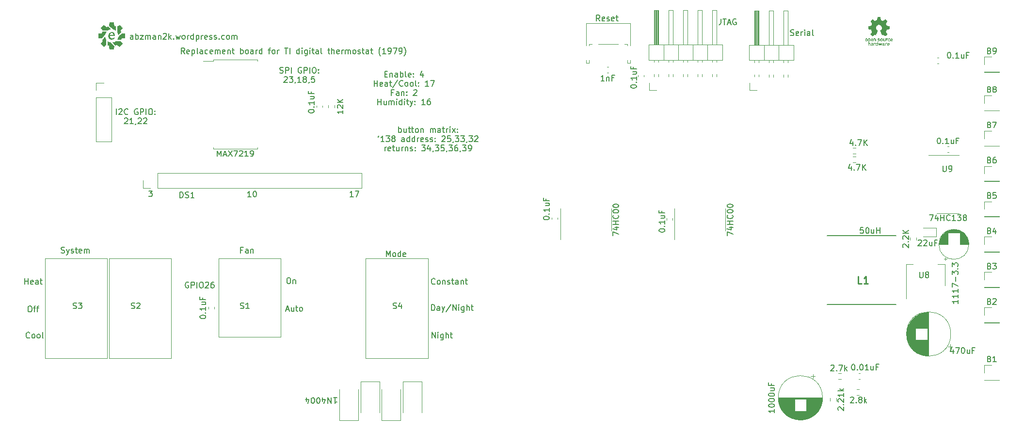
<source format=gbr>
%TF.GenerationSoftware,KiCad,Pcbnew,(6.0.0)*%
%TF.CreationDate,2022-01-24T17:43:35-05:00*%
%TF.ProjectId,TI thermostat esp32,54492074-6865-4726-9d6f-737461742065,rev?*%
%TF.SameCoordinates,Original*%
%TF.FileFunction,Legend,Top*%
%TF.FilePolarity,Positive*%
%FSLAX46Y46*%
G04 Gerber Fmt 4.6, Leading zero omitted, Abs format (unit mm)*
G04 Created by KiCad (PCBNEW (6.0.0)) date 2022-01-24 17:43:35*
%MOMM*%
%LPD*%
G01*
G04 APERTURE LIST*
%ADD10C,0.150000*%
%ADD11C,0.254000*%
%ADD12C,0.120000*%
%ADD13C,0.200000*%
G04 APERTURE END LIST*
D10*
X50871619Y-102560380D02*
X50871619Y-101560380D01*
X50871619Y-102036571D02*
X51443047Y-102036571D01*
X51443047Y-102560380D02*
X51443047Y-101560380D01*
X52300190Y-102512761D02*
X52204952Y-102560380D01*
X52014476Y-102560380D01*
X51919238Y-102512761D01*
X51871619Y-102417523D01*
X51871619Y-102036571D01*
X51919238Y-101941333D01*
X52014476Y-101893714D01*
X52204952Y-101893714D01*
X52300190Y-101941333D01*
X52347809Y-102036571D01*
X52347809Y-102131809D01*
X51871619Y-102227047D01*
X53204952Y-102560380D02*
X53204952Y-102036571D01*
X53157333Y-101941333D01*
X53062095Y-101893714D01*
X52871619Y-101893714D01*
X52776380Y-101941333D01*
X53204952Y-102512761D02*
X53109714Y-102560380D01*
X52871619Y-102560380D01*
X52776380Y-102512761D01*
X52728761Y-102417523D01*
X52728761Y-102322285D01*
X52776380Y-102227047D01*
X52871619Y-102179428D01*
X53109714Y-102179428D01*
X53204952Y-102131809D01*
X53538285Y-101893714D02*
X53919238Y-101893714D01*
X53681142Y-101560380D02*
X53681142Y-102417523D01*
X53728761Y-102512761D01*
X53823999Y-102560380D01*
X53919238Y-102560380D01*
X96488428Y-106973666D02*
X96964619Y-106973666D01*
X96393190Y-107259380D02*
X96726523Y-106259380D01*
X97059857Y-107259380D01*
X97821761Y-106592714D02*
X97821761Y-107259380D01*
X97393190Y-106592714D02*
X97393190Y-107116523D01*
X97440809Y-107211761D01*
X97536047Y-107259380D01*
X97678904Y-107259380D01*
X97774142Y-107211761D01*
X97821761Y-107164142D01*
X98155095Y-106592714D02*
X98536047Y-106592714D01*
X98297952Y-106259380D02*
X98297952Y-107116523D01*
X98345571Y-107211761D01*
X98440809Y-107259380D01*
X98536047Y-107259380D01*
X99012238Y-107259380D02*
X98917000Y-107211761D01*
X98869380Y-107164142D01*
X98821761Y-107068904D01*
X98821761Y-106783190D01*
X98869380Y-106687952D01*
X98917000Y-106640333D01*
X99012238Y-106592714D01*
X99155095Y-106592714D01*
X99250333Y-106640333D01*
X99297952Y-106687952D01*
X99345571Y-106783190D01*
X99345571Y-107068904D01*
X99297952Y-107164142D01*
X99250333Y-107211761D01*
X99155095Y-107259380D01*
X99012238Y-107259380D01*
X96861380Y-101433380D02*
X97051857Y-101433380D01*
X97147095Y-101481000D01*
X97242333Y-101576238D01*
X97289952Y-101766714D01*
X97289952Y-102100047D01*
X97242333Y-102290523D01*
X97147095Y-102385761D01*
X97051857Y-102433380D01*
X96861380Y-102433380D01*
X96766142Y-102385761D01*
X96670904Y-102290523D01*
X96623285Y-102100047D01*
X96623285Y-101766714D01*
X96670904Y-101576238D01*
X96766142Y-101481000D01*
X96861380Y-101433380D01*
X97718523Y-101766714D02*
X97718523Y-102433380D01*
X97718523Y-101861952D02*
X97766142Y-101814333D01*
X97861380Y-101766714D01*
X98004238Y-101766714D01*
X98099476Y-101814333D01*
X98147095Y-101909571D01*
X98147095Y-102433380D01*
X90376523Y-87302380D02*
X89805095Y-87302380D01*
X90090809Y-87302380D02*
X90090809Y-86302380D01*
X89995571Y-86445238D01*
X89900333Y-86540476D01*
X89805095Y-86588095D01*
X90995571Y-86302380D02*
X91090809Y-86302380D01*
X91186047Y-86350000D01*
X91233666Y-86397619D01*
X91281285Y-86492857D01*
X91328904Y-86683333D01*
X91328904Y-86921428D01*
X91281285Y-87111904D01*
X91233666Y-87207142D01*
X91186047Y-87254761D01*
X91090809Y-87302380D01*
X90995571Y-87302380D01*
X90900333Y-87254761D01*
X90852714Y-87207142D01*
X90805095Y-87111904D01*
X90757476Y-86921428D01*
X90757476Y-86683333D01*
X90805095Y-86492857D01*
X90852714Y-86397619D01*
X90900333Y-86350000D01*
X90995571Y-86302380D01*
X79454619Y-102243000D02*
X79359380Y-102195380D01*
X79216523Y-102195380D01*
X79073666Y-102243000D01*
X78978428Y-102338238D01*
X78930809Y-102433476D01*
X78883190Y-102623952D01*
X78883190Y-102766809D01*
X78930809Y-102957285D01*
X78978428Y-103052523D01*
X79073666Y-103147761D01*
X79216523Y-103195380D01*
X79311761Y-103195380D01*
X79454619Y-103147761D01*
X79502238Y-103100142D01*
X79502238Y-102766809D01*
X79311761Y-102766809D01*
X79930809Y-103195380D02*
X79930809Y-102195380D01*
X80311761Y-102195380D01*
X80407000Y-102243000D01*
X80454619Y-102290619D01*
X80502238Y-102385857D01*
X80502238Y-102528714D01*
X80454619Y-102623952D01*
X80407000Y-102671571D01*
X80311761Y-102719190D01*
X79930809Y-102719190D01*
X80930809Y-103195380D02*
X80930809Y-102195380D01*
X81597476Y-102195380D02*
X81787952Y-102195380D01*
X81883190Y-102243000D01*
X81978428Y-102338238D01*
X82026047Y-102528714D01*
X82026047Y-102862047D01*
X81978428Y-103052523D01*
X81883190Y-103147761D01*
X81787952Y-103195380D01*
X81597476Y-103195380D01*
X81502238Y-103147761D01*
X81407000Y-103052523D01*
X81359380Y-102862047D01*
X81359380Y-102528714D01*
X81407000Y-102338238D01*
X81502238Y-102243000D01*
X81597476Y-102195380D01*
X82407000Y-102290619D02*
X82454619Y-102243000D01*
X82549857Y-102195380D01*
X82787952Y-102195380D01*
X82883190Y-102243000D01*
X82930809Y-102290619D01*
X82978428Y-102385857D01*
X82978428Y-102481095D01*
X82930809Y-102623952D01*
X82359380Y-103195380D01*
X82978428Y-103195380D01*
X83835571Y-102195380D02*
X83645095Y-102195380D01*
X83549857Y-102243000D01*
X83502238Y-102290619D01*
X83407000Y-102433476D01*
X83359380Y-102623952D01*
X83359380Y-103004904D01*
X83407000Y-103100142D01*
X83454619Y-103147761D01*
X83549857Y-103195380D01*
X83740333Y-103195380D01*
X83835571Y-103147761D01*
X83883190Y-103100142D01*
X83930809Y-103004904D01*
X83930809Y-102766809D01*
X83883190Y-102671571D01*
X83835571Y-102623952D01*
X83740333Y-102576333D01*
X83549857Y-102576333D01*
X83454619Y-102623952D01*
X83407000Y-102671571D01*
X83359380Y-102766809D01*
X116165952Y-76058380D02*
X116165952Y-75058380D01*
X116165952Y-75439333D02*
X116261190Y-75391714D01*
X116451666Y-75391714D01*
X116546904Y-75439333D01*
X116594523Y-75486952D01*
X116642142Y-75582190D01*
X116642142Y-75867904D01*
X116594523Y-75963142D01*
X116546904Y-76010761D01*
X116451666Y-76058380D01*
X116261190Y-76058380D01*
X116165952Y-76010761D01*
X117499285Y-75391714D02*
X117499285Y-76058380D01*
X117070714Y-75391714D02*
X117070714Y-75915523D01*
X117118333Y-76010761D01*
X117213571Y-76058380D01*
X117356428Y-76058380D01*
X117451666Y-76010761D01*
X117499285Y-75963142D01*
X117832619Y-75391714D02*
X118213571Y-75391714D01*
X117975476Y-75058380D02*
X117975476Y-75915523D01*
X118023095Y-76010761D01*
X118118333Y-76058380D01*
X118213571Y-76058380D01*
X118404047Y-75391714D02*
X118785000Y-75391714D01*
X118546904Y-75058380D02*
X118546904Y-75915523D01*
X118594523Y-76010761D01*
X118689761Y-76058380D01*
X118785000Y-76058380D01*
X119261190Y-76058380D02*
X119165952Y-76010761D01*
X119118333Y-75963142D01*
X119070714Y-75867904D01*
X119070714Y-75582190D01*
X119118333Y-75486952D01*
X119165952Y-75439333D01*
X119261190Y-75391714D01*
X119404047Y-75391714D01*
X119499285Y-75439333D01*
X119546904Y-75486952D01*
X119594523Y-75582190D01*
X119594523Y-75867904D01*
X119546904Y-75963142D01*
X119499285Y-76010761D01*
X119404047Y-76058380D01*
X119261190Y-76058380D01*
X120023095Y-75391714D02*
X120023095Y-76058380D01*
X120023095Y-75486952D02*
X120070714Y-75439333D01*
X120165952Y-75391714D01*
X120308809Y-75391714D01*
X120404047Y-75439333D01*
X120451666Y-75534571D01*
X120451666Y-76058380D01*
X121689761Y-76058380D02*
X121689761Y-75391714D01*
X121689761Y-75486952D02*
X121737380Y-75439333D01*
X121832619Y-75391714D01*
X121975476Y-75391714D01*
X122070714Y-75439333D01*
X122118333Y-75534571D01*
X122118333Y-76058380D01*
X122118333Y-75534571D02*
X122165952Y-75439333D01*
X122261190Y-75391714D01*
X122404047Y-75391714D01*
X122499285Y-75439333D01*
X122546904Y-75534571D01*
X122546904Y-76058380D01*
X123451666Y-76058380D02*
X123451666Y-75534571D01*
X123404047Y-75439333D01*
X123308809Y-75391714D01*
X123118333Y-75391714D01*
X123023095Y-75439333D01*
X123451666Y-76010761D02*
X123356428Y-76058380D01*
X123118333Y-76058380D01*
X123023095Y-76010761D01*
X122975476Y-75915523D01*
X122975476Y-75820285D01*
X123023095Y-75725047D01*
X123118333Y-75677428D01*
X123356428Y-75677428D01*
X123451666Y-75629809D01*
X123785000Y-75391714D02*
X124165952Y-75391714D01*
X123927857Y-75058380D02*
X123927857Y-75915523D01*
X123975476Y-76010761D01*
X124070714Y-76058380D01*
X124165952Y-76058380D01*
X124499285Y-76058380D02*
X124499285Y-75391714D01*
X124499285Y-75582190D02*
X124546904Y-75486952D01*
X124594523Y-75439333D01*
X124689761Y-75391714D01*
X124785000Y-75391714D01*
X125118333Y-76058380D02*
X125118333Y-75391714D01*
X125118333Y-75058380D02*
X125070714Y-75106000D01*
X125118333Y-75153619D01*
X125165952Y-75106000D01*
X125118333Y-75058380D01*
X125118333Y-75153619D01*
X125499285Y-76058380D02*
X126023095Y-75391714D01*
X125499285Y-75391714D02*
X126023095Y-76058380D01*
X126404047Y-75963142D02*
X126451666Y-76010761D01*
X126404047Y-76058380D01*
X126356428Y-76010761D01*
X126404047Y-75963142D01*
X126404047Y-76058380D01*
X126404047Y-75439333D02*
X126451666Y-75486952D01*
X126404047Y-75534571D01*
X126356428Y-75486952D01*
X126404047Y-75439333D01*
X126404047Y-75534571D01*
X112665952Y-76668380D02*
X112570714Y-76858857D01*
X113618333Y-77668380D02*
X113046904Y-77668380D01*
X113332619Y-77668380D02*
X113332619Y-76668380D01*
X113237380Y-76811238D01*
X113142142Y-76906476D01*
X113046904Y-76954095D01*
X113951666Y-76668380D02*
X114570714Y-76668380D01*
X114237380Y-77049333D01*
X114380238Y-77049333D01*
X114475476Y-77096952D01*
X114523095Y-77144571D01*
X114570714Y-77239809D01*
X114570714Y-77477904D01*
X114523095Y-77573142D01*
X114475476Y-77620761D01*
X114380238Y-77668380D01*
X114094523Y-77668380D01*
X113999285Y-77620761D01*
X113951666Y-77573142D01*
X115142142Y-77096952D02*
X115046904Y-77049333D01*
X114999285Y-77001714D01*
X114951666Y-76906476D01*
X114951666Y-76858857D01*
X114999285Y-76763619D01*
X115046904Y-76716000D01*
X115142142Y-76668380D01*
X115332619Y-76668380D01*
X115427857Y-76716000D01*
X115475476Y-76763619D01*
X115523095Y-76858857D01*
X115523095Y-76906476D01*
X115475476Y-77001714D01*
X115427857Y-77049333D01*
X115332619Y-77096952D01*
X115142142Y-77096952D01*
X115046904Y-77144571D01*
X114999285Y-77192190D01*
X114951666Y-77287428D01*
X114951666Y-77477904D01*
X114999285Y-77573142D01*
X115046904Y-77620761D01*
X115142142Y-77668380D01*
X115332619Y-77668380D01*
X115427857Y-77620761D01*
X115475476Y-77573142D01*
X115523095Y-77477904D01*
X115523095Y-77287428D01*
X115475476Y-77192190D01*
X115427857Y-77144571D01*
X115332619Y-77096952D01*
X117142142Y-77668380D02*
X117142142Y-77144571D01*
X117094523Y-77049333D01*
X116999285Y-77001714D01*
X116808809Y-77001714D01*
X116713571Y-77049333D01*
X117142142Y-77620761D02*
X117046904Y-77668380D01*
X116808809Y-77668380D01*
X116713571Y-77620761D01*
X116665952Y-77525523D01*
X116665952Y-77430285D01*
X116713571Y-77335047D01*
X116808809Y-77287428D01*
X117046904Y-77287428D01*
X117142142Y-77239809D01*
X118046904Y-77668380D02*
X118046904Y-76668380D01*
X118046904Y-77620761D02*
X117951666Y-77668380D01*
X117761190Y-77668380D01*
X117665952Y-77620761D01*
X117618333Y-77573142D01*
X117570714Y-77477904D01*
X117570714Y-77192190D01*
X117618333Y-77096952D01*
X117665952Y-77049333D01*
X117761190Y-77001714D01*
X117951666Y-77001714D01*
X118046904Y-77049333D01*
X118951666Y-77668380D02*
X118951666Y-76668380D01*
X118951666Y-77620761D02*
X118856428Y-77668380D01*
X118665952Y-77668380D01*
X118570714Y-77620761D01*
X118523095Y-77573142D01*
X118475476Y-77477904D01*
X118475476Y-77192190D01*
X118523095Y-77096952D01*
X118570714Y-77049333D01*
X118665952Y-77001714D01*
X118856428Y-77001714D01*
X118951666Y-77049333D01*
X119427857Y-77668380D02*
X119427857Y-77001714D01*
X119427857Y-77192190D02*
X119475476Y-77096952D01*
X119523095Y-77049333D01*
X119618333Y-77001714D01*
X119713571Y-77001714D01*
X120427857Y-77620761D02*
X120332619Y-77668380D01*
X120142142Y-77668380D01*
X120046904Y-77620761D01*
X119999285Y-77525523D01*
X119999285Y-77144571D01*
X120046904Y-77049333D01*
X120142142Y-77001714D01*
X120332619Y-77001714D01*
X120427857Y-77049333D01*
X120475476Y-77144571D01*
X120475476Y-77239809D01*
X119999285Y-77335047D01*
X120856428Y-77620761D02*
X120951666Y-77668380D01*
X121142142Y-77668380D01*
X121237380Y-77620761D01*
X121285000Y-77525523D01*
X121285000Y-77477904D01*
X121237380Y-77382666D01*
X121142142Y-77335047D01*
X120999285Y-77335047D01*
X120904047Y-77287428D01*
X120856428Y-77192190D01*
X120856428Y-77144571D01*
X120904047Y-77049333D01*
X120999285Y-77001714D01*
X121142142Y-77001714D01*
X121237380Y-77049333D01*
X121665952Y-77620761D02*
X121761190Y-77668380D01*
X121951666Y-77668380D01*
X122046904Y-77620761D01*
X122094523Y-77525523D01*
X122094523Y-77477904D01*
X122046904Y-77382666D01*
X121951666Y-77335047D01*
X121808809Y-77335047D01*
X121713571Y-77287428D01*
X121665952Y-77192190D01*
X121665952Y-77144571D01*
X121713571Y-77049333D01*
X121808809Y-77001714D01*
X121951666Y-77001714D01*
X122046904Y-77049333D01*
X122523095Y-77573142D02*
X122570714Y-77620761D01*
X122523095Y-77668380D01*
X122475476Y-77620761D01*
X122523095Y-77573142D01*
X122523095Y-77668380D01*
X122523095Y-77049333D02*
X122570714Y-77096952D01*
X122523095Y-77144571D01*
X122475476Y-77096952D01*
X122523095Y-77049333D01*
X122523095Y-77144571D01*
X123713571Y-76763619D02*
X123761190Y-76716000D01*
X123856428Y-76668380D01*
X124094523Y-76668380D01*
X124189761Y-76716000D01*
X124237380Y-76763619D01*
X124285000Y-76858857D01*
X124285000Y-76954095D01*
X124237380Y-77096952D01*
X123665952Y-77668380D01*
X124285000Y-77668380D01*
X125189761Y-76668380D02*
X124713571Y-76668380D01*
X124665952Y-77144571D01*
X124713571Y-77096952D01*
X124808809Y-77049333D01*
X125046904Y-77049333D01*
X125142142Y-77096952D01*
X125189761Y-77144571D01*
X125237380Y-77239809D01*
X125237380Y-77477904D01*
X125189761Y-77573142D01*
X125142142Y-77620761D01*
X125046904Y-77668380D01*
X124808809Y-77668380D01*
X124713571Y-77620761D01*
X124665952Y-77573142D01*
X125713571Y-77620761D02*
X125713571Y-77668380D01*
X125665952Y-77763619D01*
X125618333Y-77811238D01*
X126046904Y-76668380D02*
X126665952Y-76668380D01*
X126332619Y-77049333D01*
X126475476Y-77049333D01*
X126570714Y-77096952D01*
X126618333Y-77144571D01*
X126665952Y-77239809D01*
X126665952Y-77477904D01*
X126618333Y-77573142D01*
X126570714Y-77620761D01*
X126475476Y-77668380D01*
X126189761Y-77668380D01*
X126094523Y-77620761D01*
X126046904Y-77573142D01*
X126999285Y-76668380D02*
X127618333Y-76668380D01*
X127284999Y-77049333D01*
X127427857Y-77049333D01*
X127523095Y-77096952D01*
X127570714Y-77144571D01*
X127618333Y-77239809D01*
X127618333Y-77477904D01*
X127570714Y-77573142D01*
X127523095Y-77620761D01*
X127427857Y-77668380D01*
X127142142Y-77668380D01*
X127046904Y-77620761D01*
X126999285Y-77573142D01*
X128094523Y-77620761D02*
X128094523Y-77668380D01*
X128046904Y-77763619D01*
X127999285Y-77811238D01*
X128427857Y-76668380D02*
X129046904Y-76668380D01*
X128713571Y-77049333D01*
X128856428Y-77049333D01*
X128951666Y-77096952D01*
X128999285Y-77144571D01*
X129046904Y-77239809D01*
X129046904Y-77477904D01*
X128999285Y-77573142D01*
X128951666Y-77620761D01*
X128856428Y-77668380D01*
X128570714Y-77668380D01*
X128475476Y-77620761D01*
X128427857Y-77573142D01*
X129427857Y-76763619D02*
X129475476Y-76716000D01*
X129570714Y-76668380D01*
X129808809Y-76668380D01*
X129904047Y-76716000D01*
X129951666Y-76763619D01*
X129999285Y-76858857D01*
X129999285Y-76954095D01*
X129951666Y-77096952D01*
X129380238Y-77668380D01*
X129999285Y-77668380D01*
X113737380Y-79278380D02*
X113737380Y-78611714D01*
X113737380Y-78802190D02*
X113785000Y-78706952D01*
X113832619Y-78659333D01*
X113927857Y-78611714D01*
X114023095Y-78611714D01*
X114737380Y-79230761D02*
X114642142Y-79278380D01*
X114451666Y-79278380D01*
X114356428Y-79230761D01*
X114308809Y-79135523D01*
X114308809Y-78754571D01*
X114356428Y-78659333D01*
X114451666Y-78611714D01*
X114642142Y-78611714D01*
X114737380Y-78659333D01*
X114785000Y-78754571D01*
X114785000Y-78849809D01*
X114308809Y-78945047D01*
X115070714Y-78611714D02*
X115451666Y-78611714D01*
X115213571Y-78278380D02*
X115213571Y-79135523D01*
X115261190Y-79230761D01*
X115356428Y-79278380D01*
X115451666Y-79278380D01*
X116213571Y-78611714D02*
X116213571Y-79278380D01*
X115785000Y-78611714D02*
X115785000Y-79135523D01*
X115832619Y-79230761D01*
X115927857Y-79278380D01*
X116070714Y-79278380D01*
X116165952Y-79230761D01*
X116213571Y-79183142D01*
X116689761Y-79278380D02*
X116689761Y-78611714D01*
X116689761Y-78802190D02*
X116737380Y-78706952D01*
X116785000Y-78659333D01*
X116880238Y-78611714D01*
X116975476Y-78611714D01*
X117308809Y-78611714D02*
X117308809Y-79278380D01*
X117308809Y-78706952D02*
X117356428Y-78659333D01*
X117451666Y-78611714D01*
X117594523Y-78611714D01*
X117689761Y-78659333D01*
X117737380Y-78754571D01*
X117737380Y-79278380D01*
X118165952Y-79230761D02*
X118261190Y-79278380D01*
X118451666Y-79278380D01*
X118546904Y-79230761D01*
X118594523Y-79135523D01*
X118594523Y-79087904D01*
X118546904Y-78992666D01*
X118451666Y-78945047D01*
X118308809Y-78945047D01*
X118213571Y-78897428D01*
X118165952Y-78802190D01*
X118165952Y-78754571D01*
X118213571Y-78659333D01*
X118308809Y-78611714D01*
X118451666Y-78611714D01*
X118546904Y-78659333D01*
X119023095Y-79183142D02*
X119070714Y-79230761D01*
X119023095Y-79278380D01*
X118975476Y-79230761D01*
X119023095Y-79183142D01*
X119023095Y-79278380D01*
X119023095Y-78659333D02*
X119070714Y-78706952D01*
X119023095Y-78754571D01*
X118975476Y-78706952D01*
X119023095Y-78659333D01*
X119023095Y-78754571D01*
X120165952Y-78278380D02*
X120785000Y-78278380D01*
X120451666Y-78659333D01*
X120594523Y-78659333D01*
X120689761Y-78706952D01*
X120737380Y-78754571D01*
X120785000Y-78849809D01*
X120785000Y-79087904D01*
X120737380Y-79183142D01*
X120689761Y-79230761D01*
X120594523Y-79278380D01*
X120308809Y-79278380D01*
X120213571Y-79230761D01*
X120165952Y-79183142D01*
X121642142Y-78611714D02*
X121642142Y-79278380D01*
X121404047Y-78230761D02*
X121165952Y-78945047D01*
X121785000Y-78945047D01*
X122213571Y-79230761D02*
X122213571Y-79278380D01*
X122165952Y-79373619D01*
X122118333Y-79421238D01*
X122546904Y-78278380D02*
X123165952Y-78278380D01*
X122832619Y-78659333D01*
X122975476Y-78659333D01*
X123070714Y-78706952D01*
X123118333Y-78754571D01*
X123165952Y-78849809D01*
X123165952Y-79087904D01*
X123118333Y-79183142D01*
X123070714Y-79230761D01*
X122975476Y-79278380D01*
X122689761Y-79278380D01*
X122594523Y-79230761D01*
X122546904Y-79183142D01*
X124070714Y-78278380D02*
X123594523Y-78278380D01*
X123546904Y-78754571D01*
X123594523Y-78706952D01*
X123689761Y-78659333D01*
X123927857Y-78659333D01*
X124023095Y-78706952D01*
X124070714Y-78754571D01*
X124118333Y-78849809D01*
X124118333Y-79087904D01*
X124070714Y-79183142D01*
X124023095Y-79230761D01*
X123927857Y-79278380D01*
X123689761Y-79278380D01*
X123594523Y-79230761D01*
X123546904Y-79183142D01*
X124594523Y-79230761D02*
X124594523Y-79278380D01*
X124546904Y-79373619D01*
X124499285Y-79421238D01*
X124927857Y-78278380D02*
X125546904Y-78278380D01*
X125213571Y-78659333D01*
X125356428Y-78659333D01*
X125451666Y-78706952D01*
X125499285Y-78754571D01*
X125546904Y-78849809D01*
X125546904Y-79087904D01*
X125499285Y-79183142D01*
X125451666Y-79230761D01*
X125356428Y-79278380D01*
X125070714Y-79278380D01*
X124975476Y-79230761D01*
X124927857Y-79183142D01*
X126404047Y-78278380D02*
X126213571Y-78278380D01*
X126118333Y-78326000D01*
X126070714Y-78373619D01*
X125975476Y-78516476D01*
X125927857Y-78706952D01*
X125927857Y-79087904D01*
X125975476Y-79183142D01*
X126023095Y-79230761D01*
X126118333Y-79278380D01*
X126308809Y-79278380D01*
X126404047Y-79230761D01*
X126451666Y-79183142D01*
X126499285Y-79087904D01*
X126499285Y-78849809D01*
X126451666Y-78754571D01*
X126404047Y-78706952D01*
X126308809Y-78659333D01*
X126118333Y-78659333D01*
X126023095Y-78706952D01*
X125975476Y-78754571D01*
X125927857Y-78849809D01*
X126975476Y-79230761D02*
X126975476Y-79278380D01*
X126927857Y-79373619D01*
X126880238Y-79421238D01*
X127308809Y-78278380D02*
X127927857Y-78278380D01*
X127594523Y-78659333D01*
X127737380Y-78659333D01*
X127832619Y-78706952D01*
X127880238Y-78754571D01*
X127927857Y-78849809D01*
X127927857Y-79087904D01*
X127880238Y-79183142D01*
X127832619Y-79230761D01*
X127737380Y-79278380D01*
X127451666Y-79278380D01*
X127356428Y-79230761D01*
X127308809Y-79183142D01*
X128404047Y-79278380D02*
X128594523Y-79278380D01*
X128689761Y-79230761D01*
X128737380Y-79183142D01*
X128832619Y-79040285D01*
X128880238Y-78849809D01*
X128880238Y-78468857D01*
X128832619Y-78373619D01*
X128785000Y-78326000D01*
X128689761Y-78278380D01*
X128499285Y-78278380D01*
X128404047Y-78326000D01*
X128356428Y-78373619D01*
X128308809Y-78468857D01*
X128308809Y-78706952D01*
X128356428Y-78802190D01*
X128404047Y-78849809D01*
X128499285Y-78897428D01*
X128689761Y-78897428D01*
X128785000Y-78849809D01*
X128832619Y-78802190D01*
X128880238Y-78706952D01*
X88900095Y-96575571D02*
X88566761Y-96575571D01*
X88566761Y-97099380D02*
X88566761Y-96099380D01*
X89042952Y-96099380D01*
X89852476Y-97099380D02*
X89852476Y-96575571D01*
X89804857Y-96480333D01*
X89709619Y-96432714D01*
X89519142Y-96432714D01*
X89423904Y-96480333D01*
X89852476Y-97051761D02*
X89757238Y-97099380D01*
X89519142Y-97099380D01*
X89423904Y-97051761D01*
X89376285Y-96956523D01*
X89376285Y-96861285D01*
X89423904Y-96766047D01*
X89519142Y-96718428D01*
X89757238Y-96718428D01*
X89852476Y-96670809D01*
X90328666Y-96432714D02*
X90328666Y-97099380D01*
X90328666Y-96527952D02*
X90376285Y-96480333D01*
X90471523Y-96432714D01*
X90614380Y-96432714D01*
X90709619Y-96480333D01*
X90757238Y-96575571D01*
X90757238Y-97099380D01*
X122491809Y-102465142D02*
X122444190Y-102512761D01*
X122301333Y-102560380D01*
X122206095Y-102560380D01*
X122063238Y-102512761D01*
X121968000Y-102417523D01*
X121920380Y-102322285D01*
X121872761Y-102131809D01*
X121872761Y-101988952D01*
X121920380Y-101798476D01*
X121968000Y-101703238D01*
X122063238Y-101608000D01*
X122206095Y-101560380D01*
X122301333Y-101560380D01*
X122444190Y-101608000D01*
X122491809Y-101655619D01*
X123063238Y-102560380D02*
X122968000Y-102512761D01*
X122920380Y-102465142D01*
X122872761Y-102369904D01*
X122872761Y-102084190D01*
X122920380Y-101988952D01*
X122968000Y-101941333D01*
X123063238Y-101893714D01*
X123206095Y-101893714D01*
X123301333Y-101941333D01*
X123348952Y-101988952D01*
X123396571Y-102084190D01*
X123396571Y-102369904D01*
X123348952Y-102465142D01*
X123301333Y-102512761D01*
X123206095Y-102560380D01*
X123063238Y-102560380D01*
X123825142Y-101893714D02*
X123825142Y-102560380D01*
X123825142Y-101988952D02*
X123872761Y-101941333D01*
X123968000Y-101893714D01*
X124110857Y-101893714D01*
X124206095Y-101941333D01*
X124253714Y-102036571D01*
X124253714Y-102560380D01*
X124682285Y-102512761D02*
X124777523Y-102560380D01*
X124968000Y-102560380D01*
X125063238Y-102512761D01*
X125110857Y-102417523D01*
X125110857Y-102369904D01*
X125063238Y-102274666D01*
X124968000Y-102227047D01*
X124825142Y-102227047D01*
X124729904Y-102179428D01*
X124682285Y-102084190D01*
X124682285Y-102036571D01*
X124729904Y-101941333D01*
X124825142Y-101893714D01*
X124968000Y-101893714D01*
X125063238Y-101941333D01*
X125396571Y-101893714D02*
X125777523Y-101893714D01*
X125539428Y-101560380D02*
X125539428Y-102417523D01*
X125587047Y-102512761D01*
X125682285Y-102560380D01*
X125777523Y-102560380D01*
X126539428Y-102560380D02*
X126539428Y-102036571D01*
X126491809Y-101941333D01*
X126396571Y-101893714D01*
X126206095Y-101893714D01*
X126110857Y-101941333D01*
X126539428Y-102512761D02*
X126444190Y-102560380D01*
X126206095Y-102560380D01*
X126110857Y-102512761D01*
X126063238Y-102417523D01*
X126063238Y-102322285D01*
X126110857Y-102227047D01*
X126206095Y-102179428D01*
X126444190Y-102179428D01*
X126539428Y-102131809D01*
X127015619Y-101893714D02*
X127015619Y-102560380D01*
X127015619Y-101988952D02*
X127063238Y-101941333D01*
X127158476Y-101893714D01*
X127301333Y-101893714D01*
X127396571Y-101941333D01*
X127444190Y-102036571D01*
X127444190Y-102560380D01*
X127777523Y-101893714D02*
X128158476Y-101893714D01*
X127920380Y-101560380D02*
X127920380Y-102417523D01*
X127968000Y-102512761D01*
X128063238Y-102560380D01*
X128158476Y-102560380D01*
X66873857Y-72926380D02*
X66873857Y-71926380D01*
X67302428Y-72021619D02*
X67350047Y-71974000D01*
X67445285Y-71926380D01*
X67683380Y-71926380D01*
X67778619Y-71974000D01*
X67826238Y-72021619D01*
X67873857Y-72116857D01*
X67873857Y-72212095D01*
X67826238Y-72354952D01*
X67254809Y-72926380D01*
X67873857Y-72926380D01*
X68873857Y-72831142D02*
X68826238Y-72878761D01*
X68683380Y-72926380D01*
X68588142Y-72926380D01*
X68445285Y-72878761D01*
X68350047Y-72783523D01*
X68302428Y-72688285D01*
X68254809Y-72497809D01*
X68254809Y-72354952D01*
X68302428Y-72164476D01*
X68350047Y-72069238D01*
X68445285Y-71974000D01*
X68588142Y-71926380D01*
X68683380Y-71926380D01*
X68826238Y-71974000D01*
X68873857Y-72021619D01*
X70588142Y-71974000D02*
X70492904Y-71926380D01*
X70350047Y-71926380D01*
X70207190Y-71974000D01*
X70111952Y-72069238D01*
X70064333Y-72164476D01*
X70016714Y-72354952D01*
X70016714Y-72497809D01*
X70064333Y-72688285D01*
X70111952Y-72783523D01*
X70207190Y-72878761D01*
X70350047Y-72926380D01*
X70445285Y-72926380D01*
X70588142Y-72878761D01*
X70635761Y-72831142D01*
X70635761Y-72497809D01*
X70445285Y-72497809D01*
X71064333Y-72926380D02*
X71064333Y-71926380D01*
X71445285Y-71926380D01*
X71540523Y-71974000D01*
X71588142Y-72021619D01*
X71635761Y-72116857D01*
X71635761Y-72259714D01*
X71588142Y-72354952D01*
X71540523Y-72402571D01*
X71445285Y-72450190D01*
X71064333Y-72450190D01*
X72064333Y-72926380D02*
X72064333Y-71926380D01*
X72731000Y-71926380D02*
X72921476Y-71926380D01*
X73016714Y-71974000D01*
X73111952Y-72069238D01*
X73159571Y-72259714D01*
X73159571Y-72593047D01*
X73111952Y-72783523D01*
X73016714Y-72878761D01*
X72921476Y-72926380D01*
X72731000Y-72926380D01*
X72635761Y-72878761D01*
X72540523Y-72783523D01*
X72492904Y-72593047D01*
X72492904Y-72259714D01*
X72540523Y-72069238D01*
X72635761Y-71974000D01*
X72731000Y-71926380D01*
X73588142Y-72831142D02*
X73635761Y-72878761D01*
X73588142Y-72926380D01*
X73540523Y-72878761D01*
X73588142Y-72831142D01*
X73588142Y-72926380D01*
X73588142Y-72307333D02*
X73635761Y-72354952D01*
X73588142Y-72402571D01*
X73540523Y-72354952D01*
X73588142Y-72307333D01*
X73588142Y-72402571D01*
X68278619Y-73631619D02*
X68326238Y-73584000D01*
X68421476Y-73536380D01*
X68659571Y-73536380D01*
X68754809Y-73584000D01*
X68802428Y-73631619D01*
X68850047Y-73726857D01*
X68850047Y-73822095D01*
X68802428Y-73964952D01*
X68231000Y-74536380D01*
X68850047Y-74536380D01*
X69802428Y-74536380D02*
X69231000Y-74536380D01*
X69516714Y-74536380D02*
X69516714Y-73536380D01*
X69421476Y-73679238D01*
X69326238Y-73774476D01*
X69231000Y-73822095D01*
X70278619Y-74488761D02*
X70278619Y-74536380D01*
X70231000Y-74631619D01*
X70183380Y-74679238D01*
X70659571Y-73631619D02*
X70707190Y-73584000D01*
X70802428Y-73536380D01*
X71040523Y-73536380D01*
X71135761Y-73584000D01*
X71183380Y-73631619D01*
X71231000Y-73726857D01*
X71231000Y-73822095D01*
X71183380Y-73964952D01*
X70611952Y-74536380D01*
X71231000Y-74536380D01*
X71611952Y-73631619D02*
X71659571Y-73584000D01*
X71754809Y-73536380D01*
X71992904Y-73536380D01*
X72088142Y-73584000D01*
X72135761Y-73631619D01*
X72183380Y-73726857D01*
X72183380Y-73822095D01*
X72135761Y-73964952D01*
X71564333Y-74536380D01*
X72183380Y-74536380D01*
X57237619Y-97051761D02*
X57380476Y-97099380D01*
X57618571Y-97099380D01*
X57713809Y-97051761D01*
X57761428Y-97004142D01*
X57809047Y-96908904D01*
X57809047Y-96813666D01*
X57761428Y-96718428D01*
X57713809Y-96670809D01*
X57618571Y-96623190D01*
X57428095Y-96575571D01*
X57332857Y-96527952D01*
X57285238Y-96480333D01*
X57237619Y-96385095D01*
X57237619Y-96289857D01*
X57285238Y-96194619D01*
X57332857Y-96147000D01*
X57428095Y-96099380D01*
X57666190Y-96099380D01*
X57809047Y-96147000D01*
X58142380Y-96432714D02*
X58380476Y-97099380D01*
X58618571Y-96432714D02*
X58380476Y-97099380D01*
X58285238Y-97337476D01*
X58237619Y-97385095D01*
X58142380Y-97432714D01*
X58951904Y-97051761D02*
X59047142Y-97099380D01*
X59237619Y-97099380D01*
X59332857Y-97051761D01*
X59380476Y-96956523D01*
X59380476Y-96908904D01*
X59332857Y-96813666D01*
X59237619Y-96766047D01*
X59094761Y-96766047D01*
X58999523Y-96718428D01*
X58951904Y-96623190D01*
X58951904Y-96575571D01*
X58999523Y-96480333D01*
X59094761Y-96432714D01*
X59237619Y-96432714D01*
X59332857Y-96480333D01*
X59666190Y-96432714D02*
X60047142Y-96432714D01*
X59809047Y-96099380D02*
X59809047Y-96956523D01*
X59856666Y-97051761D01*
X59951904Y-97099380D01*
X60047142Y-97099380D01*
X60761428Y-97051761D02*
X60666190Y-97099380D01*
X60475714Y-97099380D01*
X60380476Y-97051761D01*
X60332857Y-96956523D01*
X60332857Y-96575571D01*
X60380476Y-96480333D01*
X60475714Y-96432714D01*
X60666190Y-96432714D01*
X60761428Y-96480333D01*
X60809047Y-96575571D01*
X60809047Y-96670809D01*
X60332857Y-96766047D01*
X61237619Y-97099380D02*
X61237619Y-96432714D01*
X61237619Y-96527952D02*
X61285238Y-96480333D01*
X61380476Y-96432714D01*
X61523333Y-96432714D01*
X61618571Y-96480333D01*
X61666190Y-96575571D01*
X61666190Y-97099380D01*
X61666190Y-96575571D02*
X61713809Y-96480333D01*
X61809047Y-96432714D01*
X61951904Y-96432714D01*
X62047142Y-96480333D01*
X62094761Y-96575571D01*
X62094761Y-97099380D01*
X51720857Y-111863142D02*
X51673238Y-111910761D01*
X51530380Y-111958380D01*
X51435142Y-111958380D01*
X51292285Y-111910761D01*
X51197047Y-111815523D01*
X51149428Y-111720285D01*
X51101809Y-111529809D01*
X51101809Y-111386952D01*
X51149428Y-111196476D01*
X51197047Y-111101238D01*
X51292285Y-111006000D01*
X51435142Y-110958380D01*
X51530380Y-110958380D01*
X51673238Y-111006000D01*
X51720857Y-111053619D01*
X52292285Y-111958380D02*
X52197047Y-111910761D01*
X52149428Y-111863142D01*
X52101809Y-111767904D01*
X52101809Y-111482190D01*
X52149428Y-111386952D01*
X52197047Y-111339333D01*
X52292285Y-111291714D01*
X52435142Y-111291714D01*
X52530380Y-111339333D01*
X52578000Y-111386952D01*
X52625619Y-111482190D01*
X52625619Y-111767904D01*
X52578000Y-111863142D01*
X52530380Y-111910761D01*
X52435142Y-111958380D01*
X52292285Y-111958380D01*
X53197047Y-111958380D02*
X53101809Y-111910761D01*
X53054190Y-111863142D01*
X53006571Y-111767904D01*
X53006571Y-111482190D01*
X53054190Y-111386952D01*
X53101809Y-111339333D01*
X53197047Y-111291714D01*
X53339904Y-111291714D01*
X53435142Y-111339333D01*
X53482761Y-111386952D01*
X53530380Y-111482190D01*
X53530380Y-111767904D01*
X53482761Y-111863142D01*
X53435142Y-111910761D01*
X53339904Y-111958380D01*
X53197047Y-111958380D01*
X54101809Y-111958380D02*
X54006571Y-111910761D01*
X53958952Y-111815523D01*
X53958952Y-110958380D01*
X197286714Y-92670380D02*
X196810523Y-92670380D01*
X196762904Y-93146571D01*
X196810523Y-93098952D01*
X196905761Y-93051333D01*
X197143857Y-93051333D01*
X197239095Y-93098952D01*
X197286714Y-93146571D01*
X197334333Y-93241809D01*
X197334333Y-93479904D01*
X197286714Y-93575142D01*
X197239095Y-93622761D01*
X197143857Y-93670380D01*
X196905761Y-93670380D01*
X196810523Y-93622761D01*
X196762904Y-93575142D01*
X197953380Y-92670380D02*
X198048619Y-92670380D01*
X198143857Y-92718000D01*
X198191476Y-92765619D01*
X198239095Y-92860857D01*
X198286714Y-93051333D01*
X198286714Y-93289428D01*
X198239095Y-93479904D01*
X198191476Y-93575142D01*
X198143857Y-93622761D01*
X198048619Y-93670380D01*
X197953380Y-93670380D01*
X197858142Y-93622761D01*
X197810523Y-93575142D01*
X197762904Y-93479904D01*
X197715285Y-93289428D01*
X197715285Y-93051333D01*
X197762904Y-92860857D01*
X197810523Y-92765619D01*
X197858142Y-92718000D01*
X197953380Y-92670380D01*
X199143857Y-93003714D02*
X199143857Y-93670380D01*
X198715285Y-93003714D02*
X198715285Y-93527523D01*
X198762904Y-93622761D01*
X198858142Y-93670380D01*
X199001000Y-93670380D01*
X199096238Y-93622761D01*
X199143857Y-93575142D01*
X199620047Y-93670380D02*
X199620047Y-92670380D01*
X199620047Y-93146571D02*
X200191476Y-93146571D01*
X200191476Y-93670380D02*
X200191476Y-92670380D01*
X104787346Y-122360130D02*
X105358774Y-122360130D01*
X105073060Y-122360130D02*
X105073060Y-123360130D01*
X105168298Y-123217272D01*
X105263536Y-123122034D01*
X105358774Y-123074415D01*
X104358774Y-122360130D02*
X104358774Y-123360130D01*
X103787346Y-122360130D01*
X103787346Y-123360130D01*
X102882584Y-123026796D02*
X102882584Y-122360130D01*
X103120679Y-123407749D02*
X103358774Y-122693463D01*
X102739727Y-122693463D01*
X102168298Y-123360130D02*
X102073060Y-123360130D01*
X101977822Y-123312511D01*
X101930203Y-123264891D01*
X101882584Y-123169653D01*
X101834965Y-122979177D01*
X101834965Y-122741082D01*
X101882584Y-122550606D01*
X101930203Y-122455368D01*
X101977822Y-122407749D01*
X102073060Y-122360130D01*
X102168298Y-122360130D01*
X102263536Y-122407749D01*
X102311155Y-122455368D01*
X102358774Y-122550606D01*
X102406393Y-122741082D01*
X102406393Y-122979177D01*
X102358774Y-123169653D01*
X102311155Y-123264891D01*
X102263536Y-123312511D01*
X102168298Y-123360130D01*
X101215917Y-123360130D02*
X101120679Y-123360130D01*
X101025441Y-123312511D01*
X100977822Y-123264891D01*
X100930203Y-123169653D01*
X100882584Y-122979177D01*
X100882584Y-122741082D01*
X100930203Y-122550606D01*
X100977822Y-122455368D01*
X101025441Y-122407749D01*
X101120679Y-122360130D01*
X101215917Y-122360130D01*
X101311155Y-122407749D01*
X101358774Y-122455368D01*
X101406393Y-122550606D01*
X101454012Y-122741082D01*
X101454012Y-122979177D01*
X101406393Y-123169653D01*
X101358774Y-123264891D01*
X101311155Y-123312511D01*
X101215917Y-123360130D01*
X100025441Y-123026796D02*
X100025441Y-122360130D01*
X100263536Y-123407749D02*
X100501631Y-122693463D01*
X99882584Y-122693463D01*
X78766190Y-62301380D02*
X78432857Y-61825190D01*
X78194761Y-62301380D02*
X78194761Y-61301380D01*
X78575714Y-61301380D01*
X78670952Y-61349000D01*
X78718571Y-61396619D01*
X78766190Y-61491857D01*
X78766190Y-61634714D01*
X78718571Y-61729952D01*
X78670952Y-61777571D01*
X78575714Y-61825190D01*
X78194761Y-61825190D01*
X79575714Y-62253761D02*
X79480476Y-62301380D01*
X79290000Y-62301380D01*
X79194761Y-62253761D01*
X79147142Y-62158523D01*
X79147142Y-61777571D01*
X79194761Y-61682333D01*
X79290000Y-61634714D01*
X79480476Y-61634714D01*
X79575714Y-61682333D01*
X79623333Y-61777571D01*
X79623333Y-61872809D01*
X79147142Y-61968047D01*
X80051904Y-61634714D02*
X80051904Y-62634714D01*
X80051904Y-61682333D02*
X80147142Y-61634714D01*
X80337619Y-61634714D01*
X80432857Y-61682333D01*
X80480476Y-61729952D01*
X80528095Y-61825190D01*
X80528095Y-62110904D01*
X80480476Y-62206142D01*
X80432857Y-62253761D01*
X80337619Y-62301380D01*
X80147142Y-62301380D01*
X80051904Y-62253761D01*
X81099523Y-62301380D02*
X81004285Y-62253761D01*
X80956666Y-62158523D01*
X80956666Y-61301380D01*
X81909047Y-62301380D02*
X81909047Y-61777571D01*
X81861428Y-61682333D01*
X81766190Y-61634714D01*
X81575714Y-61634714D01*
X81480476Y-61682333D01*
X81909047Y-62253761D02*
X81813809Y-62301380D01*
X81575714Y-62301380D01*
X81480476Y-62253761D01*
X81432857Y-62158523D01*
X81432857Y-62063285D01*
X81480476Y-61968047D01*
X81575714Y-61920428D01*
X81813809Y-61920428D01*
X81909047Y-61872809D01*
X82813809Y-62253761D02*
X82718571Y-62301380D01*
X82528095Y-62301380D01*
X82432857Y-62253761D01*
X82385238Y-62206142D01*
X82337619Y-62110904D01*
X82337619Y-61825190D01*
X82385238Y-61729952D01*
X82432857Y-61682333D01*
X82528095Y-61634714D01*
X82718571Y-61634714D01*
X82813809Y-61682333D01*
X83623333Y-62253761D02*
X83528095Y-62301380D01*
X83337619Y-62301380D01*
X83242380Y-62253761D01*
X83194761Y-62158523D01*
X83194761Y-61777571D01*
X83242380Y-61682333D01*
X83337619Y-61634714D01*
X83528095Y-61634714D01*
X83623333Y-61682333D01*
X83670952Y-61777571D01*
X83670952Y-61872809D01*
X83194761Y-61968047D01*
X84099523Y-62301380D02*
X84099523Y-61634714D01*
X84099523Y-61729952D02*
X84147142Y-61682333D01*
X84242380Y-61634714D01*
X84385238Y-61634714D01*
X84480476Y-61682333D01*
X84528095Y-61777571D01*
X84528095Y-62301380D01*
X84528095Y-61777571D02*
X84575714Y-61682333D01*
X84670952Y-61634714D01*
X84813809Y-61634714D01*
X84909047Y-61682333D01*
X84956666Y-61777571D01*
X84956666Y-62301380D01*
X85813809Y-62253761D02*
X85718571Y-62301380D01*
X85528095Y-62301380D01*
X85432857Y-62253761D01*
X85385238Y-62158523D01*
X85385238Y-61777571D01*
X85432857Y-61682333D01*
X85528095Y-61634714D01*
X85718571Y-61634714D01*
X85813809Y-61682333D01*
X85861428Y-61777571D01*
X85861428Y-61872809D01*
X85385238Y-61968047D01*
X86290000Y-61634714D02*
X86290000Y-62301380D01*
X86290000Y-61729952D02*
X86337619Y-61682333D01*
X86432857Y-61634714D01*
X86575714Y-61634714D01*
X86670952Y-61682333D01*
X86718571Y-61777571D01*
X86718571Y-62301380D01*
X87051904Y-61634714D02*
X87432857Y-61634714D01*
X87194761Y-61301380D02*
X87194761Y-62158523D01*
X87242380Y-62253761D01*
X87337619Y-62301380D01*
X87432857Y-62301380D01*
X88528095Y-62301380D02*
X88528095Y-61301380D01*
X88528095Y-61682333D02*
X88623333Y-61634714D01*
X88813809Y-61634714D01*
X88909047Y-61682333D01*
X88956666Y-61729952D01*
X89004285Y-61825190D01*
X89004285Y-62110904D01*
X88956666Y-62206142D01*
X88909047Y-62253761D01*
X88813809Y-62301380D01*
X88623333Y-62301380D01*
X88528095Y-62253761D01*
X89575714Y-62301380D02*
X89480476Y-62253761D01*
X89432857Y-62206142D01*
X89385238Y-62110904D01*
X89385238Y-61825190D01*
X89432857Y-61729952D01*
X89480476Y-61682333D01*
X89575714Y-61634714D01*
X89718571Y-61634714D01*
X89813809Y-61682333D01*
X89861428Y-61729952D01*
X89909047Y-61825190D01*
X89909047Y-62110904D01*
X89861428Y-62206142D01*
X89813809Y-62253761D01*
X89718571Y-62301380D01*
X89575714Y-62301380D01*
X90766190Y-62301380D02*
X90766190Y-61777571D01*
X90718571Y-61682333D01*
X90623333Y-61634714D01*
X90432857Y-61634714D01*
X90337619Y-61682333D01*
X90766190Y-62253761D02*
X90670952Y-62301380D01*
X90432857Y-62301380D01*
X90337619Y-62253761D01*
X90290000Y-62158523D01*
X90290000Y-62063285D01*
X90337619Y-61968047D01*
X90432857Y-61920428D01*
X90670952Y-61920428D01*
X90766190Y-61872809D01*
X91242380Y-62301380D02*
X91242380Y-61634714D01*
X91242380Y-61825190D02*
X91290000Y-61729952D01*
X91337619Y-61682333D01*
X91432857Y-61634714D01*
X91528095Y-61634714D01*
X92290000Y-62301380D02*
X92290000Y-61301380D01*
X92290000Y-62253761D02*
X92194761Y-62301380D01*
X92004285Y-62301380D01*
X91909047Y-62253761D01*
X91861428Y-62206142D01*
X91813809Y-62110904D01*
X91813809Y-61825190D01*
X91861428Y-61729952D01*
X91909047Y-61682333D01*
X92004285Y-61634714D01*
X92194761Y-61634714D01*
X92290000Y-61682333D01*
X93385238Y-61634714D02*
X93766190Y-61634714D01*
X93528095Y-62301380D02*
X93528095Y-61444238D01*
X93575714Y-61349000D01*
X93670952Y-61301380D01*
X93766190Y-61301380D01*
X94242380Y-62301380D02*
X94147142Y-62253761D01*
X94099523Y-62206142D01*
X94051904Y-62110904D01*
X94051904Y-61825190D01*
X94099523Y-61729952D01*
X94147142Y-61682333D01*
X94242380Y-61634714D01*
X94385238Y-61634714D01*
X94480476Y-61682333D01*
X94528095Y-61729952D01*
X94575714Y-61825190D01*
X94575714Y-62110904D01*
X94528095Y-62206142D01*
X94480476Y-62253761D01*
X94385238Y-62301380D01*
X94242380Y-62301380D01*
X95004285Y-62301380D02*
X95004285Y-61634714D01*
X95004285Y-61825190D02*
X95051904Y-61729952D01*
X95099523Y-61682333D01*
X95194761Y-61634714D01*
X95290000Y-61634714D01*
X96242380Y-61301380D02*
X96813809Y-61301380D01*
X96528095Y-62301380D02*
X96528095Y-61301380D01*
X97147142Y-62301380D02*
X97147142Y-61301380D01*
X98813809Y-62301380D02*
X98813809Y-61301380D01*
X98813809Y-62253761D02*
X98718571Y-62301380D01*
X98528095Y-62301380D01*
X98432857Y-62253761D01*
X98385238Y-62206142D01*
X98337619Y-62110904D01*
X98337619Y-61825190D01*
X98385238Y-61729952D01*
X98432857Y-61682333D01*
X98528095Y-61634714D01*
X98718571Y-61634714D01*
X98813809Y-61682333D01*
X99290000Y-62301380D02*
X99290000Y-61634714D01*
X99290000Y-61301380D02*
X99242380Y-61349000D01*
X99290000Y-61396619D01*
X99337619Y-61349000D01*
X99290000Y-61301380D01*
X99290000Y-61396619D01*
X100194761Y-61634714D02*
X100194761Y-62444238D01*
X100147142Y-62539476D01*
X100099523Y-62587095D01*
X100004285Y-62634714D01*
X99861428Y-62634714D01*
X99766190Y-62587095D01*
X100194761Y-62253761D02*
X100099523Y-62301380D01*
X99909047Y-62301380D01*
X99813809Y-62253761D01*
X99766190Y-62206142D01*
X99718571Y-62110904D01*
X99718571Y-61825190D01*
X99766190Y-61729952D01*
X99813809Y-61682333D01*
X99909047Y-61634714D01*
X100099523Y-61634714D01*
X100194761Y-61682333D01*
X100670952Y-62301380D02*
X100670952Y-61634714D01*
X100670952Y-61301380D02*
X100623333Y-61349000D01*
X100670952Y-61396619D01*
X100718571Y-61349000D01*
X100670952Y-61301380D01*
X100670952Y-61396619D01*
X101004285Y-61634714D02*
X101385238Y-61634714D01*
X101147142Y-61301380D02*
X101147142Y-62158523D01*
X101194761Y-62253761D01*
X101290000Y-62301380D01*
X101385238Y-62301380D01*
X102147142Y-62301380D02*
X102147142Y-61777571D01*
X102099523Y-61682333D01*
X102004285Y-61634714D01*
X101813809Y-61634714D01*
X101718571Y-61682333D01*
X102147142Y-62253761D02*
X102051904Y-62301380D01*
X101813809Y-62301380D01*
X101718571Y-62253761D01*
X101670952Y-62158523D01*
X101670952Y-62063285D01*
X101718571Y-61968047D01*
X101813809Y-61920428D01*
X102051904Y-61920428D01*
X102147142Y-61872809D01*
X102766190Y-62301380D02*
X102670952Y-62253761D01*
X102623333Y-62158523D01*
X102623333Y-61301380D01*
X103766190Y-61634714D02*
X104147142Y-61634714D01*
X103909047Y-61301380D02*
X103909047Y-62158523D01*
X103956666Y-62253761D01*
X104051904Y-62301380D01*
X104147142Y-62301380D01*
X104480476Y-62301380D02*
X104480476Y-61301380D01*
X104909047Y-62301380D02*
X104909047Y-61777571D01*
X104861428Y-61682333D01*
X104766190Y-61634714D01*
X104623333Y-61634714D01*
X104528095Y-61682333D01*
X104480476Y-61729952D01*
X105766190Y-62253761D02*
X105670952Y-62301380D01*
X105480476Y-62301380D01*
X105385238Y-62253761D01*
X105337619Y-62158523D01*
X105337619Y-61777571D01*
X105385238Y-61682333D01*
X105480476Y-61634714D01*
X105670952Y-61634714D01*
X105766190Y-61682333D01*
X105813809Y-61777571D01*
X105813809Y-61872809D01*
X105337619Y-61968047D01*
X106242380Y-62301380D02*
X106242380Y-61634714D01*
X106242380Y-61825190D02*
X106290000Y-61729952D01*
X106337619Y-61682333D01*
X106432857Y-61634714D01*
X106528095Y-61634714D01*
X106861428Y-62301380D02*
X106861428Y-61634714D01*
X106861428Y-61729952D02*
X106909047Y-61682333D01*
X107004285Y-61634714D01*
X107147142Y-61634714D01*
X107242380Y-61682333D01*
X107290000Y-61777571D01*
X107290000Y-62301380D01*
X107290000Y-61777571D02*
X107337619Y-61682333D01*
X107432857Y-61634714D01*
X107575714Y-61634714D01*
X107670952Y-61682333D01*
X107718571Y-61777571D01*
X107718571Y-62301380D01*
X108337619Y-62301380D02*
X108242380Y-62253761D01*
X108194761Y-62206142D01*
X108147142Y-62110904D01*
X108147142Y-61825190D01*
X108194761Y-61729952D01*
X108242380Y-61682333D01*
X108337619Y-61634714D01*
X108480476Y-61634714D01*
X108575714Y-61682333D01*
X108623333Y-61729952D01*
X108670952Y-61825190D01*
X108670952Y-62110904D01*
X108623333Y-62206142D01*
X108575714Y-62253761D01*
X108480476Y-62301380D01*
X108337619Y-62301380D01*
X109051904Y-62253761D02*
X109147142Y-62301380D01*
X109337619Y-62301380D01*
X109432857Y-62253761D01*
X109480476Y-62158523D01*
X109480476Y-62110904D01*
X109432857Y-62015666D01*
X109337619Y-61968047D01*
X109194761Y-61968047D01*
X109099523Y-61920428D01*
X109051904Y-61825190D01*
X109051904Y-61777571D01*
X109099523Y-61682333D01*
X109194761Y-61634714D01*
X109337619Y-61634714D01*
X109432857Y-61682333D01*
X109766190Y-61634714D02*
X110147142Y-61634714D01*
X109909047Y-61301380D02*
X109909047Y-62158523D01*
X109956666Y-62253761D01*
X110051904Y-62301380D01*
X110147142Y-62301380D01*
X110909047Y-62301380D02*
X110909047Y-61777571D01*
X110861428Y-61682333D01*
X110766190Y-61634714D01*
X110575714Y-61634714D01*
X110480476Y-61682333D01*
X110909047Y-62253761D02*
X110813809Y-62301380D01*
X110575714Y-62301380D01*
X110480476Y-62253761D01*
X110432857Y-62158523D01*
X110432857Y-62063285D01*
X110480476Y-61968047D01*
X110575714Y-61920428D01*
X110813809Y-61920428D01*
X110909047Y-61872809D01*
X111242380Y-61634714D02*
X111623333Y-61634714D01*
X111385238Y-61301380D02*
X111385238Y-62158523D01*
X111432857Y-62253761D01*
X111528095Y-62301380D01*
X111623333Y-62301380D01*
X113004285Y-62682333D02*
X112956666Y-62634714D01*
X112861428Y-62491857D01*
X112813809Y-62396619D01*
X112766190Y-62253761D01*
X112718571Y-62015666D01*
X112718571Y-61825190D01*
X112766190Y-61587095D01*
X112813809Y-61444238D01*
X112861428Y-61349000D01*
X112956666Y-61206142D01*
X113004285Y-61158523D01*
X113909047Y-62301380D02*
X113337619Y-62301380D01*
X113623333Y-62301380D02*
X113623333Y-61301380D01*
X113528095Y-61444238D01*
X113432857Y-61539476D01*
X113337619Y-61587095D01*
X114385238Y-62301380D02*
X114575714Y-62301380D01*
X114670952Y-62253761D01*
X114718571Y-62206142D01*
X114813809Y-62063285D01*
X114861428Y-61872809D01*
X114861428Y-61491857D01*
X114813809Y-61396619D01*
X114766190Y-61349000D01*
X114670952Y-61301380D01*
X114480476Y-61301380D01*
X114385238Y-61349000D01*
X114337619Y-61396619D01*
X114290000Y-61491857D01*
X114290000Y-61729952D01*
X114337619Y-61825190D01*
X114385238Y-61872809D01*
X114480476Y-61920428D01*
X114670952Y-61920428D01*
X114766190Y-61872809D01*
X114813809Y-61825190D01*
X114861428Y-61729952D01*
X115194761Y-61301380D02*
X115861428Y-61301380D01*
X115432857Y-62301380D01*
X116290000Y-62301380D02*
X116480476Y-62301380D01*
X116575714Y-62253761D01*
X116623333Y-62206142D01*
X116718571Y-62063285D01*
X116766190Y-61872809D01*
X116766190Y-61491857D01*
X116718571Y-61396619D01*
X116670952Y-61349000D01*
X116575714Y-61301380D01*
X116385238Y-61301380D01*
X116290000Y-61349000D01*
X116242380Y-61396619D01*
X116194761Y-61491857D01*
X116194761Y-61729952D01*
X116242380Y-61825190D01*
X116290000Y-61872809D01*
X116385238Y-61920428D01*
X116575714Y-61920428D01*
X116670952Y-61872809D01*
X116718571Y-61825190D01*
X116766190Y-61729952D01*
X117099523Y-62682333D02*
X117147142Y-62634714D01*
X117242380Y-62491857D01*
X117290000Y-62396619D01*
X117337619Y-62253761D01*
X117385238Y-62015666D01*
X117385238Y-61825190D01*
X117337619Y-61587095D01*
X117290000Y-61444238D01*
X117242380Y-61349000D01*
X117147142Y-61206142D01*
X117099523Y-61158523D01*
X113736857Y-65839571D02*
X114070190Y-65839571D01*
X114213047Y-66363380D02*
X113736857Y-66363380D01*
X113736857Y-65363380D01*
X114213047Y-65363380D01*
X114641619Y-65696714D02*
X114641619Y-66363380D01*
X114641619Y-65791952D02*
X114689238Y-65744333D01*
X114784476Y-65696714D01*
X114927333Y-65696714D01*
X115022571Y-65744333D01*
X115070190Y-65839571D01*
X115070190Y-66363380D01*
X115974952Y-66363380D02*
X115974952Y-65839571D01*
X115927333Y-65744333D01*
X115832095Y-65696714D01*
X115641619Y-65696714D01*
X115546380Y-65744333D01*
X115974952Y-66315761D02*
X115879714Y-66363380D01*
X115641619Y-66363380D01*
X115546380Y-66315761D01*
X115498761Y-66220523D01*
X115498761Y-66125285D01*
X115546380Y-66030047D01*
X115641619Y-65982428D01*
X115879714Y-65982428D01*
X115974952Y-65934809D01*
X116451142Y-66363380D02*
X116451142Y-65363380D01*
X116451142Y-65744333D02*
X116546380Y-65696714D01*
X116736857Y-65696714D01*
X116832095Y-65744333D01*
X116879714Y-65791952D01*
X116927333Y-65887190D01*
X116927333Y-66172904D01*
X116879714Y-66268142D01*
X116832095Y-66315761D01*
X116736857Y-66363380D01*
X116546380Y-66363380D01*
X116451142Y-66315761D01*
X117498761Y-66363380D02*
X117403523Y-66315761D01*
X117355904Y-66220523D01*
X117355904Y-65363380D01*
X118260666Y-66315761D02*
X118165428Y-66363380D01*
X117974952Y-66363380D01*
X117879714Y-66315761D01*
X117832095Y-66220523D01*
X117832095Y-65839571D01*
X117879714Y-65744333D01*
X117974952Y-65696714D01*
X118165428Y-65696714D01*
X118260666Y-65744333D01*
X118308285Y-65839571D01*
X118308285Y-65934809D01*
X117832095Y-66030047D01*
X118736857Y-66268142D02*
X118784476Y-66315761D01*
X118736857Y-66363380D01*
X118689238Y-66315761D01*
X118736857Y-66268142D01*
X118736857Y-66363380D01*
X118736857Y-65744333D02*
X118784476Y-65791952D01*
X118736857Y-65839571D01*
X118689238Y-65791952D01*
X118736857Y-65744333D01*
X118736857Y-65839571D01*
X120403523Y-65696714D02*
X120403523Y-66363380D01*
X120165428Y-65315761D02*
X119927333Y-66030047D01*
X120546380Y-66030047D01*
X111879714Y-67973380D02*
X111879714Y-66973380D01*
X111879714Y-67449571D02*
X112451142Y-67449571D01*
X112451142Y-67973380D02*
X112451142Y-66973380D01*
X113308285Y-67925761D02*
X113213047Y-67973380D01*
X113022571Y-67973380D01*
X112927333Y-67925761D01*
X112879714Y-67830523D01*
X112879714Y-67449571D01*
X112927333Y-67354333D01*
X113022571Y-67306714D01*
X113213047Y-67306714D01*
X113308285Y-67354333D01*
X113355904Y-67449571D01*
X113355904Y-67544809D01*
X112879714Y-67640047D01*
X114213047Y-67973380D02*
X114213047Y-67449571D01*
X114165428Y-67354333D01*
X114070190Y-67306714D01*
X113879714Y-67306714D01*
X113784476Y-67354333D01*
X114213047Y-67925761D02*
X114117809Y-67973380D01*
X113879714Y-67973380D01*
X113784476Y-67925761D01*
X113736857Y-67830523D01*
X113736857Y-67735285D01*
X113784476Y-67640047D01*
X113879714Y-67592428D01*
X114117809Y-67592428D01*
X114213047Y-67544809D01*
X114546380Y-67306714D02*
X114927333Y-67306714D01*
X114689238Y-66973380D02*
X114689238Y-67830523D01*
X114736857Y-67925761D01*
X114832095Y-67973380D01*
X114927333Y-67973380D01*
X115974952Y-66925761D02*
X115117809Y-68211476D01*
X116879714Y-67878142D02*
X116832095Y-67925761D01*
X116689238Y-67973380D01*
X116594000Y-67973380D01*
X116451142Y-67925761D01*
X116355904Y-67830523D01*
X116308285Y-67735285D01*
X116260666Y-67544809D01*
X116260666Y-67401952D01*
X116308285Y-67211476D01*
X116355904Y-67116238D01*
X116451142Y-67021000D01*
X116594000Y-66973380D01*
X116689238Y-66973380D01*
X116832095Y-67021000D01*
X116879714Y-67068619D01*
X117451142Y-67973380D02*
X117355904Y-67925761D01*
X117308285Y-67878142D01*
X117260666Y-67782904D01*
X117260666Y-67497190D01*
X117308285Y-67401952D01*
X117355904Y-67354333D01*
X117451142Y-67306714D01*
X117594000Y-67306714D01*
X117689238Y-67354333D01*
X117736857Y-67401952D01*
X117784476Y-67497190D01*
X117784476Y-67782904D01*
X117736857Y-67878142D01*
X117689238Y-67925761D01*
X117594000Y-67973380D01*
X117451142Y-67973380D01*
X118355904Y-67973380D02*
X118260666Y-67925761D01*
X118213047Y-67878142D01*
X118165428Y-67782904D01*
X118165428Y-67497190D01*
X118213047Y-67401952D01*
X118260666Y-67354333D01*
X118355904Y-67306714D01*
X118498761Y-67306714D01*
X118594000Y-67354333D01*
X118641619Y-67401952D01*
X118689238Y-67497190D01*
X118689238Y-67782904D01*
X118641619Y-67878142D01*
X118594000Y-67925761D01*
X118498761Y-67973380D01*
X118355904Y-67973380D01*
X119260666Y-67973380D02*
X119165428Y-67925761D01*
X119117809Y-67830523D01*
X119117809Y-66973380D01*
X119641619Y-67878142D02*
X119689238Y-67925761D01*
X119641619Y-67973380D01*
X119594000Y-67925761D01*
X119641619Y-67878142D01*
X119641619Y-67973380D01*
X119641619Y-67354333D02*
X119689238Y-67401952D01*
X119641619Y-67449571D01*
X119594000Y-67401952D01*
X119641619Y-67354333D01*
X119641619Y-67449571D01*
X121403523Y-67973380D02*
X120832095Y-67973380D01*
X121117809Y-67973380D02*
X121117809Y-66973380D01*
X121022571Y-67116238D01*
X120927333Y-67211476D01*
X120832095Y-67259095D01*
X121736857Y-66973380D02*
X122403523Y-66973380D01*
X121974952Y-67973380D01*
X115236857Y-69059571D02*
X114903523Y-69059571D01*
X114903523Y-69583380D02*
X114903523Y-68583380D01*
X115379714Y-68583380D01*
X116189238Y-69583380D02*
X116189238Y-69059571D01*
X116141619Y-68964333D01*
X116046380Y-68916714D01*
X115855904Y-68916714D01*
X115760666Y-68964333D01*
X116189238Y-69535761D02*
X116094000Y-69583380D01*
X115855904Y-69583380D01*
X115760666Y-69535761D01*
X115713047Y-69440523D01*
X115713047Y-69345285D01*
X115760666Y-69250047D01*
X115855904Y-69202428D01*
X116094000Y-69202428D01*
X116189238Y-69154809D01*
X116665428Y-68916714D02*
X116665428Y-69583380D01*
X116665428Y-69011952D02*
X116713047Y-68964333D01*
X116808285Y-68916714D01*
X116951142Y-68916714D01*
X117046380Y-68964333D01*
X117094000Y-69059571D01*
X117094000Y-69583380D01*
X117570190Y-69488142D02*
X117617809Y-69535761D01*
X117570190Y-69583380D01*
X117522571Y-69535761D01*
X117570190Y-69488142D01*
X117570190Y-69583380D01*
X117570190Y-68964333D02*
X117617809Y-69011952D01*
X117570190Y-69059571D01*
X117522571Y-69011952D01*
X117570190Y-68964333D01*
X117570190Y-69059571D01*
X118760666Y-68678619D02*
X118808285Y-68631000D01*
X118903523Y-68583380D01*
X119141619Y-68583380D01*
X119236857Y-68631000D01*
X119284476Y-68678619D01*
X119332095Y-68773857D01*
X119332095Y-68869095D01*
X119284476Y-69011952D01*
X118713047Y-69583380D01*
X119332095Y-69583380D01*
X112522571Y-71193380D02*
X112522571Y-70193380D01*
X112522571Y-70669571D02*
X113094000Y-70669571D01*
X113094000Y-71193380D02*
X113094000Y-70193380D01*
X113998761Y-70526714D02*
X113998761Y-71193380D01*
X113570190Y-70526714D02*
X113570190Y-71050523D01*
X113617809Y-71145761D01*
X113713047Y-71193380D01*
X113855904Y-71193380D01*
X113951142Y-71145761D01*
X113998761Y-71098142D01*
X114474952Y-71193380D02*
X114474952Y-70526714D01*
X114474952Y-70621952D02*
X114522571Y-70574333D01*
X114617809Y-70526714D01*
X114760666Y-70526714D01*
X114855904Y-70574333D01*
X114903523Y-70669571D01*
X114903523Y-71193380D01*
X114903523Y-70669571D02*
X114951142Y-70574333D01*
X115046380Y-70526714D01*
X115189238Y-70526714D01*
X115284476Y-70574333D01*
X115332095Y-70669571D01*
X115332095Y-71193380D01*
X115808285Y-71193380D02*
X115808285Y-70526714D01*
X115808285Y-70193380D02*
X115760666Y-70241000D01*
X115808285Y-70288619D01*
X115855904Y-70241000D01*
X115808285Y-70193380D01*
X115808285Y-70288619D01*
X116713047Y-71193380D02*
X116713047Y-70193380D01*
X116713047Y-71145761D02*
X116617809Y-71193380D01*
X116427333Y-71193380D01*
X116332095Y-71145761D01*
X116284476Y-71098142D01*
X116236857Y-71002904D01*
X116236857Y-70717190D01*
X116284476Y-70621952D01*
X116332095Y-70574333D01*
X116427333Y-70526714D01*
X116617809Y-70526714D01*
X116713047Y-70574333D01*
X117189238Y-71193380D02*
X117189238Y-70526714D01*
X117189238Y-70193380D02*
X117141619Y-70241000D01*
X117189238Y-70288619D01*
X117236857Y-70241000D01*
X117189238Y-70193380D01*
X117189238Y-70288619D01*
X117522571Y-70526714D02*
X117903523Y-70526714D01*
X117665428Y-70193380D02*
X117665428Y-71050523D01*
X117713047Y-71145761D01*
X117808285Y-71193380D01*
X117903523Y-71193380D01*
X118141619Y-70526714D02*
X118379714Y-71193380D01*
X118617809Y-70526714D02*
X118379714Y-71193380D01*
X118284476Y-71431476D01*
X118236857Y-71479095D01*
X118141619Y-71526714D01*
X118998761Y-71098142D02*
X119046380Y-71145761D01*
X118998761Y-71193380D01*
X118951142Y-71145761D01*
X118998761Y-71098142D01*
X118998761Y-71193380D01*
X118998761Y-70574333D02*
X119046380Y-70621952D01*
X118998761Y-70669571D01*
X118951142Y-70621952D01*
X118998761Y-70574333D01*
X118998761Y-70669571D01*
X120760666Y-71193380D02*
X120189238Y-71193380D01*
X120474952Y-71193380D02*
X120474952Y-70193380D01*
X120379714Y-70336238D01*
X120284476Y-70431476D01*
X120189238Y-70479095D01*
X121617809Y-70193380D02*
X121427333Y-70193380D01*
X121332095Y-70241000D01*
X121284476Y-70288619D01*
X121189238Y-70431476D01*
X121141619Y-70621952D01*
X121141619Y-71002904D01*
X121189238Y-71098142D01*
X121236857Y-71145761D01*
X121332095Y-71193380D01*
X121522571Y-71193380D01*
X121617809Y-71145761D01*
X121665428Y-71098142D01*
X121713047Y-71002904D01*
X121713047Y-70764809D01*
X121665428Y-70669571D01*
X121617809Y-70621952D01*
X121522571Y-70574333D01*
X121332095Y-70574333D01*
X121236857Y-70621952D01*
X121189238Y-70669571D01*
X121141619Y-70764809D01*
X95401238Y-65639761D02*
X95544095Y-65687380D01*
X95782190Y-65687380D01*
X95877428Y-65639761D01*
X95925047Y-65592142D01*
X95972666Y-65496904D01*
X95972666Y-65401666D01*
X95925047Y-65306428D01*
X95877428Y-65258809D01*
X95782190Y-65211190D01*
X95591714Y-65163571D01*
X95496476Y-65115952D01*
X95448857Y-65068333D01*
X95401238Y-64973095D01*
X95401238Y-64877857D01*
X95448857Y-64782619D01*
X95496476Y-64735000D01*
X95591714Y-64687380D01*
X95829809Y-64687380D01*
X95972666Y-64735000D01*
X96401238Y-65687380D02*
X96401238Y-64687380D01*
X96782190Y-64687380D01*
X96877428Y-64735000D01*
X96925047Y-64782619D01*
X96972666Y-64877857D01*
X96972666Y-65020714D01*
X96925047Y-65115952D01*
X96877428Y-65163571D01*
X96782190Y-65211190D01*
X96401238Y-65211190D01*
X97401238Y-65687380D02*
X97401238Y-64687380D01*
X99163142Y-64735000D02*
X99067904Y-64687380D01*
X98925047Y-64687380D01*
X98782190Y-64735000D01*
X98686952Y-64830238D01*
X98639333Y-64925476D01*
X98591714Y-65115952D01*
X98591714Y-65258809D01*
X98639333Y-65449285D01*
X98686952Y-65544523D01*
X98782190Y-65639761D01*
X98925047Y-65687380D01*
X99020285Y-65687380D01*
X99163142Y-65639761D01*
X99210761Y-65592142D01*
X99210761Y-65258809D01*
X99020285Y-65258809D01*
X99639333Y-65687380D02*
X99639333Y-64687380D01*
X100020285Y-64687380D01*
X100115523Y-64735000D01*
X100163142Y-64782619D01*
X100210761Y-64877857D01*
X100210761Y-65020714D01*
X100163142Y-65115952D01*
X100115523Y-65163571D01*
X100020285Y-65211190D01*
X99639333Y-65211190D01*
X100639333Y-65687380D02*
X100639333Y-64687380D01*
X101306000Y-64687380D02*
X101496476Y-64687380D01*
X101591714Y-64735000D01*
X101686952Y-64830238D01*
X101734571Y-65020714D01*
X101734571Y-65354047D01*
X101686952Y-65544523D01*
X101591714Y-65639761D01*
X101496476Y-65687380D01*
X101306000Y-65687380D01*
X101210761Y-65639761D01*
X101115523Y-65544523D01*
X101067904Y-65354047D01*
X101067904Y-65020714D01*
X101115523Y-64830238D01*
X101210761Y-64735000D01*
X101306000Y-64687380D01*
X102163142Y-65592142D02*
X102210761Y-65639761D01*
X102163142Y-65687380D01*
X102115523Y-65639761D01*
X102163142Y-65592142D01*
X102163142Y-65687380D01*
X102163142Y-65068333D02*
X102210761Y-65115952D01*
X102163142Y-65163571D01*
X102115523Y-65115952D01*
X102163142Y-65068333D01*
X102163142Y-65163571D01*
X96139333Y-66392619D02*
X96186952Y-66345000D01*
X96282190Y-66297380D01*
X96520285Y-66297380D01*
X96615523Y-66345000D01*
X96663142Y-66392619D01*
X96710761Y-66487857D01*
X96710761Y-66583095D01*
X96663142Y-66725952D01*
X96091714Y-67297380D01*
X96710761Y-67297380D01*
X97044095Y-66297380D02*
X97663142Y-66297380D01*
X97329809Y-66678333D01*
X97472666Y-66678333D01*
X97567904Y-66725952D01*
X97615523Y-66773571D01*
X97663142Y-66868809D01*
X97663142Y-67106904D01*
X97615523Y-67202142D01*
X97567904Y-67249761D01*
X97472666Y-67297380D01*
X97186952Y-67297380D01*
X97091714Y-67249761D01*
X97044095Y-67202142D01*
X98139333Y-67249761D02*
X98139333Y-67297380D01*
X98091714Y-67392619D01*
X98044095Y-67440238D01*
X99091714Y-67297380D02*
X98520285Y-67297380D01*
X98806000Y-67297380D02*
X98806000Y-66297380D01*
X98710761Y-66440238D01*
X98615523Y-66535476D01*
X98520285Y-66583095D01*
X99663142Y-66725952D02*
X99567904Y-66678333D01*
X99520285Y-66630714D01*
X99472666Y-66535476D01*
X99472666Y-66487857D01*
X99520285Y-66392619D01*
X99567904Y-66345000D01*
X99663142Y-66297380D01*
X99853619Y-66297380D01*
X99948857Y-66345000D01*
X99996476Y-66392619D01*
X100044095Y-66487857D01*
X100044095Y-66535476D01*
X99996476Y-66630714D01*
X99948857Y-66678333D01*
X99853619Y-66725952D01*
X99663142Y-66725952D01*
X99567904Y-66773571D01*
X99520285Y-66821190D01*
X99472666Y-66916428D01*
X99472666Y-67106904D01*
X99520285Y-67202142D01*
X99567904Y-67249761D01*
X99663142Y-67297380D01*
X99853619Y-67297380D01*
X99948857Y-67249761D01*
X99996476Y-67202142D01*
X100044095Y-67106904D01*
X100044095Y-66916428D01*
X99996476Y-66821190D01*
X99948857Y-66773571D01*
X99853619Y-66725952D01*
X100520285Y-67249761D02*
X100520285Y-67297380D01*
X100472666Y-67392619D01*
X100425047Y-67440238D01*
X101425047Y-66297380D02*
X100948857Y-66297380D01*
X100901238Y-66773571D01*
X100948857Y-66725952D01*
X101044095Y-66678333D01*
X101282190Y-66678333D01*
X101377428Y-66725952D01*
X101425047Y-66773571D01*
X101472666Y-66868809D01*
X101472666Y-67106904D01*
X101425047Y-67202142D01*
X101377428Y-67249761D01*
X101282190Y-67297380D01*
X101044095Y-67297380D01*
X100948857Y-67249761D01*
X100901238Y-67202142D01*
X121983714Y-111958380D02*
X121983714Y-110958380D01*
X122555142Y-111958380D01*
X122555142Y-110958380D01*
X123031333Y-111958380D02*
X123031333Y-111291714D01*
X123031333Y-110958380D02*
X122983714Y-111006000D01*
X123031333Y-111053619D01*
X123078952Y-111006000D01*
X123031333Y-110958380D01*
X123031333Y-111053619D01*
X123936095Y-111291714D02*
X123936095Y-112101238D01*
X123888476Y-112196476D01*
X123840857Y-112244095D01*
X123745619Y-112291714D01*
X123602761Y-112291714D01*
X123507523Y-112244095D01*
X123936095Y-111910761D02*
X123840857Y-111958380D01*
X123650380Y-111958380D01*
X123555142Y-111910761D01*
X123507523Y-111863142D01*
X123459904Y-111767904D01*
X123459904Y-111482190D01*
X123507523Y-111386952D01*
X123555142Y-111339333D01*
X123650380Y-111291714D01*
X123840857Y-111291714D01*
X123936095Y-111339333D01*
X124412285Y-111958380D02*
X124412285Y-110958380D01*
X124840857Y-111958380D02*
X124840857Y-111434571D01*
X124793238Y-111339333D01*
X124698000Y-111291714D01*
X124555142Y-111291714D01*
X124459904Y-111339333D01*
X124412285Y-111386952D01*
X125174190Y-111291714D02*
X125555142Y-111291714D01*
X125317047Y-110958380D02*
X125317047Y-111815523D01*
X125364666Y-111910761D01*
X125459904Y-111958380D01*
X125555142Y-111958380D01*
X69755857Y-59761380D02*
X69755857Y-59237571D01*
X69708238Y-59142333D01*
X69613000Y-59094714D01*
X69422523Y-59094714D01*
X69327285Y-59142333D01*
X69755857Y-59713761D02*
X69660619Y-59761380D01*
X69422523Y-59761380D01*
X69327285Y-59713761D01*
X69279666Y-59618523D01*
X69279666Y-59523285D01*
X69327285Y-59428047D01*
X69422523Y-59380428D01*
X69660619Y-59380428D01*
X69755857Y-59332809D01*
X70232047Y-59761380D02*
X70232047Y-58761380D01*
X70232047Y-59142333D02*
X70327285Y-59094714D01*
X70517761Y-59094714D01*
X70613000Y-59142333D01*
X70660619Y-59189952D01*
X70708238Y-59285190D01*
X70708238Y-59570904D01*
X70660619Y-59666142D01*
X70613000Y-59713761D01*
X70517761Y-59761380D01*
X70327285Y-59761380D01*
X70232047Y-59713761D01*
X71041571Y-59094714D02*
X71565380Y-59094714D01*
X71041571Y-59761380D01*
X71565380Y-59761380D01*
X71946333Y-59761380D02*
X71946333Y-59094714D01*
X71946333Y-59189952D02*
X71993952Y-59142333D01*
X72089190Y-59094714D01*
X72232047Y-59094714D01*
X72327285Y-59142333D01*
X72374904Y-59237571D01*
X72374904Y-59761380D01*
X72374904Y-59237571D02*
X72422523Y-59142333D01*
X72517761Y-59094714D01*
X72660619Y-59094714D01*
X72755857Y-59142333D01*
X72803476Y-59237571D01*
X72803476Y-59761380D01*
X73708238Y-59761380D02*
X73708238Y-59237571D01*
X73660619Y-59142333D01*
X73565380Y-59094714D01*
X73374904Y-59094714D01*
X73279666Y-59142333D01*
X73708238Y-59713761D02*
X73613000Y-59761380D01*
X73374904Y-59761380D01*
X73279666Y-59713761D01*
X73232047Y-59618523D01*
X73232047Y-59523285D01*
X73279666Y-59428047D01*
X73374904Y-59380428D01*
X73613000Y-59380428D01*
X73708238Y-59332809D01*
X74184428Y-59094714D02*
X74184428Y-59761380D01*
X74184428Y-59189952D02*
X74232047Y-59142333D01*
X74327285Y-59094714D01*
X74470142Y-59094714D01*
X74565380Y-59142333D01*
X74613000Y-59237571D01*
X74613000Y-59761380D01*
X75041571Y-58856619D02*
X75089190Y-58809000D01*
X75184428Y-58761380D01*
X75422523Y-58761380D01*
X75517761Y-58809000D01*
X75565380Y-58856619D01*
X75613000Y-58951857D01*
X75613000Y-59047095D01*
X75565380Y-59189952D01*
X74993952Y-59761380D01*
X75613000Y-59761380D01*
X76041571Y-59761380D02*
X76041571Y-58761380D01*
X76136809Y-59380428D02*
X76422523Y-59761380D01*
X76422523Y-59094714D02*
X76041571Y-59475666D01*
X76851095Y-59666142D02*
X76898714Y-59713761D01*
X76851095Y-59761380D01*
X76803476Y-59713761D01*
X76851095Y-59666142D01*
X76851095Y-59761380D01*
X77232047Y-59094714D02*
X77422523Y-59761380D01*
X77613000Y-59285190D01*
X77803476Y-59761380D01*
X77993952Y-59094714D01*
X78517761Y-59761380D02*
X78422523Y-59713761D01*
X78374904Y-59666142D01*
X78327285Y-59570904D01*
X78327285Y-59285190D01*
X78374904Y-59189952D01*
X78422523Y-59142333D01*
X78517761Y-59094714D01*
X78660619Y-59094714D01*
X78755857Y-59142333D01*
X78803476Y-59189952D01*
X78851095Y-59285190D01*
X78851095Y-59570904D01*
X78803476Y-59666142D01*
X78755857Y-59713761D01*
X78660619Y-59761380D01*
X78517761Y-59761380D01*
X79279666Y-59761380D02*
X79279666Y-59094714D01*
X79279666Y-59285190D02*
X79327285Y-59189952D01*
X79374904Y-59142333D01*
X79470142Y-59094714D01*
X79565380Y-59094714D01*
X80327285Y-59761380D02*
X80327285Y-58761380D01*
X80327285Y-59713761D02*
X80232047Y-59761380D01*
X80041571Y-59761380D01*
X79946333Y-59713761D01*
X79898714Y-59666142D01*
X79851095Y-59570904D01*
X79851095Y-59285190D01*
X79898714Y-59189952D01*
X79946333Y-59142333D01*
X80041571Y-59094714D01*
X80232047Y-59094714D01*
X80327285Y-59142333D01*
X80803476Y-59094714D02*
X80803476Y-60094714D01*
X80803476Y-59142333D02*
X80898714Y-59094714D01*
X81089190Y-59094714D01*
X81184428Y-59142333D01*
X81232047Y-59189952D01*
X81279666Y-59285190D01*
X81279666Y-59570904D01*
X81232047Y-59666142D01*
X81184428Y-59713761D01*
X81089190Y-59761380D01*
X80898714Y-59761380D01*
X80803476Y-59713761D01*
X81708238Y-59761380D02*
X81708238Y-59094714D01*
X81708238Y-59285190D02*
X81755857Y-59189952D01*
X81803476Y-59142333D01*
X81898714Y-59094714D01*
X81993952Y-59094714D01*
X82708238Y-59713761D02*
X82613000Y-59761380D01*
X82422523Y-59761380D01*
X82327285Y-59713761D01*
X82279666Y-59618523D01*
X82279666Y-59237571D01*
X82327285Y-59142333D01*
X82422523Y-59094714D01*
X82613000Y-59094714D01*
X82708238Y-59142333D01*
X82755857Y-59237571D01*
X82755857Y-59332809D01*
X82279666Y-59428047D01*
X83136809Y-59713761D02*
X83232047Y-59761380D01*
X83422523Y-59761380D01*
X83517761Y-59713761D01*
X83565380Y-59618523D01*
X83565380Y-59570904D01*
X83517761Y-59475666D01*
X83422523Y-59428047D01*
X83279666Y-59428047D01*
X83184428Y-59380428D01*
X83136809Y-59285190D01*
X83136809Y-59237571D01*
X83184428Y-59142333D01*
X83279666Y-59094714D01*
X83422523Y-59094714D01*
X83517761Y-59142333D01*
X83946333Y-59713761D02*
X84041571Y-59761380D01*
X84232047Y-59761380D01*
X84327285Y-59713761D01*
X84374904Y-59618523D01*
X84374904Y-59570904D01*
X84327285Y-59475666D01*
X84232047Y-59428047D01*
X84089190Y-59428047D01*
X83993952Y-59380428D01*
X83946333Y-59285190D01*
X83946333Y-59237571D01*
X83993952Y-59142333D01*
X84089190Y-59094714D01*
X84232047Y-59094714D01*
X84327285Y-59142333D01*
X84803476Y-59666142D02*
X84851095Y-59713761D01*
X84803476Y-59761380D01*
X84755857Y-59713761D01*
X84803476Y-59666142D01*
X84803476Y-59761380D01*
X85708238Y-59713761D02*
X85613000Y-59761380D01*
X85422523Y-59761380D01*
X85327285Y-59713761D01*
X85279666Y-59666142D01*
X85232047Y-59570904D01*
X85232047Y-59285190D01*
X85279666Y-59189952D01*
X85327285Y-59142333D01*
X85422523Y-59094714D01*
X85613000Y-59094714D01*
X85708238Y-59142333D01*
X86279666Y-59761380D02*
X86184428Y-59713761D01*
X86136809Y-59666142D01*
X86089190Y-59570904D01*
X86089190Y-59285190D01*
X86136809Y-59189952D01*
X86184428Y-59142333D01*
X86279666Y-59094714D01*
X86422523Y-59094714D01*
X86517761Y-59142333D01*
X86565380Y-59189952D01*
X86613000Y-59285190D01*
X86613000Y-59570904D01*
X86565380Y-59666142D01*
X86517761Y-59713761D01*
X86422523Y-59761380D01*
X86279666Y-59761380D01*
X87041571Y-59761380D02*
X87041571Y-59094714D01*
X87041571Y-59189952D02*
X87089190Y-59142333D01*
X87184428Y-59094714D01*
X87327285Y-59094714D01*
X87422523Y-59142333D01*
X87470142Y-59237571D01*
X87470142Y-59761380D01*
X87470142Y-59237571D02*
X87517761Y-59142333D01*
X87613000Y-59094714D01*
X87755857Y-59094714D01*
X87851095Y-59142333D01*
X87898714Y-59237571D01*
X87898714Y-59761380D01*
X121904571Y-107132380D02*
X121904571Y-106132380D01*
X122142666Y-106132380D01*
X122285523Y-106180000D01*
X122380761Y-106275238D01*
X122428380Y-106370476D01*
X122476000Y-106560952D01*
X122476000Y-106703809D01*
X122428380Y-106894285D01*
X122380761Y-106989523D01*
X122285523Y-107084761D01*
X122142666Y-107132380D01*
X121904571Y-107132380D01*
X123333142Y-107132380D02*
X123333142Y-106608571D01*
X123285523Y-106513333D01*
X123190285Y-106465714D01*
X122999809Y-106465714D01*
X122904571Y-106513333D01*
X123333142Y-107084761D02*
X123237904Y-107132380D01*
X122999809Y-107132380D01*
X122904571Y-107084761D01*
X122856952Y-106989523D01*
X122856952Y-106894285D01*
X122904571Y-106799047D01*
X122999809Y-106751428D01*
X123237904Y-106751428D01*
X123333142Y-106703809D01*
X123714095Y-106465714D02*
X123952190Y-107132380D01*
X124190285Y-106465714D02*
X123952190Y-107132380D01*
X123856952Y-107370476D01*
X123809333Y-107418095D01*
X123714095Y-107465714D01*
X125285523Y-106084761D02*
X124428380Y-107370476D01*
X125618857Y-107132380D02*
X125618857Y-106132380D01*
X126190285Y-107132380D01*
X126190285Y-106132380D01*
X126666476Y-107132380D02*
X126666476Y-106465714D01*
X126666476Y-106132380D02*
X126618857Y-106180000D01*
X126666476Y-106227619D01*
X126714095Y-106180000D01*
X126666476Y-106132380D01*
X126666476Y-106227619D01*
X127571238Y-106465714D02*
X127571238Y-107275238D01*
X127523619Y-107370476D01*
X127476000Y-107418095D01*
X127380761Y-107465714D01*
X127237904Y-107465714D01*
X127142666Y-107418095D01*
X127571238Y-107084761D02*
X127476000Y-107132380D01*
X127285523Y-107132380D01*
X127190285Y-107084761D01*
X127142666Y-107037142D01*
X127095047Y-106941904D01*
X127095047Y-106656190D01*
X127142666Y-106560952D01*
X127190285Y-106513333D01*
X127285523Y-106465714D01*
X127476000Y-106465714D01*
X127571238Y-106513333D01*
X128047428Y-107132380D02*
X128047428Y-106132380D01*
X128476000Y-107132380D02*
X128476000Y-106608571D01*
X128428380Y-106513333D01*
X128333142Y-106465714D01*
X128190285Y-106465714D01*
X128095047Y-106513333D01*
X128047428Y-106560952D01*
X128809333Y-106465714D02*
X129190285Y-106465714D01*
X128952190Y-106132380D02*
X128952190Y-106989523D01*
X128999809Y-107084761D01*
X129095047Y-107132380D01*
X129190285Y-107132380D01*
X151288904Y-56586380D02*
X150955571Y-56110190D01*
X150717476Y-56586380D02*
X150717476Y-55586380D01*
X151098428Y-55586380D01*
X151193666Y-55634000D01*
X151241285Y-55681619D01*
X151288904Y-55776857D01*
X151288904Y-55919714D01*
X151241285Y-56014952D01*
X151193666Y-56062571D01*
X151098428Y-56110190D01*
X150717476Y-56110190D01*
X152098428Y-56538761D02*
X152003190Y-56586380D01*
X151812714Y-56586380D01*
X151717476Y-56538761D01*
X151669857Y-56443523D01*
X151669857Y-56062571D01*
X151717476Y-55967333D01*
X151812714Y-55919714D01*
X152003190Y-55919714D01*
X152098428Y-55967333D01*
X152146047Y-56062571D01*
X152146047Y-56157809D01*
X151669857Y-56253047D01*
X152527000Y-56538761D02*
X152622238Y-56586380D01*
X152812714Y-56586380D01*
X152907952Y-56538761D01*
X152955571Y-56443523D01*
X152955571Y-56395904D01*
X152907952Y-56300666D01*
X152812714Y-56253047D01*
X152669857Y-56253047D01*
X152574619Y-56205428D01*
X152527000Y-56110190D01*
X152527000Y-56062571D01*
X152574619Y-55967333D01*
X152669857Y-55919714D01*
X152812714Y-55919714D01*
X152907952Y-55967333D01*
X153765095Y-56538761D02*
X153669857Y-56586380D01*
X153479380Y-56586380D01*
X153384142Y-56538761D01*
X153336523Y-56443523D01*
X153336523Y-56062571D01*
X153384142Y-55967333D01*
X153479380Y-55919714D01*
X153669857Y-55919714D01*
X153765095Y-55967333D01*
X153812714Y-56062571D01*
X153812714Y-56157809D01*
X153336523Y-56253047D01*
X154098428Y-55919714D02*
X154479380Y-55919714D01*
X154241285Y-55586380D02*
X154241285Y-56443523D01*
X154288904Y-56538761D01*
X154384142Y-56586380D01*
X154479380Y-56586380D01*
X51657333Y-106386380D02*
X51847809Y-106386380D01*
X51943047Y-106434000D01*
X52038285Y-106529238D01*
X52085904Y-106719714D01*
X52085904Y-107053047D01*
X52038285Y-107243523D01*
X51943047Y-107338761D01*
X51847809Y-107386380D01*
X51657333Y-107386380D01*
X51562095Y-107338761D01*
X51466857Y-107243523D01*
X51419238Y-107053047D01*
X51419238Y-106719714D01*
X51466857Y-106529238D01*
X51562095Y-106434000D01*
X51657333Y-106386380D01*
X52371619Y-106719714D02*
X52752571Y-106719714D01*
X52514476Y-107386380D02*
X52514476Y-106529238D01*
X52562095Y-106434000D01*
X52657333Y-106386380D01*
X52752571Y-106386380D01*
X52943047Y-106719714D02*
X53324000Y-106719714D01*
X53085904Y-107386380D02*
X53085904Y-106529238D01*
X53133523Y-106434000D01*
X53228761Y-106386380D01*
X53324000Y-106386380D01*
X213812380Y-105314380D02*
X213812380Y-105885809D01*
X213812380Y-105600095D02*
X212812380Y-105600095D01*
X212955238Y-105695333D01*
X213050476Y-105790571D01*
X213098095Y-105885809D01*
X213812380Y-104362000D02*
X213812380Y-104933428D01*
X213812380Y-104647714D02*
X212812380Y-104647714D01*
X212955238Y-104742952D01*
X213050476Y-104838190D01*
X213098095Y-104933428D01*
X213812380Y-103409619D02*
X213812380Y-103981047D01*
X213812380Y-103695333D02*
X212812380Y-103695333D01*
X212955238Y-103790571D01*
X213050476Y-103885809D01*
X213098095Y-103981047D01*
X212812380Y-103076285D02*
X212812380Y-102409619D01*
X213812380Y-102838190D01*
X213431428Y-102028666D02*
X213431428Y-101266761D01*
X212812380Y-100885809D02*
X212812380Y-100266761D01*
X213193333Y-100600095D01*
X213193333Y-100457238D01*
X213240952Y-100362000D01*
X213288571Y-100314380D01*
X213383809Y-100266761D01*
X213621904Y-100266761D01*
X213717142Y-100314380D01*
X213764761Y-100362000D01*
X213812380Y-100457238D01*
X213812380Y-100742952D01*
X213764761Y-100838190D01*
X213717142Y-100885809D01*
X213717142Y-99838190D02*
X213764761Y-99790571D01*
X213812380Y-99838190D01*
X213764761Y-99885809D01*
X213717142Y-99838190D01*
X213812380Y-99838190D01*
X212812380Y-99457238D02*
X212812380Y-98838190D01*
X213193333Y-99171523D01*
X213193333Y-99028666D01*
X213240952Y-98933428D01*
X213288571Y-98885809D01*
X213383809Y-98838190D01*
X213621904Y-98838190D01*
X213717142Y-98885809D01*
X213764761Y-98933428D01*
X213812380Y-99028666D01*
X213812380Y-99314380D01*
X213764761Y-99409619D01*
X213717142Y-99457238D01*
X72493666Y-86252380D02*
X73112714Y-86252380D01*
X72779380Y-86633333D01*
X72922238Y-86633333D01*
X73017476Y-86680952D01*
X73065095Y-86728571D01*
X73112714Y-86823809D01*
X73112714Y-87061904D01*
X73065095Y-87157142D01*
X73017476Y-87204761D01*
X72922238Y-87252380D01*
X72636523Y-87252380D01*
X72541285Y-87204761D01*
X72493666Y-87157142D01*
X108226523Y-87262380D02*
X107655095Y-87262380D01*
X107940809Y-87262380D02*
X107940809Y-86262380D01*
X107845571Y-86405238D01*
X107750333Y-86500476D01*
X107655095Y-86548095D01*
X108559857Y-86262380D02*
X109226523Y-86262380D01*
X108797952Y-87262380D01*
X184586809Y-59078761D02*
X184729666Y-59126380D01*
X184967761Y-59126380D01*
X185063000Y-59078761D01*
X185110619Y-59031142D01*
X185158238Y-58935904D01*
X185158238Y-58840666D01*
X185110619Y-58745428D01*
X185063000Y-58697809D01*
X184967761Y-58650190D01*
X184777285Y-58602571D01*
X184682047Y-58554952D01*
X184634428Y-58507333D01*
X184586809Y-58412095D01*
X184586809Y-58316857D01*
X184634428Y-58221619D01*
X184682047Y-58174000D01*
X184777285Y-58126380D01*
X185015380Y-58126380D01*
X185158238Y-58174000D01*
X185967761Y-59078761D02*
X185872523Y-59126380D01*
X185682047Y-59126380D01*
X185586809Y-59078761D01*
X185539190Y-58983523D01*
X185539190Y-58602571D01*
X185586809Y-58507333D01*
X185682047Y-58459714D01*
X185872523Y-58459714D01*
X185967761Y-58507333D01*
X186015380Y-58602571D01*
X186015380Y-58697809D01*
X185539190Y-58793047D01*
X186443952Y-59126380D02*
X186443952Y-58459714D01*
X186443952Y-58650190D02*
X186491571Y-58554952D01*
X186539190Y-58507333D01*
X186634428Y-58459714D01*
X186729666Y-58459714D01*
X187063000Y-59126380D02*
X187063000Y-58459714D01*
X187063000Y-58126380D02*
X187015380Y-58174000D01*
X187063000Y-58221619D01*
X187110619Y-58174000D01*
X187063000Y-58126380D01*
X187063000Y-58221619D01*
X187967761Y-59126380D02*
X187967761Y-58602571D01*
X187920142Y-58507333D01*
X187824904Y-58459714D01*
X187634428Y-58459714D01*
X187539190Y-58507333D01*
X187967761Y-59078761D02*
X187872523Y-59126380D01*
X187634428Y-59126380D01*
X187539190Y-59078761D01*
X187491571Y-58983523D01*
X187491571Y-58888285D01*
X187539190Y-58793047D01*
X187634428Y-58745428D01*
X187872523Y-58745428D01*
X187967761Y-58697809D01*
X188586809Y-59126380D02*
X188491571Y-59078761D01*
X188443952Y-58983523D01*
X188443952Y-58126380D01*
X114030333Y-97734380D02*
X114030333Y-96734380D01*
X114363666Y-97448666D01*
X114697000Y-96734380D01*
X114697000Y-97734380D01*
X115316047Y-97734380D02*
X115220809Y-97686761D01*
X115173190Y-97639142D01*
X115125571Y-97543904D01*
X115125571Y-97258190D01*
X115173190Y-97162952D01*
X115220809Y-97115333D01*
X115316047Y-97067714D01*
X115458904Y-97067714D01*
X115554142Y-97115333D01*
X115601761Y-97162952D01*
X115649380Y-97258190D01*
X115649380Y-97543904D01*
X115601761Y-97639142D01*
X115554142Y-97686761D01*
X115458904Y-97734380D01*
X115316047Y-97734380D01*
X116506523Y-97734380D02*
X116506523Y-96734380D01*
X116506523Y-97686761D02*
X116411285Y-97734380D01*
X116220809Y-97734380D01*
X116125571Y-97686761D01*
X116077952Y-97639142D01*
X116030333Y-97543904D01*
X116030333Y-97258190D01*
X116077952Y-97162952D01*
X116125571Y-97115333D01*
X116220809Y-97067714D01*
X116411285Y-97067714D01*
X116506523Y-97115333D01*
X117363666Y-97686761D02*
X117268428Y-97734380D01*
X117077952Y-97734380D01*
X116982714Y-97686761D01*
X116935095Y-97591523D01*
X116935095Y-97210571D01*
X116982714Y-97115333D01*
X117077952Y-97067714D01*
X117268428Y-97067714D01*
X117363666Y-97115333D01*
X117411285Y-97210571D01*
X117411285Y-97305809D01*
X116935095Y-97401047D01*
X172442333Y-56221380D02*
X172442333Y-56935666D01*
X172394714Y-57078523D01*
X172299476Y-57173761D01*
X172156619Y-57221380D01*
X172061380Y-57221380D01*
X172775666Y-56221380D02*
X173347095Y-56221380D01*
X173061380Y-57221380D02*
X173061380Y-56221380D01*
X173632809Y-56935666D02*
X174109000Y-56935666D01*
X173537571Y-57221380D02*
X173870904Y-56221380D01*
X174204238Y-57221380D01*
X175061380Y-56269000D02*
X174966142Y-56221380D01*
X174823285Y-56221380D01*
X174680428Y-56269000D01*
X174585190Y-56364238D01*
X174537571Y-56459476D01*
X174489952Y-56649952D01*
X174489952Y-56792809D01*
X174537571Y-56983285D01*
X174585190Y-57078523D01*
X174680428Y-57173761D01*
X174823285Y-57221380D01*
X174918523Y-57221380D01*
X175061380Y-57173761D01*
X175109000Y-57126142D01*
X175109000Y-56792809D01*
X174918523Y-56792809D01*
%TO.C,C16*%
X181761380Y-124413415D02*
X181761380Y-124984844D01*
X181761380Y-124699129D02*
X180761380Y-124699129D01*
X180904238Y-124794367D01*
X180999476Y-124889606D01*
X181047095Y-124984844D01*
X180761380Y-123794367D02*
X180761380Y-123699129D01*
X180809000Y-123603891D01*
X180856619Y-123556272D01*
X180951857Y-123508653D01*
X181142333Y-123461034D01*
X181380428Y-123461034D01*
X181570904Y-123508653D01*
X181666142Y-123556272D01*
X181713761Y-123603891D01*
X181761380Y-123699129D01*
X181761380Y-123794367D01*
X181713761Y-123889606D01*
X181666142Y-123937225D01*
X181570904Y-123984844D01*
X181380428Y-124032463D01*
X181142333Y-124032463D01*
X180951857Y-123984844D01*
X180856619Y-123937225D01*
X180809000Y-123889606D01*
X180761380Y-123794367D01*
X180761380Y-122841986D02*
X180761380Y-122746748D01*
X180809000Y-122651510D01*
X180856619Y-122603891D01*
X180951857Y-122556272D01*
X181142333Y-122508653D01*
X181380428Y-122508653D01*
X181570904Y-122556272D01*
X181666142Y-122603891D01*
X181713761Y-122651510D01*
X181761380Y-122746748D01*
X181761380Y-122841986D01*
X181713761Y-122937225D01*
X181666142Y-122984844D01*
X181570904Y-123032463D01*
X181380428Y-123080082D01*
X181142333Y-123080082D01*
X180951857Y-123032463D01*
X180856619Y-122984844D01*
X180809000Y-122937225D01*
X180761380Y-122841986D01*
X180761380Y-121889606D02*
X180761380Y-121794367D01*
X180809000Y-121699129D01*
X180856619Y-121651510D01*
X180951857Y-121603891D01*
X181142333Y-121556272D01*
X181380428Y-121556272D01*
X181570904Y-121603891D01*
X181666142Y-121651510D01*
X181713761Y-121699129D01*
X181761380Y-121794367D01*
X181761380Y-121889606D01*
X181713761Y-121984844D01*
X181666142Y-122032463D01*
X181570904Y-122080082D01*
X181380428Y-122127701D01*
X181142333Y-122127701D01*
X180951857Y-122080082D01*
X180856619Y-122032463D01*
X180809000Y-121984844D01*
X180761380Y-121889606D01*
X181094714Y-120699129D02*
X181761380Y-120699129D01*
X181094714Y-121127701D02*
X181618523Y-121127701D01*
X181713761Y-121080082D01*
X181761380Y-120984844D01*
X181761380Y-120841986D01*
X181713761Y-120746748D01*
X181666142Y-120699129D01*
X181237571Y-119889606D02*
X181237571Y-120222939D01*
X181761380Y-120222939D02*
X180761380Y-120222939D01*
X180761380Y-119746748D01*
%TO.C,B1*%
X219305238Y-115598571D02*
X219448095Y-115646190D01*
X219495714Y-115693809D01*
X219543333Y-115789047D01*
X219543333Y-115931904D01*
X219495714Y-116027142D01*
X219448095Y-116074761D01*
X219352857Y-116122380D01*
X218971904Y-116122380D01*
X218971904Y-115122380D01*
X219305238Y-115122380D01*
X219400476Y-115170000D01*
X219448095Y-115217619D01*
X219495714Y-115312857D01*
X219495714Y-115408095D01*
X219448095Y-115503333D01*
X219400476Y-115550952D01*
X219305238Y-115598571D01*
X218971904Y-115598571D01*
X220495714Y-116122380D02*
X219924285Y-116122380D01*
X220210000Y-116122380D02*
X220210000Y-115122380D01*
X220114761Y-115265238D01*
X220019523Y-115360476D01*
X219924285Y-115408095D01*
%TO.C,B9*%
X219305238Y-61773571D02*
X219448095Y-61821190D01*
X219495714Y-61868809D01*
X219543333Y-61964047D01*
X219543333Y-62106904D01*
X219495714Y-62202142D01*
X219448095Y-62249761D01*
X219352857Y-62297380D01*
X218971904Y-62297380D01*
X218971904Y-61297380D01*
X219305238Y-61297380D01*
X219400476Y-61345000D01*
X219448095Y-61392619D01*
X219495714Y-61487857D01*
X219495714Y-61583095D01*
X219448095Y-61678333D01*
X219400476Y-61725952D01*
X219305238Y-61773571D01*
X218971904Y-61773571D01*
X220019523Y-62297380D02*
X220210000Y-62297380D01*
X220305238Y-62249761D01*
X220352857Y-62202142D01*
X220448095Y-62059285D01*
X220495714Y-61868809D01*
X220495714Y-61487857D01*
X220448095Y-61392619D01*
X220400476Y-61345000D01*
X220305238Y-61297380D01*
X220114761Y-61297380D01*
X220019523Y-61345000D01*
X219971904Y-61392619D01*
X219924285Y-61487857D01*
X219924285Y-61725952D01*
X219971904Y-61821190D01*
X220019523Y-61868809D01*
X220114761Y-61916428D01*
X220305238Y-61916428D01*
X220400476Y-61868809D01*
X220448095Y-61821190D01*
X220495714Y-61725952D01*
%TO.C,U6*%
X84487142Y-80222380D02*
X84487142Y-79222380D01*
X84820476Y-79936666D01*
X85153809Y-79222380D01*
X85153809Y-80222380D01*
X85582380Y-79936666D02*
X86058571Y-79936666D01*
X85487142Y-80222380D02*
X85820476Y-79222380D01*
X86153809Y-80222380D01*
X86391904Y-79222380D02*
X87058571Y-80222380D01*
X87058571Y-79222380D02*
X86391904Y-80222380D01*
X87344285Y-79222380D02*
X88010952Y-79222380D01*
X87582380Y-80222380D01*
X88344285Y-79317619D02*
X88391904Y-79270000D01*
X88487142Y-79222380D01*
X88725238Y-79222380D01*
X88820476Y-79270000D01*
X88868095Y-79317619D01*
X88915714Y-79412857D01*
X88915714Y-79508095D01*
X88868095Y-79650952D01*
X88296666Y-80222380D01*
X88915714Y-80222380D01*
X89868095Y-80222380D02*
X89296666Y-80222380D01*
X89582380Y-80222380D02*
X89582380Y-79222380D01*
X89487142Y-79365238D01*
X89391904Y-79460476D01*
X89296666Y-79508095D01*
X90344285Y-80222380D02*
X90534761Y-80222380D01*
X90630000Y-80174761D01*
X90677619Y-80127142D01*
X90772857Y-79984285D01*
X90820476Y-79793809D01*
X90820476Y-79412857D01*
X90772857Y-79317619D01*
X90725238Y-79270000D01*
X90630000Y-79222380D01*
X90439523Y-79222380D01*
X90344285Y-79270000D01*
X90296666Y-79317619D01*
X90249047Y-79412857D01*
X90249047Y-79650952D01*
X90296666Y-79746190D01*
X90344285Y-79793809D01*
X90439523Y-79841428D01*
X90630000Y-79841428D01*
X90725238Y-79793809D01*
X90772857Y-79746190D01*
X90820476Y-79650952D01*
%TO.C,R24*%
X195445190Y-77636714D02*
X195445190Y-78303380D01*
X195207095Y-77255761D02*
X194969000Y-77970047D01*
X195588047Y-77970047D01*
X195969000Y-78208142D02*
X196016619Y-78255761D01*
X195969000Y-78303380D01*
X195921380Y-78255761D01*
X195969000Y-78208142D01*
X195969000Y-78303380D01*
X196349952Y-77303380D02*
X197016619Y-77303380D01*
X196588047Y-78303380D01*
X197397571Y-78303380D02*
X197397571Y-77303380D01*
X197969000Y-78303380D02*
X197540428Y-77731952D01*
X197969000Y-77303380D02*
X197397571Y-77874809D01*
%TO.C,R27*%
X192968619Y-124562952D02*
X192921000Y-124515333D01*
X192873380Y-124420095D01*
X192873380Y-124182000D01*
X192921000Y-124086761D01*
X192968619Y-124039142D01*
X193063857Y-123991523D01*
X193159095Y-123991523D01*
X193301952Y-124039142D01*
X193873380Y-124610571D01*
X193873380Y-123991523D01*
X193778142Y-123562952D02*
X193825761Y-123515333D01*
X193873380Y-123562952D01*
X193825761Y-123610571D01*
X193778142Y-123562952D01*
X193873380Y-123562952D01*
X192968619Y-123134380D02*
X192921000Y-123086761D01*
X192873380Y-122991523D01*
X192873380Y-122753428D01*
X192921000Y-122658190D01*
X192968619Y-122610571D01*
X193063857Y-122562952D01*
X193159095Y-122562952D01*
X193301952Y-122610571D01*
X193873380Y-123182000D01*
X193873380Y-122562952D01*
X193873380Y-121610571D02*
X193873380Y-122182000D01*
X193873380Y-121896285D02*
X192873380Y-121896285D01*
X193016238Y-121991523D01*
X193111476Y-122086761D01*
X193159095Y-122182000D01*
X193873380Y-121182000D02*
X192873380Y-121182000D01*
X193492428Y-121086761D02*
X193873380Y-120801047D01*
X193206714Y-120801047D02*
X193587666Y-121182000D01*
%TO.C,S3*%
X59315095Y-106754761D02*
X59457952Y-106802380D01*
X59696047Y-106802380D01*
X59791285Y-106754761D01*
X59838904Y-106707142D01*
X59886523Y-106611904D01*
X59886523Y-106516666D01*
X59838904Y-106421428D01*
X59791285Y-106373809D01*
X59696047Y-106326190D01*
X59505571Y-106278571D01*
X59410333Y-106230952D01*
X59362714Y-106183333D01*
X59315095Y-106088095D01*
X59315095Y-105992857D01*
X59362714Y-105897619D01*
X59410333Y-105850000D01*
X59505571Y-105802380D01*
X59743666Y-105802380D01*
X59886523Y-105850000D01*
X60219857Y-105802380D02*
X60838904Y-105802380D01*
X60505571Y-106183333D01*
X60648428Y-106183333D01*
X60743666Y-106230952D01*
X60791285Y-106278571D01*
X60838904Y-106373809D01*
X60838904Y-106611904D01*
X60791285Y-106707142D01*
X60743666Y-106754761D01*
X60648428Y-106802380D01*
X60362714Y-106802380D01*
X60267476Y-106754761D01*
X60219857Y-106707142D01*
%TO.C,B6*%
X219305238Y-80868571D02*
X219448095Y-80916190D01*
X219495714Y-80963809D01*
X219543333Y-81059047D01*
X219543333Y-81201904D01*
X219495714Y-81297142D01*
X219448095Y-81344761D01*
X219352857Y-81392380D01*
X218971904Y-81392380D01*
X218971904Y-80392380D01*
X219305238Y-80392380D01*
X219400476Y-80440000D01*
X219448095Y-80487619D01*
X219495714Y-80582857D01*
X219495714Y-80678095D01*
X219448095Y-80773333D01*
X219400476Y-80820952D01*
X219305238Y-80868571D01*
X218971904Y-80868571D01*
X220400476Y-80392380D02*
X220210000Y-80392380D01*
X220114761Y-80440000D01*
X220067142Y-80487619D01*
X219971904Y-80630476D01*
X219924285Y-80820952D01*
X219924285Y-81201904D01*
X219971904Y-81297142D01*
X220019523Y-81344761D01*
X220114761Y-81392380D01*
X220305238Y-81392380D01*
X220400476Y-81344761D01*
X220448095Y-81297142D01*
X220495714Y-81201904D01*
X220495714Y-80963809D01*
X220448095Y-80868571D01*
X220400476Y-80820952D01*
X220305238Y-80773333D01*
X220114761Y-80773333D01*
X220019523Y-80820952D01*
X219971904Y-80868571D01*
X219924285Y-80963809D01*
%TO.C,C8*%
X81461380Y-108322857D02*
X81461380Y-108227619D01*
X81509000Y-108132380D01*
X81556619Y-108084761D01*
X81651857Y-108037142D01*
X81842333Y-107989523D01*
X82080428Y-107989523D01*
X82270904Y-108037142D01*
X82366142Y-108084761D01*
X82413761Y-108132380D01*
X82461380Y-108227619D01*
X82461380Y-108322857D01*
X82413761Y-108418095D01*
X82366142Y-108465714D01*
X82270904Y-108513333D01*
X82080428Y-108560952D01*
X81842333Y-108560952D01*
X81651857Y-108513333D01*
X81556619Y-108465714D01*
X81509000Y-108418095D01*
X81461380Y-108322857D01*
X82366142Y-107560952D02*
X82413761Y-107513333D01*
X82461380Y-107560952D01*
X82413761Y-107608571D01*
X82366142Y-107560952D01*
X82461380Y-107560952D01*
X82461380Y-106560952D02*
X82461380Y-107132380D01*
X82461380Y-106846666D02*
X81461380Y-106846666D01*
X81604238Y-106941904D01*
X81699476Y-107037142D01*
X81747095Y-107132380D01*
X81794714Y-105703809D02*
X82461380Y-105703809D01*
X81794714Y-106132380D02*
X82318523Y-106132380D01*
X82413761Y-106084761D01*
X82461380Y-105989523D01*
X82461380Y-105846666D01*
X82413761Y-105751428D01*
X82366142Y-105703809D01*
X81937571Y-104894285D02*
X81937571Y-105227619D01*
X82461380Y-105227619D02*
X81461380Y-105227619D01*
X81461380Y-104751428D01*
D11*
%TO.C,L1*%
X197019333Y-102428523D02*
X196414571Y-102428523D01*
X196414571Y-101158523D01*
X198107904Y-102428523D02*
X197382190Y-102428523D01*
X197745047Y-102428523D02*
X197745047Y-101158523D01*
X197624095Y-101339952D01*
X197503142Y-101460904D01*
X197382190Y-101521380D01*
D10*
%TO.C,DS1*%
X77962714Y-87442380D02*
X77962714Y-86442380D01*
X78200809Y-86442380D01*
X78343666Y-86490000D01*
X78438904Y-86585238D01*
X78486523Y-86680476D01*
X78534142Y-86870952D01*
X78534142Y-87013809D01*
X78486523Y-87204285D01*
X78438904Y-87299523D01*
X78343666Y-87394761D01*
X78200809Y-87442380D01*
X77962714Y-87442380D01*
X78915095Y-87394761D02*
X79057952Y-87442380D01*
X79296047Y-87442380D01*
X79391285Y-87394761D01*
X79438904Y-87347142D01*
X79486523Y-87251904D01*
X79486523Y-87156666D01*
X79438904Y-87061428D01*
X79391285Y-87013809D01*
X79296047Y-86966190D01*
X79105571Y-86918571D01*
X79010333Y-86870952D01*
X78962714Y-86823333D01*
X78915095Y-86728095D01*
X78915095Y-86632857D01*
X78962714Y-86537619D01*
X79010333Y-86490000D01*
X79105571Y-86442380D01*
X79343666Y-86442380D01*
X79486523Y-86490000D01*
X80438904Y-87442380D02*
X79867476Y-87442380D01*
X80153190Y-87442380D02*
X80153190Y-86442380D01*
X80057952Y-86585238D01*
X79962714Y-86680476D01*
X79867476Y-86728095D01*
%TO.C,C5*%
X206891142Y-94924619D02*
X206938761Y-94877000D01*
X207034000Y-94829380D01*
X207272095Y-94829380D01*
X207367333Y-94877000D01*
X207414952Y-94924619D01*
X207462571Y-95019857D01*
X207462571Y-95115095D01*
X207414952Y-95257952D01*
X206843523Y-95829380D01*
X207462571Y-95829380D01*
X207843523Y-94924619D02*
X207891142Y-94877000D01*
X207986380Y-94829380D01*
X208224476Y-94829380D01*
X208319714Y-94877000D01*
X208367333Y-94924619D01*
X208414952Y-95019857D01*
X208414952Y-95115095D01*
X208367333Y-95257952D01*
X207795904Y-95829380D01*
X208414952Y-95829380D01*
X209272095Y-95162714D02*
X209272095Y-95829380D01*
X208843523Y-95162714D02*
X208843523Y-95686523D01*
X208891142Y-95781761D01*
X208986380Y-95829380D01*
X209129238Y-95829380D01*
X209224476Y-95781761D01*
X209272095Y-95734142D01*
X210081619Y-95305571D02*
X209748285Y-95305571D01*
X209748285Y-95829380D02*
X209748285Y-94829380D01*
X210224476Y-94829380D01*
%TO.C,U5*%
X173515380Y-94098714D02*
X173515380Y-93432047D01*
X174515380Y-93860619D01*
X173848714Y-92622523D02*
X174515380Y-92622523D01*
X173467761Y-92860619D02*
X174182047Y-93098714D01*
X174182047Y-92479666D01*
X174515380Y-92098714D02*
X173515380Y-92098714D01*
X173991571Y-92098714D02*
X173991571Y-91527285D01*
X174515380Y-91527285D02*
X173515380Y-91527285D01*
X174420142Y-90479666D02*
X174467761Y-90527285D01*
X174515380Y-90670142D01*
X174515380Y-90765380D01*
X174467761Y-90908238D01*
X174372523Y-91003476D01*
X174277285Y-91051095D01*
X174086809Y-91098714D01*
X173943952Y-91098714D01*
X173753476Y-91051095D01*
X173658238Y-91003476D01*
X173563000Y-90908238D01*
X173515380Y-90765380D01*
X173515380Y-90670142D01*
X173563000Y-90527285D01*
X173610619Y-90479666D01*
X173515380Y-89860619D02*
X173515380Y-89765380D01*
X173563000Y-89670142D01*
X173610619Y-89622523D01*
X173705857Y-89574904D01*
X173896333Y-89527285D01*
X174134428Y-89527285D01*
X174324904Y-89574904D01*
X174420142Y-89622523D01*
X174467761Y-89670142D01*
X174515380Y-89765380D01*
X174515380Y-89860619D01*
X174467761Y-89955857D01*
X174420142Y-90003476D01*
X174324904Y-90051095D01*
X174134428Y-90098714D01*
X173896333Y-90098714D01*
X173705857Y-90051095D01*
X173610619Y-90003476D01*
X173563000Y-89955857D01*
X173515380Y-89860619D01*
X173515380Y-88908238D02*
X173515380Y-88813000D01*
X173563000Y-88717761D01*
X173610619Y-88670142D01*
X173705857Y-88622523D01*
X173896333Y-88574904D01*
X174134428Y-88574904D01*
X174324904Y-88622523D01*
X174420142Y-88670142D01*
X174467761Y-88717761D01*
X174515380Y-88813000D01*
X174515380Y-88908238D01*
X174467761Y-89003476D01*
X174420142Y-89051095D01*
X174324904Y-89098714D01*
X174134428Y-89146333D01*
X173896333Y-89146333D01*
X173705857Y-89098714D01*
X173610619Y-89051095D01*
X173563000Y-89003476D01*
X173515380Y-88908238D01*
%TO.C,R26*%
X195064238Y-122356619D02*
X195111857Y-122309000D01*
X195207095Y-122261380D01*
X195445190Y-122261380D01*
X195540428Y-122309000D01*
X195588047Y-122356619D01*
X195635666Y-122451857D01*
X195635666Y-122547095D01*
X195588047Y-122689952D01*
X195016619Y-123261380D01*
X195635666Y-123261380D01*
X196064238Y-123166142D02*
X196111857Y-123213761D01*
X196064238Y-123261380D01*
X196016619Y-123213761D01*
X196064238Y-123166142D01*
X196064238Y-123261380D01*
X196683285Y-122689952D02*
X196588047Y-122642333D01*
X196540428Y-122594714D01*
X196492809Y-122499476D01*
X196492809Y-122451857D01*
X196540428Y-122356619D01*
X196588047Y-122309000D01*
X196683285Y-122261380D01*
X196873761Y-122261380D01*
X196969000Y-122309000D01*
X197016619Y-122356619D01*
X197064238Y-122451857D01*
X197064238Y-122499476D01*
X197016619Y-122594714D01*
X196969000Y-122642333D01*
X196873761Y-122689952D01*
X196683285Y-122689952D01*
X196588047Y-122737571D01*
X196540428Y-122785190D01*
X196492809Y-122880428D01*
X196492809Y-123070904D01*
X196540428Y-123166142D01*
X196588047Y-123213761D01*
X196683285Y-123261380D01*
X196873761Y-123261380D01*
X196969000Y-123213761D01*
X197016619Y-123166142D01*
X197064238Y-123070904D01*
X197064238Y-122880428D01*
X197016619Y-122785190D01*
X196969000Y-122737571D01*
X196873761Y-122689952D01*
X197492809Y-123261380D02*
X197492809Y-122261380D01*
X197588047Y-122880428D02*
X197873761Y-123261380D01*
X197873761Y-122594714D02*
X197492809Y-122975666D01*
%TO.C,B2*%
X219305238Y-105548571D02*
X219448095Y-105596190D01*
X219495714Y-105643809D01*
X219543333Y-105739047D01*
X219543333Y-105881904D01*
X219495714Y-105977142D01*
X219448095Y-106024761D01*
X219352857Y-106072380D01*
X218971904Y-106072380D01*
X218971904Y-105072380D01*
X219305238Y-105072380D01*
X219400476Y-105120000D01*
X219448095Y-105167619D01*
X219495714Y-105262857D01*
X219495714Y-105358095D01*
X219448095Y-105453333D01*
X219400476Y-105500952D01*
X219305238Y-105548571D01*
X218971904Y-105548571D01*
X219924285Y-105167619D02*
X219971904Y-105120000D01*
X220067142Y-105072380D01*
X220305238Y-105072380D01*
X220400476Y-105120000D01*
X220448095Y-105167619D01*
X220495714Y-105262857D01*
X220495714Y-105358095D01*
X220448095Y-105500952D01*
X219876666Y-106072380D01*
X220495714Y-106072380D01*
%TO.C,B5*%
X219305238Y-87038571D02*
X219448095Y-87086190D01*
X219495714Y-87133809D01*
X219543333Y-87229047D01*
X219543333Y-87371904D01*
X219495714Y-87467142D01*
X219448095Y-87514761D01*
X219352857Y-87562380D01*
X218971904Y-87562380D01*
X218971904Y-86562380D01*
X219305238Y-86562380D01*
X219400476Y-86610000D01*
X219448095Y-86657619D01*
X219495714Y-86752857D01*
X219495714Y-86848095D01*
X219448095Y-86943333D01*
X219400476Y-86990952D01*
X219305238Y-87038571D01*
X218971904Y-87038571D01*
X220448095Y-86562380D02*
X219971904Y-86562380D01*
X219924285Y-87038571D01*
X219971904Y-86990952D01*
X220067142Y-86943333D01*
X220305238Y-86943333D01*
X220400476Y-86990952D01*
X220448095Y-87038571D01*
X220495714Y-87133809D01*
X220495714Y-87371904D01*
X220448095Y-87467142D01*
X220400476Y-87514761D01*
X220305238Y-87562380D01*
X220067142Y-87562380D01*
X219971904Y-87514761D01*
X219924285Y-87467142D01*
%TO.C,C9*%
X152058761Y-67033380D02*
X151487333Y-67033380D01*
X151773047Y-67033380D02*
X151773047Y-66033380D01*
X151677809Y-66176238D01*
X151582571Y-66271476D01*
X151487333Y-66319095D01*
X152487333Y-66366714D02*
X152487333Y-67033380D01*
X152487333Y-66461952D02*
X152534952Y-66414333D01*
X152630190Y-66366714D01*
X152773047Y-66366714D01*
X152868285Y-66414333D01*
X152915904Y-66509571D01*
X152915904Y-67033380D01*
X153725428Y-66509571D02*
X153392095Y-66509571D01*
X153392095Y-67033380D02*
X153392095Y-66033380D01*
X153868285Y-66033380D01*
%TO.C,U7*%
X153576380Y-94098714D02*
X153576380Y-93432047D01*
X154576380Y-93860619D01*
X153909714Y-92622523D02*
X154576380Y-92622523D01*
X153528761Y-92860619D02*
X154243047Y-93098714D01*
X154243047Y-92479666D01*
X154576380Y-92098714D02*
X153576380Y-92098714D01*
X154052571Y-92098714D02*
X154052571Y-91527285D01*
X154576380Y-91527285D02*
X153576380Y-91527285D01*
X154481142Y-90479666D02*
X154528761Y-90527285D01*
X154576380Y-90670142D01*
X154576380Y-90765380D01*
X154528761Y-90908238D01*
X154433523Y-91003476D01*
X154338285Y-91051095D01*
X154147809Y-91098714D01*
X154004952Y-91098714D01*
X153814476Y-91051095D01*
X153719238Y-91003476D01*
X153624000Y-90908238D01*
X153576380Y-90765380D01*
X153576380Y-90670142D01*
X153624000Y-90527285D01*
X153671619Y-90479666D01*
X153576380Y-89860619D02*
X153576380Y-89765380D01*
X153624000Y-89670142D01*
X153671619Y-89622523D01*
X153766857Y-89574904D01*
X153957333Y-89527285D01*
X154195428Y-89527285D01*
X154385904Y-89574904D01*
X154481142Y-89622523D01*
X154528761Y-89670142D01*
X154576380Y-89765380D01*
X154576380Y-89860619D01*
X154528761Y-89955857D01*
X154481142Y-90003476D01*
X154385904Y-90051095D01*
X154195428Y-90098714D01*
X153957333Y-90098714D01*
X153766857Y-90051095D01*
X153671619Y-90003476D01*
X153624000Y-89955857D01*
X153576380Y-89860619D01*
X153576380Y-88908238D02*
X153576380Y-88813000D01*
X153624000Y-88717761D01*
X153671619Y-88670142D01*
X153766857Y-88622523D01*
X153957333Y-88574904D01*
X154195428Y-88574904D01*
X154385904Y-88622523D01*
X154481142Y-88670142D01*
X154528761Y-88717761D01*
X154576380Y-88813000D01*
X154576380Y-88908238D01*
X154528761Y-89003476D01*
X154481142Y-89051095D01*
X154385904Y-89098714D01*
X154195428Y-89146333D01*
X153957333Y-89146333D01*
X153766857Y-89098714D01*
X153671619Y-89051095D01*
X153624000Y-89003476D01*
X153576380Y-88908238D01*
%TO.C,C2*%
X100384380Y-72381857D02*
X100384380Y-72286619D01*
X100432000Y-72191380D01*
X100479619Y-72143761D01*
X100574857Y-72096142D01*
X100765333Y-72048523D01*
X101003428Y-72048523D01*
X101193904Y-72096142D01*
X101289142Y-72143761D01*
X101336761Y-72191380D01*
X101384380Y-72286619D01*
X101384380Y-72381857D01*
X101336761Y-72477095D01*
X101289142Y-72524714D01*
X101193904Y-72572333D01*
X101003428Y-72619952D01*
X100765333Y-72619952D01*
X100574857Y-72572333D01*
X100479619Y-72524714D01*
X100432000Y-72477095D01*
X100384380Y-72381857D01*
X101289142Y-71619952D02*
X101336761Y-71572333D01*
X101384380Y-71619952D01*
X101336761Y-71667571D01*
X101289142Y-71619952D01*
X101384380Y-71619952D01*
X101384380Y-70619952D02*
X101384380Y-71191380D01*
X101384380Y-70905666D02*
X100384380Y-70905666D01*
X100527238Y-71000904D01*
X100622476Y-71096142D01*
X100670095Y-71191380D01*
X100717714Y-69762809D02*
X101384380Y-69762809D01*
X100717714Y-70191380D02*
X101241523Y-70191380D01*
X101336761Y-70143761D01*
X101384380Y-70048523D01*
X101384380Y-69905666D01*
X101336761Y-69810428D01*
X101289142Y-69762809D01*
X100860571Y-68953285D02*
X100860571Y-69286619D01*
X101384380Y-69286619D02*
X100384380Y-69286619D01*
X100384380Y-68810428D01*
%TO.C,C1*%
X161631380Y-93209857D02*
X161631380Y-93114619D01*
X161679000Y-93019380D01*
X161726619Y-92971761D01*
X161821857Y-92924142D01*
X162012333Y-92876523D01*
X162250428Y-92876523D01*
X162440904Y-92924142D01*
X162536142Y-92971761D01*
X162583761Y-93019380D01*
X162631380Y-93114619D01*
X162631380Y-93209857D01*
X162583761Y-93305095D01*
X162536142Y-93352714D01*
X162440904Y-93400333D01*
X162250428Y-93447952D01*
X162012333Y-93447952D01*
X161821857Y-93400333D01*
X161726619Y-93352714D01*
X161679000Y-93305095D01*
X161631380Y-93209857D01*
X162536142Y-92447952D02*
X162583761Y-92400333D01*
X162631380Y-92447952D01*
X162583761Y-92495571D01*
X162536142Y-92447952D01*
X162631380Y-92447952D01*
X162631380Y-91447952D02*
X162631380Y-92019380D01*
X162631380Y-91733666D02*
X161631380Y-91733666D01*
X161774238Y-91828904D01*
X161869476Y-91924142D01*
X161917095Y-92019380D01*
X161964714Y-90590809D02*
X162631380Y-90590809D01*
X161964714Y-91019380D02*
X162488523Y-91019380D01*
X162583761Y-90971761D01*
X162631380Y-90876523D01*
X162631380Y-90733666D01*
X162583761Y-90638428D01*
X162536142Y-90590809D01*
X162107571Y-89781285D02*
X162107571Y-90114619D01*
X162631380Y-90114619D02*
X161631380Y-90114619D01*
X161631380Y-89638428D01*
%TO.C,U8*%
X207137095Y-100417380D02*
X207137095Y-101226904D01*
X207184714Y-101322142D01*
X207232333Y-101369761D01*
X207327571Y-101417380D01*
X207518047Y-101417380D01*
X207613285Y-101369761D01*
X207660904Y-101322142D01*
X207708523Y-101226904D01*
X207708523Y-100417380D01*
X208327571Y-100845952D02*
X208232333Y-100798333D01*
X208184714Y-100750714D01*
X208137095Y-100655476D01*
X208137095Y-100607857D01*
X208184714Y-100512619D01*
X208232333Y-100465000D01*
X208327571Y-100417380D01*
X208518047Y-100417380D01*
X208613285Y-100465000D01*
X208660904Y-100512619D01*
X208708523Y-100607857D01*
X208708523Y-100655476D01*
X208660904Y-100750714D01*
X208613285Y-100798333D01*
X208518047Y-100845952D01*
X208327571Y-100845952D01*
X208232333Y-100893571D01*
X208184714Y-100941190D01*
X208137095Y-101036428D01*
X208137095Y-101226904D01*
X208184714Y-101322142D01*
X208232333Y-101369761D01*
X208327571Y-101417380D01*
X208518047Y-101417380D01*
X208613285Y-101369761D01*
X208660904Y-101322142D01*
X208708523Y-101226904D01*
X208708523Y-101036428D01*
X208660904Y-100941190D01*
X208613285Y-100893571D01*
X208518047Y-100845952D01*
%TO.C,R9*%
X106433380Y-72191476D02*
X106433380Y-72762904D01*
X106433380Y-72477190D02*
X105433380Y-72477190D01*
X105576238Y-72572428D01*
X105671476Y-72667666D01*
X105719095Y-72762904D01*
X105528619Y-71810523D02*
X105481000Y-71762904D01*
X105433380Y-71667666D01*
X105433380Y-71429571D01*
X105481000Y-71334333D01*
X105528619Y-71286714D01*
X105623857Y-71239095D01*
X105719095Y-71239095D01*
X105861952Y-71286714D01*
X106433380Y-71858142D01*
X106433380Y-71239095D01*
X106433380Y-70810523D02*
X105433380Y-70810523D01*
X106433380Y-70239095D02*
X105861952Y-70667666D01*
X105433380Y-70239095D02*
X106004809Y-70810523D01*
%TO.C,S1*%
X88525095Y-106754761D02*
X88667952Y-106802380D01*
X88906047Y-106802380D01*
X89001285Y-106754761D01*
X89048904Y-106707142D01*
X89096523Y-106611904D01*
X89096523Y-106516666D01*
X89048904Y-106421428D01*
X89001285Y-106373809D01*
X88906047Y-106326190D01*
X88715571Y-106278571D01*
X88620333Y-106230952D01*
X88572714Y-106183333D01*
X88525095Y-106088095D01*
X88525095Y-105992857D01*
X88572714Y-105897619D01*
X88620333Y-105850000D01*
X88715571Y-105802380D01*
X88953666Y-105802380D01*
X89096523Y-105850000D01*
X90048904Y-106802380D02*
X89477476Y-106802380D01*
X89763190Y-106802380D02*
X89763190Y-105802380D01*
X89667952Y-105945238D01*
X89572714Y-106040476D01*
X89477476Y-106088095D01*
%TO.C,C15*%
X210447142Y-77016380D02*
X210542380Y-77016380D01*
X210637619Y-77064000D01*
X210685238Y-77111619D01*
X210732857Y-77206857D01*
X210780476Y-77397333D01*
X210780476Y-77635428D01*
X210732857Y-77825904D01*
X210685238Y-77921142D01*
X210637619Y-77968761D01*
X210542380Y-78016380D01*
X210447142Y-78016380D01*
X210351904Y-77968761D01*
X210304285Y-77921142D01*
X210256666Y-77825904D01*
X210209047Y-77635428D01*
X210209047Y-77397333D01*
X210256666Y-77206857D01*
X210304285Y-77111619D01*
X210351904Y-77064000D01*
X210447142Y-77016380D01*
X211209047Y-77921142D02*
X211256666Y-77968761D01*
X211209047Y-78016380D01*
X211161428Y-77968761D01*
X211209047Y-77921142D01*
X211209047Y-78016380D01*
X212209047Y-78016380D02*
X211637619Y-78016380D01*
X211923333Y-78016380D02*
X211923333Y-77016380D01*
X211828095Y-77159238D01*
X211732857Y-77254476D01*
X211637619Y-77302095D01*
X213066190Y-77349714D02*
X213066190Y-78016380D01*
X212637619Y-77349714D02*
X212637619Y-77873523D01*
X212685238Y-77968761D01*
X212780476Y-78016380D01*
X212923333Y-78016380D01*
X213018571Y-77968761D01*
X213066190Y-77921142D01*
X213875714Y-77492571D02*
X213542380Y-77492571D01*
X213542380Y-78016380D02*
X213542380Y-77016380D01*
X214018571Y-77016380D01*
%TO.C,R15*%
X204271619Y-96115000D02*
X204224000Y-96067380D01*
X204176380Y-95972142D01*
X204176380Y-95734047D01*
X204224000Y-95638809D01*
X204271619Y-95591190D01*
X204366857Y-95543571D01*
X204462095Y-95543571D01*
X204604952Y-95591190D01*
X205176380Y-96162619D01*
X205176380Y-95543571D01*
X205081142Y-95115000D02*
X205128761Y-95067380D01*
X205176380Y-95115000D01*
X205128761Y-95162619D01*
X205081142Y-95115000D01*
X205176380Y-95115000D01*
X204271619Y-94686428D02*
X204224000Y-94638809D01*
X204176380Y-94543571D01*
X204176380Y-94305476D01*
X204224000Y-94210238D01*
X204271619Y-94162619D01*
X204366857Y-94115000D01*
X204462095Y-94115000D01*
X204604952Y-94162619D01*
X205176380Y-94734047D01*
X205176380Y-94115000D01*
X205176380Y-93686428D02*
X204176380Y-93686428D01*
X205176380Y-93115000D02*
X204604952Y-93543571D01*
X204176380Y-93115000D02*
X204747809Y-93686428D01*
%TO.C,R25*%
X191635238Y-116768619D02*
X191682857Y-116721000D01*
X191778095Y-116673380D01*
X192016190Y-116673380D01*
X192111428Y-116721000D01*
X192159047Y-116768619D01*
X192206666Y-116863857D01*
X192206666Y-116959095D01*
X192159047Y-117101952D01*
X191587619Y-117673380D01*
X192206666Y-117673380D01*
X192635238Y-117578142D02*
X192682857Y-117625761D01*
X192635238Y-117673380D01*
X192587619Y-117625761D01*
X192635238Y-117578142D01*
X192635238Y-117673380D01*
X193016190Y-116673380D02*
X193682857Y-116673380D01*
X193254285Y-117673380D01*
X194063809Y-117673380D02*
X194063809Y-116673380D01*
X194159047Y-117292428D02*
X194444761Y-117673380D01*
X194444761Y-117006714D02*
X194063809Y-117387666D01*
%TO.C,C18*%
X212987142Y-113958714D02*
X212987142Y-114625380D01*
X212749047Y-113577761D02*
X212510952Y-114292047D01*
X213130000Y-114292047D01*
X213415714Y-113625380D02*
X214082380Y-113625380D01*
X213653809Y-114625380D01*
X214653809Y-113625380D02*
X214749047Y-113625380D01*
X214844285Y-113673000D01*
X214891904Y-113720619D01*
X214939523Y-113815857D01*
X214987142Y-114006333D01*
X214987142Y-114244428D01*
X214939523Y-114434904D01*
X214891904Y-114530142D01*
X214844285Y-114577761D01*
X214749047Y-114625380D01*
X214653809Y-114625380D01*
X214558571Y-114577761D01*
X214510952Y-114530142D01*
X214463333Y-114434904D01*
X214415714Y-114244428D01*
X214415714Y-114006333D01*
X214463333Y-113815857D01*
X214510952Y-113720619D01*
X214558571Y-113673000D01*
X214653809Y-113625380D01*
X215844285Y-113958714D02*
X215844285Y-114625380D01*
X215415714Y-113958714D02*
X215415714Y-114482523D01*
X215463333Y-114577761D01*
X215558571Y-114625380D01*
X215701428Y-114625380D01*
X215796666Y-114577761D01*
X215844285Y-114530142D01*
X216653809Y-114101571D02*
X216320476Y-114101571D01*
X216320476Y-114625380D02*
X216320476Y-113625380D01*
X216796666Y-113625380D01*
%TO.C,R14*%
X195191190Y-81954714D02*
X195191190Y-82621380D01*
X194953095Y-81573761D02*
X194715000Y-82288047D01*
X195334047Y-82288047D01*
X195715000Y-82526142D02*
X195762619Y-82573761D01*
X195715000Y-82621380D01*
X195667380Y-82573761D01*
X195715000Y-82526142D01*
X195715000Y-82621380D01*
X196095952Y-81621380D02*
X196762619Y-81621380D01*
X196334047Y-82621380D01*
X197143571Y-82621380D02*
X197143571Y-81621380D01*
X197715000Y-82621380D02*
X197286428Y-82049952D01*
X197715000Y-81621380D02*
X197143571Y-82192809D01*
%TO.C,S4*%
X115195095Y-106754761D02*
X115337952Y-106802380D01*
X115576047Y-106802380D01*
X115671285Y-106754761D01*
X115718904Y-106707142D01*
X115766523Y-106611904D01*
X115766523Y-106516666D01*
X115718904Y-106421428D01*
X115671285Y-106373809D01*
X115576047Y-106326190D01*
X115385571Y-106278571D01*
X115290333Y-106230952D01*
X115242714Y-106183333D01*
X115195095Y-106088095D01*
X115195095Y-105992857D01*
X115242714Y-105897619D01*
X115290333Y-105850000D01*
X115385571Y-105802380D01*
X115623666Y-105802380D01*
X115766523Y-105850000D01*
X116623666Y-106135714D02*
X116623666Y-106802380D01*
X116385571Y-105754761D02*
X116147476Y-106469047D01*
X116766523Y-106469047D01*
%TO.C,C11*%
X212225142Y-62063380D02*
X212320380Y-62063380D01*
X212415619Y-62111000D01*
X212463238Y-62158619D01*
X212510857Y-62253857D01*
X212558476Y-62444333D01*
X212558476Y-62682428D01*
X212510857Y-62872904D01*
X212463238Y-62968142D01*
X212415619Y-63015761D01*
X212320380Y-63063380D01*
X212225142Y-63063380D01*
X212129904Y-63015761D01*
X212082285Y-62968142D01*
X212034666Y-62872904D01*
X211987047Y-62682428D01*
X211987047Y-62444333D01*
X212034666Y-62253857D01*
X212082285Y-62158619D01*
X212129904Y-62111000D01*
X212225142Y-62063380D01*
X212987047Y-62968142D02*
X213034666Y-63015761D01*
X212987047Y-63063380D01*
X212939428Y-63015761D01*
X212987047Y-62968142D01*
X212987047Y-63063380D01*
X213987047Y-63063380D02*
X213415619Y-63063380D01*
X213701333Y-63063380D02*
X213701333Y-62063380D01*
X213606095Y-62206238D01*
X213510857Y-62301476D01*
X213415619Y-62349095D01*
X214844190Y-62396714D02*
X214844190Y-63063380D01*
X214415619Y-62396714D02*
X214415619Y-62920523D01*
X214463238Y-63015761D01*
X214558476Y-63063380D01*
X214701333Y-63063380D01*
X214796571Y-63015761D01*
X214844190Y-62968142D01*
X215653714Y-62539571D02*
X215320380Y-62539571D01*
X215320380Y-63063380D02*
X215320380Y-62063380D01*
X215796571Y-62063380D01*
%TO.C,B3*%
X219305238Y-99378571D02*
X219448095Y-99426190D01*
X219495714Y-99473809D01*
X219543333Y-99569047D01*
X219543333Y-99711904D01*
X219495714Y-99807142D01*
X219448095Y-99854761D01*
X219352857Y-99902380D01*
X218971904Y-99902380D01*
X218971904Y-98902380D01*
X219305238Y-98902380D01*
X219400476Y-98950000D01*
X219448095Y-98997619D01*
X219495714Y-99092857D01*
X219495714Y-99188095D01*
X219448095Y-99283333D01*
X219400476Y-99330952D01*
X219305238Y-99378571D01*
X218971904Y-99378571D01*
X219876666Y-98902380D02*
X220495714Y-98902380D01*
X220162380Y-99283333D01*
X220305238Y-99283333D01*
X220400476Y-99330952D01*
X220448095Y-99378571D01*
X220495714Y-99473809D01*
X220495714Y-99711904D01*
X220448095Y-99807142D01*
X220400476Y-99854761D01*
X220305238Y-99902380D01*
X220019523Y-99902380D01*
X219924285Y-99854761D01*
X219876666Y-99807142D01*
%TO.C,B8*%
X219305238Y-68528571D02*
X219448095Y-68576190D01*
X219495714Y-68623809D01*
X219543333Y-68719047D01*
X219543333Y-68861904D01*
X219495714Y-68957142D01*
X219448095Y-69004761D01*
X219352857Y-69052380D01*
X218971904Y-69052380D01*
X218971904Y-68052380D01*
X219305238Y-68052380D01*
X219400476Y-68100000D01*
X219448095Y-68147619D01*
X219495714Y-68242857D01*
X219495714Y-68338095D01*
X219448095Y-68433333D01*
X219400476Y-68480952D01*
X219305238Y-68528571D01*
X218971904Y-68528571D01*
X220114761Y-68480952D02*
X220019523Y-68433333D01*
X219971904Y-68385714D01*
X219924285Y-68290476D01*
X219924285Y-68242857D01*
X219971904Y-68147619D01*
X220019523Y-68100000D01*
X220114761Y-68052380D01*
X220305238Y-68052380D01*
X220400476Y-68100000D01*
X220448095Y-68147619D01*
X220495714Y-68242857D01*
X220495714Y-68290476D01*
X220448095Y-68385714D01*
X220400476Y-68433333D01*
X220305238Y-68480952D01*
X220114761Y-68480952D01*
X220019523Y-68528571D01*
X219971904Y-68576190D01*
X219924285Y-68671428D01*
X219924285Y-68861904D01*
X219971904Y-68957142D01*
X220019523Y-69004761D01*
X220114761Y-69052380D01*
X220305238Y-69052380D01*
X220400476Y-69004761D01*
X220448095Y-68957142D01*
X220495714Y-68861904D01*
X220495714Y-68671428D01*
X220448095Y-68576190D01*
X220400476Y-68528571D01*
X220305238Y-68480952D01*
%TO.C,S2*%
X69475095Y-106754761D02*
X69617952Y-106802380D01*
X69856047Y-106802380D01*
X69951285Y-106754761D01*
X69998904Y-106707142D01*
X70046523Y-106611904D01*
X70046523Y-106516666D01*
X69998904Y-106421428D01*
X69951285Y-106373809D01*
X69856047Y-106326190D01*
X69665571Y-106278571D01*
X69570333Y-106230952D01*
X69522714Y-106183333D01*
X69475095Y-106088095D01*
X69475095Y-105992857D01*
X69522714Y-105897619D01*
X69570333Y-105850000D01*
X69665571Y-105802380D01*
X69903666Y-105802380D01*
X70046523Y-105850000D01*
X70427476Y-105897619D02*
X70475095Y-105850000D01*
X70570333Y-105802380D01*
X70808428Y-105802380D01*
X70903666Y-105850000D01*
X70951285Y-105897619D01*
X70998904Y-105992857D01*
X70998904Y-106088095D01*
X70951285Y-106230952D01*
X70379857Y-106802380D01*
X70998904Y-106802380D01*
%TO.C,C3*%
X141438380Y-91050857D02*
X141438380Y-90955619D01*
X141486000Y-90860380D01*
X141533619Y-90812761D01*
X141628857Y-90765142D01*
X141819333Y-90717523D01*
X142057428Y-90717523D01*
X142247904Y-90765142D01*
X142343142Y-90812761D01*
X142390761Y-90860380D01*
X142438380Y-90955619D01*
X142438380Y-91050857D01*
X142390761Y-91146095D01*
X142343142Y-91193714D01*
X142247904Y-91241333D01*
X142057428Y-91288952D01*
X141819333Y-91288952D01*
X141628857Y-91241333D01*
X141533619Y-91193714D01*
X141486000Y-91146095D01*
X141438380Y-91050857D01*
X142343142Y-90288952D02*
X142390761Y-90241333D01*
X142438380Y-90288952D01*
X142390761Y-90336571D01*
X142343142Y-90288952D01*
X142438380Y-90288952D01*
X142438380Y-89288952D02*
X142438380Y-89860380D01*
X142438380Y-89574666D02*
X141438380Y-89574666D01*
X141581238Y-89669904D01*
X141676476Y-89765142D01*
X141724095Y-89860380D01*
X141771714Y-88431809D02*
X142438380Y-88431809D01*
X141771714Y-88860380D02*
X142295523Y-88860380D01*
X142390761Y-88812761D01*
X142438380Y-88717523D01*
X142438380Y-88574666D01*
X142390761Y-88479428D01*
X142343142Y-88431809D01*
X141914571Y-87622285D02*
X141914571Y-87955619D01*
X142438380Y-87955619D02*
X141438380Y-87955619D01*
X141438380Y-87479428D01*
%TO.C,B4*%
X219305238Y-93208571D02*
X219448095Y-93256190D01*
X219495714Y-93303809D01*
X219543333Y-93399047D01*
X219543333Y-93541904D01*
X219495714Y-93637142D01*
X219448095Y-93684761D01*
X219352857Y-93732380D01*
X218971904Y-93732380D01*
X218971904Y-92732380D01*
X219305238Y-92732380D01*
X219400476Y-92780000D01*
X219448095Y-92827619D01*
X219495714Y-92922857D01*
X219495714Y-93018095D01*
X219448095Y-93113333D01*
X219400476Y-93160952D01*
X219305238Y-93208571D01*
X218971904Y-93208571D01*
X220400476Y-93065714D02*
X220400476Y-93732380D01*
X220162380Y-92684761D02*
X219924285Y-93399047D01*
X220543333Y-93399047D01*
%TO.C,C17*%
X195492952Y-116546380D02*
X195588190Y-116546380D01*
X195683428Y-116594000D01*
X195731047Y-116641619D01*
X195778666Y-116736857D01*
X195826285Y-116927333D01*
X195826285Y-117165428D01*
X195778666Y-117355904D01*
X195731047Y-117451142D01*
X195683428Y-117498761D01*
X195588190Y-117546380D01*
X195492952Y-117546380D01*
X195397714Y-117498761D01*
X195350095Y-117451142D01*
X195302476Y-117355904D01*
X195254857Y-117165428D01*
X195254857Y-116927333D01*
X195302476Y-116736857D01*
X195350095Y-116641619D01*
X195397714Y-116594000D01*
X195492952Y-116546380D01*
X196254857Y-117451142D02*
X196302476Y-117498761D01*
X196254857Y-117546380D01*
X196207238Y-117498761D01*
X196254857Y-117451142D01*
X196254857Y-117546380D01*
X196921523Y-116546380D02*
X197016761Y-116546380D01*
X197112000Y-116594000D01*
X197159619Y-116641619D01*
X197207238Y-116736857D01*
X197254857Y-116927333D01*
X197254857Y-117165428D01*
X197207238Y-117355904D01*
X197159619Y-117451142D01*
X197112000Y-117498761D01*
X197016761Y-117546380D01*
X196921523Y-117546380D01*
X196826285Y-117498761D01*
X196778666Y-117451142D01*
X196731047Y-117355904D01*
X196683428Y-117165428D01*
X196683428Y-116927333D01*
X196731047Y-116736857D01*
X196778666Y-116641619D01*
X196826285Y-116594000D01*
X196921523Y-116546380D01*
X198207238Y-117546380D02*
X197635809Y-117546380D01*
X197921523Y-117546380D02*
X197921523Y-116546380D01*
X197826285Y-116689238D01*
X197731047Y-116784476D01*
X197635809Y-116832095D01*
X199064380Y-116879714D02*
X199064380Y-117546380D01*
X198635809Y-116879714D02*
X198635809Y-117403523D01*
X198683428Y-117498761D01*
X198778666Y-117546380D01*
X198921523Y-117546380D01*
X199016761Y-117498761D01*
X199064380Y-117451142D01*
X199873904Y-117022571D02*
X199540571Y-117022571D01*
X199540571Y-117546380D02*
X199540571Y-116546380D01*
X200016761Y-116546380D01*
%TO.C,B7*%
X219305238Y-74698571D02*
X219448095Y-74746190D01*
X219495714Y-74793809D01*
X219543333Y-74889047D01*
X219543333Y-75031904D01*
X219495714Y-75127142D01*
X219448095Y-75174761D01*
X219352857Y-75222380D01*
X218971904Y-75222380D01*
X218971904Y-74222380D01*
X219305238Y-74222380D01*
X219400476Y-74270000D01*
X219448095Y-74317619D01*
X219495714Y-74412857D01*
X219495714Y-74508095D01*
X219448095Y-74603333D01*
X219400476Y-74650952D01*
X219305238Y-74698571D01*
X218971904Y-74698571D01*
X219876666Y-74222380D02*
X220543333Y-74222380D01*
X220114761Y-75222380D01*
%TO.C,U9*%
X211201095Y-81875380D02*
X211201095Y-82684904D01*
X211248714Y-82780142D01*
X211296333Y-82827761D01*
X211391571Y-82875380D01*
X211582047Y-82875380D01*
X211677285Y-82827761D01*
X211724904Y-82780142D01*
X211772523Y-82684904D01*
X211772523Y-81875380D01*
X212296333Y-82875380D02*
X212486809Y-82875380D01*
X212582047Y-82827761D01*
X212629666Y-82780142D01*
X212724904Y-82637285D01*
X212772523Y-82446809D01*
X212772523Y-82065857D01*
X212724904Y-81970619D01*
X212677285Y-81923000D01*
X212582047Y-81875380D01*
X212391571Y-81875380D01*
X212296333Y-81923000D01*
X212248714Y-81970619D01*
X212201095Y-82065857D01*
X212201095Y-82303952D01*
X212248714Y-82399190D01*
X212296333Y-82446809D01*
X212391571Y-82494428D01*
X212582047Y-82494428D01*
X212677285Y-82446809D01*
X212724904Y-82399190D01*
X212772523Y-82303952D01*
X208828095Y-90442380D02*
X209494761Y-90442380D01*
X209066190Y-91442380D01*
X210304285Y-90775714D02*
X210304285Y-91442380D01*
X210066190Y-90394761D02*
X209828095Y-91109047D01*
X210447142Y-91109047D01*
X210828095Y-91442380D02*
X210828095Y-90442380D01*
X210828095Y-90918571D02*
X211399523Y-90918571D01*
X211399523Y-91442380D02*
X211399523Y-90442380D01*
X212447142Y-91347142D02*
X212399523Y-91394761D01*
X212256666Y-91442380D01*
X212161428Y-91442380D01*
X212018571Y-91394761D01*
X211923333Y-91299523D01*
X211875714Y-91204285D01*
X211828095Y-91013809D01*
X211828095Y-90870952D01*
X211875714Y-90680476D01*
X211923333Y-90585238D01*
X212018571Y-90490000D01*
X212161428Y-90442380D01*
X212256666Y-90442380D01*
X212399523Y-90490000D01*
X212447142Y-90537619D01*
X213399523Y-91442380D02*
X212828095Y-91442380D01*
X213113809Y-91442380D02*
X213113809Y-90442380D01*
X213018571Y-90585238D01*
X212923333Y-90680476D01*
X212828095Y-90728095D01*
X213732857Y-90442380D02*
X214351904Y-90442380D01*
X214018571Y-90823333D01*
X214161428Y-90823333D01*
X214256666Y-90870952D01*
X214304285Y-90918571D01*
X214351904Y-91013809D01*
X214351904Y-91251904D01*
X214304285Y-91347142D01*
X214256666Y-91394761D01*
X214161428Y-91442380D01*
X213875714Y-91442380D01*
X213780476Y-91394761D01*
X213732857Y-91347142D01*
X214923333Y-90870952D02*
X214828095Y-90823333D01*
X214780476Y-90775714D01*
X214732857Y-90680476D01*
X214732857Y-90632857D01*
X214780476Y-90537619D01*
X214828095Y-90490000D01*
X214923333Y-90442380D01*
X215113809Y-90442380D01*
X215209047Y-90490000D01*
X215256666Y-90537619D01*
X215304285Y-90632857D01*
X215304285Y-90680476D01*
X215256666Y-90775714D01*
X215209047Y-90823333D01*
X215113809Y-90870952D01*
X214923333Y-90870952D01*
X214828095Y-90918571D01*
X214780476Y-90966190D01*
X214732857Y-91061428D01*
X214732857Y-91251904D01*
X214780476Y-91347142D01*
X214828095Y-91394761D01*
X214923333Y-91442380D01*
X215113809Y-91442380D01*
X215209047Y-91394761D01*
X215256666Y-91347142D01*
X215304285Y-91251904D01*
X215304285Y-91061428D01*
X215256666Y-90966190D01*
X215209047Y-90918571D01*
X215113809Y-90870952D01*
%TO.C,C10*%
X156678380Y-68063857D02*
X156678380Y-67968619D01*
X156726000Y-67873380D01*
X156773619Y-67825761D01*
X156868857Y-67778142D01*
X157059333Y-67730523D01*
X157297428Y-67730523D01*
X157487904Y-67778142D01*
X157583142Y-67825761D01*
X157630761Y-67873380D01*
X157678380Y-67968619D01*
X157678380Y-68063857D01*
X157630761Y-68159095D01*
X157583142Y-68206714D01*
X157487904Y-68254333D01*
X157297428Y-68301952D01*
X157059333Y-68301952D01*
X156868857Y-68254333D01*
X156773619Y-68206714D01*
X156726000Y-68159095D01*
X156678380Y-68063857D01*
X157583142Y-67301952D02*
X157630761Y-67254333D01*
X157678380Y-67301952D01*
X157630761Y-67349571D01*
X157583142Y-67301952D01*
X157678380Y-67301952D01*
X157678380Y-66301952D02*
X157678380Y-66873380D01*
X157678380Y-66587666D02*
X156678380Y-66587666D01*
X156821238Y-66682904D01*
X156916476Y-66778142D01*
X156964095Y-66873380D01*
X157011714Y-65444809D02*
X157678380Y-65444809D01*
X157011714Y-65873380D02*
X157535523Y-65873380D01*
X157630761Y-65825761D01*
X157678380Y-65730523D01*
X157678380Y-65587666D01*
X157630761Y-65492428D01*
X157583142Y-65444809D01*
X157154571Y-64635285D02*
X157154571Y-64968619D01*
X157678380Y-64968619D02*
X156678380Y-64968619D01*
X156678380Y-64492428D01*
D12*
%TO.C,C16*%
X189893000Y-123750606D02*
X187349000Y-123750606D01*
X189558000Y-124430606D02*
X187349000Y-124430606D01*
X189949000Y-123590606D02*
X187349000Y-123590606D01*
X188386000Y-125630606D02*
X184232000Y-125630606D01*
X189652000Y-124270606D02*
X187349000Y-124270606D01*
X185269000Y-123470606D02*
X182632000Y-123470606D01*
X190139000Y-122389606D02*
X182479000Y-122389606D01*
X185269000Y-124470606D02*
X183085000Y-124470606D01*
X185269000Y-124230606D02*
X182944000Y-124230606D01*
X185269000Y-123310606D02*
X182589000Y-123310606D01*
X187690000Y-125990606D02*
X184928000Y-125990606D01*
X189172000Y-124950606D02*
X183446000Y-124950606D01*
X190047000Y-123230606D02*
X187349000Y-123230606D01*
X188118000Y-125790606D02*
X184500000Y-125790606D01*
X187337000Y-126110606D02*
X185281000Y-126110606D01*
X185269000Y-124110606D02*
X182882000Y-124110606D01*
X189974000Y-123510606D02*
X187349000Y-123510606D01*
X188859000Y-118622395D02*
X188109000Y-118622395D01*
X190056000Y-123190606D02*
X187349000Y-123190606D01*
X185269000Y-123230606D02*
X182571000Y-123230606D01*
X185269000Y-123790606D02*
X182741000Y-123790606D01*
X189240000Y-124870606D02*
X183378000Y-124870606D01*
X189337000Y-124750606D02*
X183281000Y-124750606D01*
X190139000Y-122469606D02*
X182479000Y-122469606D01*
X187584000Y-126030606D02*
X185034000Y-126030606D01*
X190138000Y-122509606D02*
X182480000Y-122509606D01*
X189811000Y-123950606D02*
X187349000Y-123950606D01*
X190110000Y-122869606D02*
X187349000Y-122869606D01*
X188714000Y-125390606D02*
X183904000Y-125390606D01*
X188559000Y-125510606D02*
X184059000Y-125510606D01*
X189453000Y-124590606D02*
X187349000Y-124590606D01*
X185269000Y-122789606D02*
X182499000Y-122789606D01*
X189606000Y-124350606D02*
X187349000Y-124350606D01*
X185269000Y-123590606D02*
X182669000Y-123590606D01*
X189273000Y-124830606D02*
X183345000Y-124830606D01*
X185269000Y-123750606D02*
X182725000Y-123750606D01*
X185269000Y-123950606D02*
X182807000Y-123950606D01*
X190123000Y-122749606D02*
X187349000Y-122749606D01*
X189630000Y-124310606D02*
X187349000Y-124310606D01*
X189481000Y-124550606D02*
X187349000Y-124550606D01*
X185269000Y-124390606D02*
X183035000Y-124390606D01*
X189507000Y-124510606D02*
X187349000Y-124510606D01*
X185269000Y-124510606D02*
X183111000Y-124510606D01*
X189862000Y-123830606D02*
X187349000Y-123830606D01*
X189986000Y-123470606D02*
X187349000Y-123470606D01*
X188664000Y-125430606D02*
X183954000Y-125430606D01*
X185269000Y-124310606D02*
X182988000Y-124310606D01*
X189793000Y-123990606D02*
X187349000Y-123990606D01*
X189756000Y-124070606D02*
X187349000Y-124070606D01*
X188504000Y-125550606D02*
X184114000Y-125550606D01*
X188042000Y-125830606D02*
X184576000Y-125830606D01*
X189583000Y-124390606D02*
X187349000Y-124390606D01*
X185269000Y-122949606D02*
X182519000Y-122949606D01*
X185269000Y-123990606D02*
X182825000Y-123990606D01*
X188855000Y-125270606D02*
X183763000Y-125270606D01*
X189736000Y-124110606D02*
X187349000Y-124110606D01*
X189397000Y-124670606D02*
X187349000Y-124670606D01*
X189305000Y-124790606D02*
X183313000Y-124790606D01*
X190099000Y-122949606D02*
X187349000Y-122949606D01*
X189997000Y-123430606D02*
X187349000Y-123430606D01*
X185269000Y-122669606D02*
X182489000Y-122669606D01*
X190136000Y-122549606D02*
X182482000Y-122549606D01*
X190132000Y-122629606D02*
X187349000Y-122629606D01*
X188258000Y-125710606D02*
X184360000Y-125710606D01*
X185269000Y-123630606D02*
X182683000Y-123630606D01*
X189829000Y-123910606D02*
X187349000Y-123910606D01*
X190129000Y-122669606D02*
X187349000Y-122669606D01*
X190064000Y-123150606D02*
X187349000Y-123150606D01*
X188809000Y-125310606D02*
X183809000Y-125310606D01*
X189207000Y-124910606D02*
X183411000Y-124910606D01*
X185269000Y-124430606D02*
X183060000Y-124430606D01*
X189099000Y-125030606D02*
X183519000Y-125030606D01*
X188763000Y-125350606D02*
X183855000Y-125350606D01*
X189962000Y-123550606D02*
X187349000Y-123550606D01*
X188484000Y-118247395D02*
X188484000Y-118997395D01*
X187787000Y-125950606D02*
X184831000Y-125950606D01*
X185269000Y-122709606D02*
X182492000Y-122709606D01*
X185269000Y-123110606D02*
X182546000Y-123110606D01*
X185269000Y-123710606D02*
X182711000Y-123710606D01*
X190134000Y-122589606D02*
X182484000Y-122589606D01*
X185269000Y-124190606D02*
X182923000Y-124190606D01*
X188982000Y-125150606D02*
X183636000Y-125150606D01*
X190079000Y-123069606D02*
X187349000Y-123069606D01*
X185269000Y-124070606D02*
X182862000Y-124070606D01*
X185269000Y-122829606D02*
X182504000Y-122829606D01*
X185269000Y-123150606D02*
X182554000Y-123150606D01*
X185269000Y-123069606D02*
X182539000Y-123069606D01*
X185269000Y-123830606D02*
X182756000Y-123830606D01*
X190029000Y-123310606D02*
X187349000Y-123310606D01*
X185269000Y-123430606D02*
X182621000Y-123430606D01*
X189922000Y-123670606D02*
X187349000Y-123670606D01*
X185269000Y-122989606D02*
X182525000Y-122989606D01*
X185269000Y-123270606D02*
X182580000Y-123270606D01*
X190038000Y-123270606D02*
X187349000Y-123270606D01*
X190119000Y-122789606D02*
X187349000Y-122789606D01*
X185269000Y-122869606D02*
X182508000Y-122869606D01*
X188613000Y-125470606D02*
X184005000Y-125470606D01*
X188190000Y-125750606D02*
X184428000Y-125750606D01*
X185269000Y-124550606D02*
X183137000Y-124550606D01*
X185269000Y-123390606D02*
X182610000Y-123390606D01*
X189367000Y-124710606D02*
X183251000Y-124710606D01*
X185269000Y-124670606D02*
X183221000Y-124670606D01*
X190093000Y-122989606D02*
X187349000Y-122989606D01*
X185269000Y-123029606D02*
X182532000Y-123029606D01*
X188323000Y-125670606D02*
X184295000Y-125670606D01*
X190126000Y-122709606D02*
X187349000Y-122709606D01*
X189425000Y-124630606D02*
X187349000Y-124630606D01*
X189935000Y-123630606D02*
X187349000Y-123630606D01*
X187963000Y-125870606D02*
X184655000Y-125870606D01*
X188446000Y-125590606D02*
X184172000Y-125590606D01*
X185269000Y-123550606D02*
X182656000Y-123550606D01*
X189907000Y-123710606D02*
X187349000Y-123710606D01*
X189674000Y-124230606D02*
X187349000Y-124230606D01*
X189695000Y-124190606D02*
X187349000Y-124190606D01*
X185269000Y-123870606D02*
X182773000Y-123870606D01*
X190086000Y-123029606D02*
X187349000Y-123029606D01*
X185269000Y-123510606D02*
X182644000Y-123510606D01*
X189061000Y-125070606D02*
X183557000Y-125070606D01*
X185269000Y-124350606D02*
X183012000Y-124350606D01*
X185269000Y-122629606D02*
X182486000Y-122629606D01*
X185269000Y-123910606D02*
X182789000Y-123910606D01*
X190114000Y-122829606D02*
X187349000Y-122829606D01*
X189775000Y-124030606D02*
X187349000Y-124030606D01*
X185269000Y-123350606D02*
X182599000Y-123350606D01*
X185269000Y-124030606D02*
X182843000Y-124030606D01*
X185269000Y-122749606D02*
X182495000Y-122749606D01*
X190139000Y-122429606D02*
X182479000Y-122429606D01*
X190104000Y-122909606D02*
X187349000Y-122909606D01*
X189716000Y-124150606D02*
X187349000Y-124150606D01*
X186750000Y-126230606D02*
X185868000Y-126230606D01*
X187467000Y-126070606D02*
X185151000Y-126070606D01*
X188941000Y-125190606D02*
X183677000Y-125190606D01*
X185269000Y-124150606D02*
X182902000Y-124150606D01*
X190019000Y-123350606D02*
X187349000Y-123350606D01*
X189845000Y-123870606D02*
X187349000Y-123870606D01*
X185269000Y-124630606D02*
X183193000Y-124630606D01*
X188898000Y-125230606D02*
X183720000Y-125230606D01*
X185269000Y-123670606D02*
X182696000Y-123670606D01*
X187186000Y-126150606D02*
X185432000Y-126150606D01*
X185269000Y-123190606D02*
X182562000Y-123190606D01*
X187002000Y-126190606D02*
X185616000Y-126190606D01*
X189136000Y-124990606D02*
X183482000Y-124990606D01*
X190008000Y-123390606D02*
X187349000Y-123390606D01*
X187878000Y-125910606D02*
X184740000Y-125910606D01*
X189533000Y-124470606D02*
X187349000Y-124470606D01*
X185269000Y-122909606D02*
X182514000Y-122909606D01*
X189877000Y-123790606D02*
X187349000Y-123790606D01*
X185269000Y-124590606D02*
X183165000Y-124590606D01*
X190072000Y-123110606D02*
X187349000Y-123110606D01*
X189022000Y-125110606D02*
X183596000Y-125110606D01*
X185269000Y-124270606D02*
X182966000Y-124270606D01*
X190179000Y-122389606D02*
G75*
G03*
X190179000Y-122389606I-3870000J0D01*
G01*
%TO.C,B1*%
X218380000Y-116670000D02*
X219710000Y-116670000D01*
X221040000Y-119270000D02*
X221040000Y-119330000D01*
X218380000Y-119330000D02*
X221040000Y-119330000D01*
X218380000Y-119270000D02*
X218380000Y-119330000D01*
X218380000Y-118000000D02*
X218380000Y-116670000D01*
X218380000Y-119270000D02*
X221040000Y-119270000D01*
%TO.C,B9*%
X218380000Y-65445000D02*
X221040000Y-65445000D01*
X218380000Y-65445000D02*
X218380000Y-65505000D01*
X218380000Y-65505000D02*
X221040000Y-65505000D01*
X221040000Y-65445000D02*
X221040000Y-65505000D01*
X218380000Y-62845000D02*
X219710000Y-62845000D01*
X218380000Y-64175000D02*
X218380000Y-62845000D01*
%TO.C,D9*%
X112803489Y-119539511D02*
X112803489Y-124939511D01*
X109503489Y-119539511D02*
X109503489Y-124939511D01*
X112803489Y-119539511D02*
X109503489Y-119539511D01*
%TO.C,U6*%
X91490000Y-63310000D02*
X91490000Y-63600000D01*
X87630000Y-78930000D02*
X83770000Y-78930000D01*
X83770000Y-63600000D02*
X81980000Y-63600000D01*
X83770000Y-63310000D02*
X83770000Y-63600000D01*
X91490000Y-78930000D02*
X91490000Y-78640000D01*
X83770000Y-78930000D02*
X83770000Y-78640000D01*
X87630000Y-63310000D02*
X91490000Y-63310000D01*
X87630000Y-78930000D02*
X91490000Y-78930000D01*
X87630000Y-63310000D02*
X83770000Y-63310000D01*
%TO.C,R24*%
X195944258Y-79770500D02*
X195469742Y-79770500D01*
X195944258Y-78725500D02*
X195469742Y-78725500D01*
%TO.C,R27*%
X192546500Y-122444742D02*
X192546500Y-122919258D01*
X191501500Y-122444742D02*
X191501500Y-122919258D01*
%TO.C,S3*%
X54417000Y-98030000D02*
X65287000Y-98030000D01*
X65287000Y-98030000D02*
X65287000Y-115510000D01*
X65287000Y-115510000D02*
X54417000Y-115510000D01*
X54417000Y-115510000D02*
X54417000Y-98030000D01*
%TO.C,J4*%
X172658000Y-60732000D02*
X159838000Y-60732000D01*
X161548000Y-54732000D02*
X161548000Y-60732000D01*
X171708000Y-63789071D02*
X171708000Y-63392000D01*
X172658000Y-63392000D02*
X172658000Y-60732000D01*
X170948000Y-63789071D02*
X170948000Y-63392000D01*
X165868000Y-63789071D02*
X165868000Y-63392000D01*
X168408000Y-63789071D02*
X168408000Y-63392000D01*
X163328000Y-54732000D02*
X164088000Y-54732000D01*
X161168000Y-68642000D02*
X159898000Y-68642000D01*
X171708000Y-54732000D02*
X171708000Y-60732000D01*
X164088000Y-66329071D02*
X164088000Y-65874929D01*
X160968000Y-60732000D02*
X160968000Y-54732000D01*
X168408000Y-66329071D02*
X168408000Y-65874929D01*
X159898000Y-68642000D02*
X159898000Y-67372000D01*
X164088000Y-63789071D02*
X164088000Y-63392000D01*
X160788000Y-54732000D02*
X161548000Y-54732000D01*
X170948000Y-66329071D02*
X170948000Y-65874929D01*
X169168000Y-54732000D02*
X169168000Y-60732000D01*
X160848000Y-60732000D02*
X160848000Y-54732000D01*
X161328000Y-60732000D02*
X161328000Y-54732000D01*
X160788000Y-66262000D02*
X160788000Y-65874929D01*
X164978000Y-63392000D02*
X164978000Y-60732000D01*
X162438000Y-63392000D02*
X162438000Y-60732000D01*
X169168000Y-63789071D02*
X169168000Y-63392000D01*
X166628000Y-66329071D02*
X166628000Y-65874929D01*
X159838000Y-63392000D02*
X172658000Y-63392000D01*
X171708000Y-66329071D02*
X171708000Y-65874929D01*
X163328000Y-66329071D02*
X163328000Y-65874929D01*
X161208000Y-60732000D02*
X161208000Y-54732000D01*
X159838000Y-60732000D02*
X159838000Y-63392000D01*
X161548000Y-63789071D02*
X161548000Y-63392000D01*
X165868000Y-54732000D02*
X166628000Y-54732000D01*
X165868000Y-60732000D02*
X165868000Y-54732000D01*
X160788000Y-60732000D02*
X160788000Y-54732000D01*
X161548000Y-66262000D02*
X161548000Y-65874929D01*
X168408000Y-60732000D02*
X168408000Y-54732000D01*
X166628000Y-54732000D02*
X166628000Y-60732000D01*
X165868000Y-66329071D02*
X165868000Y-65874929D01*
X170058000Y-63392000D02*
X170058000Y-60732000D01*
X169168000Y-66329071D02*
X169168000Y-65874929D01*
X161088000Y-60732000D02*
X161088000Y-54732000D01*
X161448000Y-60732000D02*
X161448000Y-54732000D01*
X168408000Y-54732000D02*
X169168000Y-54732000D01*
X160788000Y-63789071D02*
X160788000Y-63392000D01*
X163328000Y-60732000D02*
X163328000Y-54732000D01*
X170948000Y-60732000D02*
X170948000Y-54732000D01*
X164088000Y-54732000D02*
X164088000Y-60732000D01*
X163328000Y-63789071D02*
X163328000Y-63392000D01*
X170948000Y-54732000D02*
X171708000Y-54732000D01*
X167518000Y-63392000D02*
X167518000Y-60732000D01*
X166628000Y-63789071D02*
X166628000Y-63392000D01*
%TO.C,B6*%
X218380000Y-83270000D02*
X218380000Y-81940000D01*
X218380000Y-84540000D02*
X218380000Y-84600000D01*
X218380000Y-81940000D02*
X219710000Y-81940000D01*
X218380000Y-84600000D02*
X221040000Y-84600000D01*
X221040000Y-84540000D02*
X221040000Y-84600000D01*
X218380000Y-84540000D02*
X221040000Y-84540000D01*
%TO.C,C8*%
X82929000Y-106539420D02*
X82929000Y-106820580D01*
X83949000Y-106539420D02*
X83949000Y-106820580D01*
%TO.C,D7*%
X105820489Y-126339511D02*
X105820489Y-120939511D01*
X105820489Y-126339511D02*
X109120489Y-126339511D01*
X109120489Y-126339511D02*
X109120489Y-120939511D01*
D13*
%TO.C,L1*%
X202977000Y-94076000D02*
X190977000Y-94076000D01*
X190977000Y-106076000D02*
X202977000Y-106076000D01*
D12*
%TO.C,DS1*%
X109717000Y-85780000D02*
X109717000Y-83120000D01*
X74097000Y-85780000D02*
X109717000Y-85780000D01*
X71497000Y-85780000D02*
X71497000Y-84450000D01*
X74097000Y-83120000D02*
X109717000Y-83120000D01*
X74097000Y-85780000D02*
X74097000Y-83120000D01*
X72827000Y-85780000D02*
X71497000Y-85780000D01*
%TO.C,C5*%
X214146000Y-94705113D02*
X215534000Y-94705113D01*
X212429000Y-93065113D02*
X213783000Y-93065113D01*
X214146000Y-95306113D02*
X215671000Y-95306113D01*
X214146000Y-94225113D02*
X215306000Y-94225113D01*
X211787000Y-93345113D02*
X214425000Y-93345113D01*
X211552000Y-93505113D02*
X214660000Y-93505113D01*
X210724000Y-94585113D02*
X212066000Y-94585113D01*
X211135000Y-93905113D02*
X212066000Y-93905113D01*
X214146000Y-95346113D02*
X215675000Y-95346113D01*
X214146000Y-93945113D02*
X215110000Y-93945113D01*
X212191000Y-93145113D02*
X214021000Y-93145113D01*
X214146000Y-94545113D02*
X215471000Y-94545113D01*
X214146000Y-94305113D02*
X215353000Y-94305113D01*
X211102000Y-93945113D02*
X212066000Y-93945113D01*
X210984000Y-94105113D02*
X212066000Y-94105113D01*
X210526000Y-95586113D02*
X212066000Y-95586113D01*
X211381000Y-98140888D02*
X211881000Y-98140888D01*
X210605000Y-94946113D02*
X212066000Y-94946113D01*
X211363000Y-93665113D02*
X212066000Y-93665113D01*
X211631000Y-98390888D02*
X211631000Y-97890888D01*
X214146000Y-95546113D02*
X215686000Y-95546113D01*
X210528000Y-95466113D02*
X212066000Y-95466113D01*
X214146000Y-95466113D02*
X215684000Y-95466113D01*
X210545000Y-95266113D02*
X212066000Y-95266113D01*
X211606000Y-93465113D02*
X214606000Y-93465113D01*
X214146000Y-94425113D02*
X215416000Y-94425113D01*
X214146000Y-94665113D02*
X215520000Y-94665113D01*
X214146000Y-95426113D02*
X215682000Y-95426113D01*
X214146000Y-93585113D02*
X214759000Y-93585113D01*
X210796000Y-94425113D02*
X212066000Y-94425113D01*
X210586000Y-95026113D02*
X212066000Y-95026113D01*
X210527000Y-95506113D02*
X212066000Y-95506113D01*
X214146000Y-95106113D02*
X215642000Y-95106113D01*
X214146000Y-93705113D02*
X214891000Y-93705113D01*
X210838000Y-94345113D02*
X212066000Y-94345113D01*
X214146000Y-94185113D02*
X215281000Y-94185113D01*
X214146000Y-93665113D02*
X214849000Y-93665113D01*
X214146000Y-95506113D02*
X215685000Y-95506113D01*
X210651000Y-94785113D02*
X212066000Y-94785113D01*
X214146000Y-95026113D02*
X215626000Y-95026113D01*
X211041000Y-94025113D02*
X212066000Y-94025113D01*
X210882000Y-94265113D02*
X212066000Y-94265113D01*
X214146000Y-95266113D02*
X215667000Y-95266113D01*
X211011000Y-94065113D02*
X212066000Y-94065113D01*
X214146000Y-93745113D02*
X214932000Y-93745113D01*
X214146000Y-93865113D02*
X215043000Y-93865113D01*
X214146000Y-94505113D02*
X215454000Y-94505113D01*
X211280000Y-93745113D02*
X212066000Y-93745113D01*
X211205000Y-93825113D02*
X212066000Y-93825113D01*
X211663000Y-93425113D02*
X214549000Y-93425113D01*
X214146000Y-95586113D02*
X215686000Y-95586113D01*
X210931000Y-94185113D02*
X212066000Y-94185113D01*
X210530000Y-95426113D02*
X212066000Y-95426113D01*
X212095000Y-93185113D02*
X214117000Y-93185113D01*
X210957000Y-94145113D02*
X212066000Y-94145113D01*
X214146000Y-93985113D02*
X215141000Y-93985113D01*
X210859000Y-94305113D02*
X212066000Y-94305113D01*
X214146000Y-95146113D02*
X215649000Y-95146113D01*
X210550000Y-95226113D02*
X212066000Y-95226113D01*
X214146000Y-95226113D02*
X215662000Y-95226113D01*
X210638000Y-94825113D02*
X212066000Y-94825113D01*
X214146000Y-94986113D02*
X215617000Y-94986113D01*
X214146000Y-94385113D02*
X215396000Y-94385113D01*
X214146000Y-94585113D02*
X215488000Y-94585113D01*
X211321000Y-93705113D02*
X212066000Y-93705113D01*
X214146000Y-94785113D02*
X215561000Y-94785113D01*
X210595000Y-94986113D02*
X212066000Y-94986113D01*
X214146000Y-93625113D02*
X214805000Y-93625113D01*
X210563000Y-95146113D02*
X212066000Y-95146113D01*
X210906000Y-94225113D02*
X212066000Y-94225113D01*
X214146000Y-93905113D02*
X215077000Y-93905113D01*
X214146000Y-94465113D02*
X215435000Y-94465113D01*
X212008000Y-93225113D02*
X214204000Y-93225113D01*
X214146000Y-93785113D02*
X214970000Y-93785113D01*
X214146000Y-95186113D02*
X215656000Y-95186113D01*
X211855000Y-93305113D02*
X214357000Y-93305113D01*
X214146000Y-95386113D02*
X215679000Y-95386113D01*
X210678000Y-94705113D02*
X212066000Y-94705113D01*
X212588000Y-93025113D02*
X213624000Y-93025113D01*
X214146000Y-94025113D02*
X215171000Y-94025113D01*
X210556000Y-95186113D02*
X212066000Y-95186113D01*
X214146000Y-94265113D02*
X215330000Y-94265113D01*
X212301000Y-93105113D02*
X213911000Y-93105113D01*
X214146000Y-94825113D02*
X215574000Y-94825113D01*
X211453000Y-93585113D02*
X212066000Y-93585113D01*
X214146000Y-94145113D02*
X215255000Y-94145113D01*
X211169000Y-93865113D02*
X212066000Y-93865113D01*
X214146000Y-94906113D02*
X215597000Y-94906113D01*
X210533000Y-95386113D02*
X212066000Y-95386113D01*
X210578000Y-95066113D02*
X212066000Y-95066113D01*
X210537000Y-95346113D02*
X212066000Y-95346113D01*
X214146000Y-94625113D02*
X215504000Y-94625113D01*
X212822000Y-92985113D02*
X213390000Y-92985113D01*
X210741000Y-94545113D02*
X212066000Y-94545113D01*
X214146000Y-94946113D02*
X215607000Y-94946113D01*
X210615000Y-94906113D02*
X212066000Y-94906113D01*
X210816000Y-94385113D02*
X212066000Y-94385113D01*
X210541000Y-95306113D02*
X212066000Y-95306113D01*
X214146000Y-94105113D02*
X215228000Y-94105113D01*
X210758000Y-94505113D02*
X212066000Y-94505113D01*
X211501000Y-93545113D02*
X214711000Y-93545113D01*
X214146000Y-93825113D02*
X215007000Y-93825113D01*
X210570000Y-95106113D02*
X212066000Y-95106113D01*
X210526000Y-95546113D02*
X212066000Y-95546113D01*
X211723000Y-93385113D02*
X214489000Y-93385113D01*
X214146000Y-94865113D02*
X215586000Y-94865113D01*
X210708000Y-94625113D02*
X212066000Y-94625113D01*
X211071000Y-93985113D02*
X212066000Y-93985113D01*
X210777000Y-94465113D02*
X212066000Y-94465113D01*
X214146000Y-95066113D02*
X215634000Y-95066113D01*
X210692000Y-94665113D02*
X212066000Y-94665113D01*
X214146000Y-94745113D02*
X215548000Y-94745113D01*
X214146000Y-94065113D02*
X215201000Y-94065113D01*
X211928000Y-93265113D02*
X214284000Y-93265113D01*
X210664000Y-94745113D02*
X212066000Y-94745113D01*
X211242000Y-93785113D02*
X212066000Y-93785113D01*
X210626000Y-94865113D02*
X212066000Y-94865113D01*
X214146000Y-94345113D02*
X215374000Y-94345113D01*
X211407000Y-93625113D02*
X212066000Y-93625113D01*
X215726000Y-95586113D02*
G75*
G03*
X215726000Y-95586113I-2620000J0D01*
G01*
%TO.C,U5*%
X173218000Y-91313000D02*
X173218000Y-89363000D01*
X164348000Y-91313000D02*
X164348000Y-94763000D01*
X164348000Y-91313000D02*
X164348000Y-89363000D01*
X173218000Y-91313000D02*
X173218000Y-93263000D01*
%TO.C,R26*%
X196579258Y-120889500D02*
X196104742Y-120889500D01*
X196579258Y-121934500D02*
X196104742Y-121934500D01*
%TO.C,B2*%
X218380000Y-106620000D02*
X219710000Y-106620000D01*
X218380000Y-109280000D02*
X221040000Y-109280000D01*
X218380000Y-107950000D02*
X218380000Y-106620000D01*
X218380000Y-109220000D02*
X218380000Y-109280000D01*
X218380000Y-109220000D02*
X221040000Y-109220000D01*
X221040000Y-109220000D02*
X221040000Y-109280000D01*
%TO.C,D5*%
X207708500Y-94207000D02*
X209993500Y-94207000D01*
X209993500Y-92737000D02*
X207708500Y-92737000D01*
X209993500Y-94207000D02*
X209993500Y-92737000D01*
%TO.C,B5*%
X218380000Y-90710000D02*
X221040000Y-90710000D01*
X218380000Y-90710000D02*
X218380000Y-90770000D01*
X221040000Y-90710000D02*
X221040000Y-90770000D01*
X218380000Y-89440000D02*
X218380000Y-88110000D01*
X218380000Y-88110000D02*
X219710000Y-88110000D01*
X218380000Y-90770000D02*
X221040000Y-90770000D01*
%TO.C,C9*%
X152513420Y-64641000D02*
X152794580Y-64641000D01*
X152513420Y-65661000D02*
X152794580Y-65661000D01*
%TO.C,G\u002A\u002A\u002A*%
G36*
X64726039Y-57296436D02*
G01*
X64747745Y-57313380D01*
X64779924Y-57338852D01*
X64819637Y-57370493D01*
X64863947Y-57405943D01*
X64909915Y-57442845D01*
X64954603Y-57478837D01*
X64995074Y-57511561D01*
X65028389Y-57538657D01*
X65051609Y-57557766D01*
X65054660Y-57560318D01*
X65071377Y-57573992D01*
X65095250Y-57593099D01*
X65110881Y-57605454D01*
X65149670Y-57635942D01*
X65210710Y-57602960D01*
X65250563Y-57582444D01*
X65296624Y-57560224D01*
X65338994Y-57541075D01*
X65339406Y-57540898D01*
X65407062Y-57511817D01*
X65662765Y-57767411D01*
X65717525Y-57822287D01*
X65768271Y-57873411D01*
X65813723Y-57919474D01*
X65852603Y-57959168D01*
X65883632Y-57991185D01*
X65905533Y-58014216D01*
X65917025Y-58026953D01*
X65918469Y-58029038D01*
X65910716Y-58033601D01*
X65890983Y-58038453D01*
X65877235Y-58040664D01*
X65841307Y-58047141D01*
X65794734Y-58057772D01*
X65743279Y-58071030D01*
X65692702Y-58085387D01*
X65648765Y-58099316D01*
X65628640Y-58106578D01*
X65576897Y-58128823D01*
X65519151Y-58157198D01*
X65463039Y-58187761D01*
X65418425Y-58215083D01*
X65374123Y-58244475D01*
X64453412Y-58244475D01*
X64439990Y-58223991D01*
X64425597Y-58204040D01*
X64414957Y-58191438D01*
X64405649Y-58180665D01*
X64387724Y-58159006D01*
X64363383Y-58129155D01*
X64334828Y-58093803D01*
X64319895Y-58075199D01*
X64286581Y-58033657D01*
X64253064Y-57991937D01*
X64222702Y-57954214D01*
X64198853Y-57924662D01*
X64193627Y-57918208D01*
X64170144Y-57888827D01*
X64148527Y-57861078D01*
X64133185Y-57840627D01*
X64132374Y-57839494D01*
X64113937Y-57813602D01*
X64672775Y-57255540D01*
X64726039Y-57296436D01*
G37*
G36*
X65342492Y-60107189D02*
G01*
X65364321Y-60122119D01*
X65391311Y-60140838D01*
X65393796Y-60142574D01*
X65462943Y-60186323D01*
X65540439Y-60227821D01*
X65617436Y-60262426D01*
X65636343Y-60269745D01*
X65672061Y-60282119D01*
X65713303Y-60294990D01*
X65755759Y-60307177D01*
X65795119Y-60317502D01*
X65827073Y-60324782D01*
X65847311Y-60327837D01*
X65848532Y-60327865D01*
X65857124Y-60333842D01*
X65876736Y-60351008D01*
X65906174Y-60378216D01*
X65944240Y-60414318D01*
X65989740Y-60458168D01*
X66041477Y-60508618D01*
X66098255Y-60564520D01*
X66158880Y-60624728D01*
X66181620Y-60647441D01*
X66501108Y-60967016D01*
X66495761Y-61014204D01*
X66492565Y-61042214D01*
X66488018Y-61081812D01*
X66482772Y-61127338D01*
X66478354Y-61165562D01*
X66472285Y-61219271D01*
X66465764Y-61279060D01*
X66459756Y-61335977D01*
X66456782Y-61365220D01*
X66452394Y-61407885D01*
X66448078Y-61447518D01*
X66444417Y-61478867D01*
X66442529Y-61493261D01*
X66437791Y-61525814D01*
X65650891Y-61525814D01*
X65646152Y-61493261D01*
X65643318Y-61471030D01*
X65639415Y-61436768D01*
X65635027Y-61395727D01*
X65631925Y-61365220D01*
X65626532Y-61313312D01*
X65619977Y-61253664D01*
X65613313Y-61195753D01*
X65610207Y-61169902D01*
X65604408Y-61119843D01*
X65598754Y-61066369D01*
X65594060Y-61017404D01*
X65592034Y-60993362D01*
X65588244Y-60957393D01*
X65583417Y-60930247D01*
X65578264Y-60915545D01*
X65576493Y-60914004D01*
X65550768Y-60906254D01*
X65514974Y-60894632D01*
X65473887Y-60880787D01*
X65432284Y-60866363D01*
X65394942Y-60853008D01*
X65366637Y-60842367D01*
X65356388Y-60838151D01*
X65319495Y-60821858D01*
X65319495Y-60457158D01*
X65319591Y-60365036D01*
X65319906Y-60289002D01*
X65320478Y-60227781D01*
X65321346Y-60180100D01*
X65322548Y-60144686D01*
X65324123Y-60120265D01*
X65326110Y-60105565D01*
X65328546Y-60099310D01*
X65330346Y-60099143D01*
X65342492Y-60107189D01*
G37*
G36*
X67178051Y-60119937D02*
G01*
X67624245Y-60120347D01*
X67663309Y-60169643D01*
X67684961Y-60196886D01*
X67704167Y-60220910D01*
X67716763Y-60236508D01*
X67727877Y-60250210D01*
X67747148Y-60274100D01*
X67772640Y-60305769D01*
X67802418Y-60342806D01*
X67834547Y-60382801D01*
X67867093Y-60423344D01*
X67898121Y-60462025D01*
X67925696Y-60496434D01*
X67947883Y-60524160D01*
X67962746Y-60542794D01*
X67968157Y-60549656D01*
X67963764Y-60557835D01*
X67947643Y-60577309D01*
X67920534Y-60607294D01*
X67883179Y-60647004D01*
X67836320Y-60695655D01*
X67780697Y-60752463D01*
X67717053Y-60816643D01*
X67695386Y-60838337D01*
X67415717Y-61117908D01*
X67263898Y-60995599D01*
X67218922Y-60959347D01*
X67177653Y-60926046D01*
X67142306Y-60897486D01*
X67115094Y-60875456D01*
X67098231Y-60861745D01*
X67094686Y-60858832D01*
X67080508Y-60847249D01*
X67056712Y-60828016D01*
X67027248Y-60804318D01*
X67009647Y-60790208D01*
X66942000Y-60736045D01*
X66866444Y-60774326D01*
X66826514Y-60794184D01*
X66785580Y-60813928D01*
X66750601Y-60830220D01*
X66740820Y-60834591D01*
X66690751Y-60856575D01*
X66434007Y-60600269D01*
X66379277Y-60545448D01*
X66328722Y-60494451D01*
X66283595Y-60448568D01*
X66245146Y-60409090D01*
X66214630Y-60377304D01*
X66193297Y-60354503D01*
X66182402Y-60341976D01*
X66181269Y-60339957D01*
X66191287Y-60336624D01*
X66213511Y-60331860D01*
X66240679Y-60327102D01*
X66369993Y-60297751D01*
X66497178Y-60251530D01*
X66621033Y-60188905D01*
X66665885Y-60161601D01*
X66731858Y-60119526D01*
X67178051Y-60119937D01*
G37*
G36*
X66442529Y-56879420D02*
G01*
X66445364Y-56901651D01*
X66449266Y-56935914D01*
X66453654Y-56976954D01*
X66456757Y-57007462D01*
X66462149Y-57059369D01*
X66468705Y-57119018D01*
X66475369Y-57176929D01*
X66478475Y-57202780D01*
X66484273Y-57252838D01*
X66489928Y-57306312D01*
X66494622Y-57355277D01*
X66496648Y-57379320D01*
X66500438Y-57415289D01*
X66505264Y-57442435D01*
X66510418Y-57457136D01*
X66512188Y-57458677D01*
X66537913Y-57466428D01*
X66573708Y-57478049D01*
X66614794Y-57491895D01*
X66656397Y-57506318D01*
X66693739Y-57519674D01*
X66722044Y-57530315D01*
X66732294Y-57534531D01*
X66769187Y-57550824D01*
X66769187Y-57915011D01*
X66769137Y-57992622D01*
X66768994Y-58064574D01*
X66768770Y-58129074D01*
X66768473Y-58184329D01*
X66768117Y-58228546D01*
X66767710Y-58259930D01*
X66767264Y-58276690D01*
X66767017Y-58279030D01*
X66759435Y-58274347D01*
X66740792Y-58261881D01*
X66714270Y-58243776D01*
X66695400Y-58230755D01*
X66579310Y-58160675D01*
X66453706Y-58104275D01*
X66320993Y-58062608D01*
X66300424Y-58057648D01*
X66235318Y-58042563D01*
X65911944Y-57720359D01*
X65588569Y-57398154D01*
X65593419Y-57354722D01*
X65596397Y-57328377D01*
X65600754Y-57290232D01*
X65605868Y-57245732D01*
X65610327Y-57207120D01*
X65616396Y-57153411D01*
X65622918Y-57093621D01*
X65628925Y-57036705D01*
X65631900Y-57007462D01*
X65636287Y-56964796D01*
X65640603Y-56925163D01*
X65644265Y-56893815D01*
X65646152Y-56879420D01*
X65650891Y-56846867D01*
X66437791Y-56846867D01*
X66442529Y-56879420D01*
G37*
G36*
X67695386Y-57534344D02*
G01*
X67761412Y-57600691D01*
X67819650Y-57659914D01*
X67869359Y-57711228D01*
X67909798Y-57753850D01*
X67940226Y-57786993D01*
X67959901Y-57809875D01*
X67968081Y-57821709D01*
X67968157Y-57823026D01*
X67960559Y-57832655D01*
X67944029Y-57853371D01*
X67920523Y-57882735D01*
X67891999Y-57918313D01*
X67860413Y-57957668D01*
X67827723Y-57998363D01*
X67795885Y-58037962D01*
X67766857Y-58074029D01*
X67742595Y-58104128D01*
X67725056Y-58125821D01*
X67716763Y-58135995D01*
X67705205Y-58150179D01*
X67685996Y-58173974D01*
X67662322Y-58203426D01*
X67648303Y-58220917D01*
X67594234Y-58288447D01*
X67640728Y-58381481D01*
X67660311Y-58421476D01*
X67678017Y-58459103D01*
X67691741Y-58489804D01*
X67698810Y-58507341D01*
X67710397Y-58540166D01*
X67459038Y-58791637D01*
X67404643Y-58845923D01*
X67354023Y-58896185D01*
X67308496Y-58941133D01*
X67269381Y-58979478D01*
X67237993Y-59009931D01*
X67215652Y-59031202D01*
X67203674Y-59042003D01*
X67202041Y-59043108D01*
X67194518Y-59036224D01*
X67191134Y-59029376D01*
X67186758Y-59009365D01*
X67185865Y-58996288D01*
X67183187Y-58974138D01*
X67175934Y-58939975D01*
X67165275Y-58898170D01*
X67152381Y-58853092D01*
X67138420Y-58809113D01*
X67127529Y-58778343D01*
X67097099Y-58704207D01*
X67063524Y-58637571D01*
X67023988Y-58571904D01*
X66986207Y-58513038D01*
X66986207Y-57603895D01*
X67014847Y-57579123D01*
X67040112Y-57557779D01*
X67068846Y-57534197D01*
X67077783Y-57527018D01*
X67094658Y-57513504D01*
X67122517Y-57491119D01*
X67158834Y-57461896D01*
X67201081Y-57427870D01*
X67246733Y-57391073D01*
X67263898Y-57377230D01*
X67415717Y-57254774D01*
X67695386Y-57534344D01*
G37*
G36*
X64865645Y-58461591D02*
G01*
X64941680Y-58461906D01*
X65002901Y-58462478D01*
X65050582Y-58463346D01*
X65085996Y-58464548D01*
X65110416Y-58466123D01*
X65125117Y-58468110D01*
X65131371Y-58470546D01*
X65131538Y-58472346D01*
X65123493Y-58484492D01*
X65108563Y-58506321D01*
X65089843Y-58533311D01*
X65088108Y-58535796D01*
X65044358Y-58604943D01*
X65002861Y-58682439D01*
X64968255Y-58759436D01*
X64960936Y-58778343D01*
X64948563Y-58814061D01*
X64935692Y-58855303D01*
X64923504Y-58897759D01*
X64913180Y-58937119D01*
X64905900Y-58969073D01*
X64902844Y-58989311D01*
X64902816Y-58990532D01*
X64896796Y-59000052D01*
X64879674Y-59020154D01*
X64852862Y-59049439D01*
X64817772Y-59086505D01*
X64775813Y-59129954D01*
X64728396Y-59178385D01*
X64676934Y-59230400D01*
X64622836Y-59284597D01*
X64567513Y-59339578D01*
X64512377Y-59393943D01*
X64458838Y-59446292D01*
X64408307Y-59495225D01*
X64362196Y-59539343D01*
X64321914Y-59577246D01*
X64288874Y-59607534D01*
X64264485Y-59628807D01*
X64250159Y-59639666D01*
X64247373Y-59640782D01*
X64225774Y-59638805D01*
X64204013Y-59636464D01*
X64126079Y-59627458D01*
X64062492Y-59620164D01*
X64010357Y-59614261D01*
X63966779Y-59609427D01*
X63928864Y-59605340D01*
X63893716Y-59601678D01*
X63865462Y-59598820D01*
X63822797Y-59594417D01*
X63783165Y-59590088D01*
X63751816Y-59586419D01*
X63737420Y-59584529D01*
X63704867Y-59579791D01*
X63704867Y-58792891D01*
X63737420Y-58788152D01*
X63759651Y-58785318D01*
X63793914Y-58781415D01*
X63834954Y-58777027D01*
X63865462Y-58773925D01*
X63917369Y-58768532D01*
X63977018Y-58761977D01*
X64034929Y-58755313D01*
X64060780Y-58752207D01*
X64110838Y-58746408D01*
X64164312Y-58740754D01*
X64213277Y-58736060D01*
X64237320Y-58734034D01*
X64273289Y-58730244D01*
X64300435Y-58725417D01*
X64315136Y-58720264D01*
X64316677Y-58718493D01*
X64324428Y-58692768D01*
X64336049Y-58656974D01*
X64349895Y-58615887D01*
X64364318Y-58574284D01*
X64377674Y-58536942D01*
X64388315Y-58508637D01*
X64392531Y-58498388D01*
X64408824Y-58461495D01*
X64773523Y-58461495D01*
X64865645Y-58461591D01*
G37*
G36*
X64892335Y-59328527D02*
G01*
X64897414Y-59347466D01*
X64898458Y-59353446D01*
X64926590Y-59485415D01*
X64968231Y-59611660D01*
X65022255Y-59729138D01*
X65064190Y-59800462D01*
X65102475Y-59859644D01*
X65102475Y-60768787D01*
X65073834Y-60793558D01*
X65048552Y-60814902D01*
X65019804Y-60838459D01*
X65010898Y-60845595D01*
X64993701Y-60859331D01*
X64965625Y-60881827D01*
X64929317Y-60910961D01*
X64887424Y-60944607D01*
X64842593Y-60980643D01*
X64833370Y-60988060D01*
X64790303Y-61022679D01*
X64751548Y-61053793D01*
X64719245Y-61079690D01*
X64695529Y-61098657D01*
X64682539Y-61108981D01*
X64681026Y-61110157D01*
X64672847Y-61105764D01*
X64653372Y-61089643D01*
X64623388Y-61062534D01*
X64583678Y-61025179D01*
X64535026Y-60978320D01*
X64478218Y-60922697D01*
X64414038Y-60859053D01*
X64392344Y-60837386D01*
X64112774Y-60557717D01*
X64235082Y-60405898D01*
X64271335Y-60360922D01*
X64304636Y-60319653D01*
X64333196Y-60284306D01*
X64355226Y-60257094D01*
X64368936Y-60240231D01*
X64371850Y-60236686D01*
X64383433Y-60222508D01*
X64402666Y-60198712D01*
X64426363Y-60169248D01*
X64440473Y-60151647D01*
X64494637Y-60084000D01*
X64456355Y-60008444D01*
X64436361Y-59968217D01*
X64416356Y-59926696D01*
X64399746Y-59890989D01*
X64395364Y-59881176D01*
X64372653Y-59829463D01*
X64626829Y-59575178D01*
X64681554Y-59520573D01*
X64732531Y-59469987D01*
X64778445Y-59424702D01*
X64817985Y-59385999D01*
X64849836Y-59355163D01*
X64872687Y-59333474D01*
X64885224Y-59322216D01*
X64887177Y-59320893D01*
X64892335Y-59328527D01*
G37*
G36*
X65525479Y-58859170D02*
G01*
X65570915Y-58780627D01*
X65630703Y-58706349D01*
X65649365Y-58686742D01*
X65722627Y-58621793D01*
X65800991Y-58571972D01*
X65888082Y-58535108D01*
X65918393Y-58525691D01*
X65956888Y-58515276D01*
X65988279Y-58508919D01*
X66018898Y-58505961D01*
X66055080Y-58505736D01*
X66095094Y-58507209D01*
X66171080Y-58514002D01*
X66236180Y-58527862D01*
X66296005Y-58550449D01*
X66356167Y-58583419D01*
X66359036Y-58585214D01*
X66424465Y-58636327D01*
X66480304Y-58700467D01*
X66524966Y-58775253D01*
X66556860Y-58858304D01*
X66566162Y-58895534D01*
X66572673Y-58938089D01*
X66576166Y-58986630D01*
X66576775Y-59036999D01*
X66574633Y-59085038D01*
X66569876Y-59126590D01*
X66562636Y-59157497D01*
X66557355Y-59168905D01*
X66543086Y-59190681D01*
X65744853Y-59190681D01*
X65745158Y-59227575D01*
X65753673Y-59310333D01*
X65777001Y-59387712D01*
X65813917Y-59457660D01*
X65863197Y-59518123D01*
X65923617Y-59567049D01*
X65959920Y-59587690D01*
X65988396Y-59601478D01*
X66010778Y-59610715D01*
X66031826Y-59616312D01*
X66056302Y-59619181D01*
X66088966Y-59620233D01*
X66130685Y-59620380D01*
X66176502Y-59620056D01*
X66209514Y-59618620D01*
X66234274Y-59615375D01*
X66255332Y-59609626D01*
X66277242Y-59600676D01*
X66286023Y-59596626D01*
X66322029Y-59576771D01*
X66363747Y-59549265D01*
X66405452Y-59518290D01*
X66441418Y-59488027D01*
X66460194Y-59469417D01*
X66477853Y-59455128D01*
X66496374Y-59453219D01*
X66519019Y-59464277D01*
X66544209Y-59484542D01*
X66581888Y-59517979D01*
X66551836Y-59567656D01*
X66493496Y-59648246D01*
X66424021Y-59716289D01*
X66344735Y-59770702D01*
X66256965Y-59810405D01*
X66252349Y-59811994D01*
X66216336Y-59823109D01*
X66182676Y-59830480D01*
X66145496Y-59834992D01*
X66098925Y-59837533D01*
X66079064Y-59838126D01*
X66033101Y-59838519D01*
X65988701Y-59837520D01*
X65951441Y-59835331D01*
X65929948Y-59832755D01*
X65858983Y-59814088D01*
X65785402Y-59784187D01*
X65716505Y-59746074D01*
X65709732Y-59741647D01*
X65640831Y-59685628D01*
X65582071Y-59616762D01*
X65534009Y-59536683D01*
X65497204Y-59447020D01*
X65472215Y-59349408D01*
X65459601Y-59245477D01*
X65459920Y-59136859D01*
X65470605Y-59043108D01*
X65472564Y-59034427D01*
X65744523Y-59034427D01*
X65981240Y-59034378D01*
X66047461Y-59034044D01*
X66108483Y-59033122D01*
X66161809Y-59031695D01*
X66204943Y-59029846D01*
X66235387Y-59027656D01*
X66249617Y-59025536D01*
X66281190Y-59010391D01*
X66301398Y-58984702D01*
X66311229Y-58946768D01*
X66312557Y-58917236D01*
X66303583Y-58855517D01*
X66278921Y-58798158D01*
X66240132Y-58747575D01*
X66188782Y-58706184D01*
X66168402Y-58694458D01*
X66123130Y-58678932D01*
X66069764Y-58673305D01*
X66014386Y-58677451D01*
X65963078Y-58691245D01*
X65945764Y-58699067D01*
X65888567Y-58737970D01*
X65838713Y-58790330D01*
X65798478Y-58852999D01*
X65770141Y-58922827D01*
X65762611Y-58952233D01*
X65756280Y-58981636D01*
X65750773Y-59006802D01*
X65748962Y-59014895D01*
X65744523Y-59034427D01*
X65472564Y-59034427D01*
X65492630Y-58945491D01*
X65525479Y-58859170D01*
G37*
G36*
X67868143Y-58734576D02*
G01*
X67897968Y-58737882D01*
X67939141Y-58742542D01*
X67985770Y-58747885D01*
X68023562Y-58752261D01*
X68077268Y-58758358D01*
X68137055Y-58764902D01*
X68193969Y-58770922D01*
X68223220Y-58773900D01*
X68265885Y-58778287D01*
X68305518Y-58782603D01*
X68336867Y-58786265D01*
X68351261Y-58788152D01*
X68383814Y-58792891D01*
X68383814Y-59579791D01*
X68351261Y-59584529D01*
X68329030Y-59587364D01*
X68294768Y-59591266D01*
X68253727Y-59595654D01*
X68223220Y-59598757D01*
X68171312Y-59604149D01*
X68111664Y-59610705D01*
X68053753Y-59617369D01*
X68027902Y-59620475D01*
X67977843Y-59626273D01*
X67924369Y-59631928D01*
X67875404Y-59636622D01*
X67851362Y-59638648D01*
X67815411Y-59642436D01*
X67788259Y-59647262D01*
X67773536Y-59652413D01*
X67771983Y-59654188D01*
X67762236Y-59686643D01*
X67748543Y-59728966D01*
X67733054Y-59774770D01*
X67717917Y-59817666D01*
X67708156Y-59843911D01*
X67685603Y-59902506D01*
X67322884Y-59902506D01*
X67245427Y-59902415D01*
X67173625Y-59902156D01*
X67109278Y-59901748D01*
X67054183Y-59901211D01*
X67010137Y-59900563D01*
X66978940Y-59899825D01*
X66962387Y-59899016D01*
X66960164Y-59898582D01*
X66964786Y-59890113D01*
X66977032Y-59871212D01*
X66994474Y-59845602D01*
X66998742Y-59839471D01*
X67044905Y-59766605D01*
X67087866Y-59686100D01*
X67123020Y-59606711D01*
X67127745Y-59594338D01*
X67141314Y-59555143D01*
X67154879Y-59511289D01*
X67167274Y-59467114D01*
X67177337Y-59426955D01*
X67183903Y-59395149D01*
X67185865Y-59377809D01*
X67192001Y-59366983D01*
X67210443Y-59344569D01*
X67241242Y-59310513D01*
X67284450Y-59264761D01*
X67340118Y-59207258D01*
X67408298Y-59137950D01*
X67489041Y-59056783D01*
X67501379Y-59044442D01*
X67816894Y-58729016D01*
X67868143Y-58734576D01*
G37*
%TO.C,U7*%
X153279000Y-91313000D02*
X153279000Y-93263000D01*
X144409000Y-91313000D02*
X144409000Y-94763000D01*
X153279000Y-91313000D02*
X153279000Y-89363000D01*
X144409000Y-91313000D02*
X144409000Y-89363000D01*
%TO.C,D8*%
X120169489Y-119539511D02*
X120169489Y-124939511D01*
X120169489Y-119539511D02*
X116869489Y-119539511D01*
X116869489Y-119539511D02*
X116869489Y-124939511D01*
%TO.C,C2*%
X102872000Y-71360420D02*
X102872000Y-71641580D01*
X101852000Y-71360420D02*
X101852000Y-71641580D01*
%TO.C,C1*%
X163959000Y-91326580D02*
X163959000Y-91045420D01*
X162939000Y-91326580D02*
X162939000Y-91045420D01*
%TO.C,U8*%
X211563000Y-99055000D02*
X210303000Y-99055000D01*
X204743000Y-99055000D02*
X206003000Y-99055000D01*
X204743000Y-105065000D02*
X204743000Y-99055000D01*
X211563000Y-102815000D02*
X211563000Y-99055000D01*
%TO.C,J5*%
X179069000Y-63854071D02*
X179069000Y-63457000D01*
X178969000Y-60797000D02*
X178969000Y-54797000D01*
X183389000Y-54797000D02*
X184149000Y-54797000D01*
X179069000Y-54797000D02*
X179069000Y-60797000D01*
X178309000Y-54797000D02*
X179069000Y-54797000D01*
X180849000Y-54797000D02*
X181609000Y-54797000D01*
X177359000Y-63457000D02*
X185099000Y-63457000D01*
X184149000Y-63854071D02*
X184149000Y-63457000D01*
X177359000Y-60797000D02*
X177359000Y-63457000D01*
X179959000Y-63457000D02*
X179959000Y-60797000D01*
X185099000Y-63457000D02*
X185099000Y-60797000D01*
X178309000Y-60797000D02*
X178309000Y-54797000D01*
X180849000Y-60797000D02*
X180849000Y-54797000D01*
X180849000Y-66394071D02*
X180849000Y-65939929D01*
X178729000Y-60797000D02*
X178729000Y-54797000D01*
X182499000Y-63457000D02*
X182499000Y-60797000D01*
X178849000Y-60797000D02*
X178849000Y-54797000D01*
X181609000Y-63854071D02*
X181609000Y-63457000D01*
X185099000Y-60797000D02*
X177359000Y-60797000D01*
X181609000Y-54797000D02*
X181609000Y-60797000D01*
X178309000Y-66327000D02*
X178309000Y-65939929D01*
X184149000Y-54797000D02*
X184149000Y-60797000D01*
X178689000Y-68707000D02*
X177419000Y-68707000D01*
X178609000Y-60797000D02*
X178609000Y-54797000D01*
X184149000Y-66394071D02*
X184149000Y-65939929D01*
X179069000Y-66327000D02*
X179069000Y-65939929D01*
X183389000Y-60797000D02*
X183389000Y-54797000D01*
X180849000Y-63854071D02*
X180849000Y-63457000D01*
X177419000Y-68707000D02*
X177419000Y-67437000D01*
X178489000Y-60797000D02*
X178489000Y-54797000D01*
X183389000Y-66394071D02*
X183389000Y-65939929D01*
X181609000Y-66394071D02*
X181609000Y-65939929D01*
X178309000Y-63854071D02*
X178309000Y-63457000D01*
X183389000Y-63854071D02*
X183389000Y-63457000D01*
X178369000Y-60797000D02*
X178369000Y-54797000D01*
%TO.C,R9*%
X103871500Y-71263742D02*
X103871500Y-71738258D01*
X104916500Y-71263742D02*
X104916500Y-71738258D01*
%TO.C,S1*%
X84707000Y-98030000D02*
X95577000Y-98030000D01*
X95577000Y-98030000D02*
X95577000Y-111760000D01*
X95577000Y-111760000D02*
X84707000Y-111760000D01*
X84707000Y-111760000D02*
X84707000Y-98030000D01*
%TO.C,J1*%
X63313000Y-69977000D02*
X63313000Y-77657000D01*
X63313000Y-67377000D02*
X64643000Y-67377000D01*
X63313000Y-69977000D02*
X65973000Y-69977000D01*
X63313000Y-77657000D02*
X65973000Y-77657000D01*
X65973000Y-69977000D02*
X65973000Y-77657000D01*
X63313000Y-68707000D02*
X63313000Y-67377000D01*
%TO.C,C15*%
X212230580Y-78484000D02*
X211949420Y-78484000D01*
X212230580Y-79504000D02*
X211949420Y-79504000D01*
%TO.C,R15*%
X205471500Y-94852258D02*
X205471500Y-94377742D01*
X206516500Y-94852258D02*
X206516500Y-94377742D01*
%TO.C,R25*%
X192929742Y-118095500D02*
X193404258Y-118095500D01*
X192929742Y-119140500D02*
X193404258Y-119140500D01*
%TO.C,C18*%
X207658395Y-114940000D02*
X207658395Y-112292000D01*
X206938395Y-110212000D02*
X206938395Y-107845000D01*
X208179395Y-110212000D02*
X208179395Y-107457000D01*
X206098395Y-114079000D02*
X206098395Y-108425000D01*
X207698395Y-110212000D02*
X207698395Y-107553000D01*
X207218395Y-114788000D02*
X207218395Y-112292000D01*
X205698395Y-113657000D02*
X205698395Y-108847000D01*
X208379395Y-115069000D02*
X208379395Y-112292000D01*
X207938395Y-115007000D02*
X207938395Y-112292000D01*
X206658395Y-110212000D02*
X206658395Y-108003000D01*
X212841606Y-113427000D02*
X212091606Y-113427000D01*
X206538395Y-110212000D02*
X206538395Y-108080000D01*
X208139395Y-110212000D02*
X208139395Y-107462000D01*
X207818395Y-114981000D02*
X207818395Y-112292000D01*
X207738395Y-110212000D02*
X207738395Y-107542000D01*
X208259395Y-110212000D02*
X208259395Y-107447000D01*
X207018395Y-110212000D02*
X207018395Y-107805000D01*
X206818395Y-110212000D02*
X206818395Y-107909000D01*
X208299395Y-110212000D02*
X208299395Y-107442000D01*
X206778395Y-114573000D02*
X206778395Y-112292000D01*
X205498395Y-113389000D02*
X205498395Y-109115000D01*
X207978395Y-115015000D02*
X207978395Y-112292000D01*
X212466606Y-113802000D02*
X212466606Y-113052000D01*
X207178395Y-114772000D02*
X207178395Y-112292000D01*
X205578395Y-113502000D02*
X205578395Y-109002000D01*
X207538395Y-114905000D02*
X207538395Y-112292000D01*
X205818395Y-113798000D02*
X205818395Y-108706000D01*
X206338395Y-114280000D02*
X206338395Y-108224000D01*
X205658395Y-113607000D02*
X205658395Y-108897000D01*
X206898395Y-114638000D02*
X206898395Y-112292000D01*
X207378395Y-110212000D02*
X207378395Y-107654000D01*
X206618395Y-110212000D02*
X206618395Y-108028000D01*
X207778395Y-110212000D02*
X207778395Y-107532000D01*
X205298395Y-113061000D02*
X205298395Y-109443000D01*
X207618395Y-110212000D02*
X207618395Y-107575000D01*
X208259395Y-115057000D02*
X208259395Y-112292000D01*
X208019395Y-115022000D02*
X208019395Y-112292000D01*
X206938395Y-114659000D02*
X206938395Y-112292000D01*
X206898395Y-110212000D02*
X206898395Y-107866000D01*
X207818395Y-110212000D02*
X207818395Y-107523000D01*
X206978395Y-114679000D02*
X206978395Y-112292000D01*
X207058395Y-110212000D02*
X207058395Y-107786000D01*
X207538395Y-110212000D02*
X207538395Y-107599000D01*
X205258395Y-112985000D02*
X205258395Y-109519000D01*
X206418395Y-110212000D02*
X206418395Y-108164000D01*
X206698395Y-114526000D02*
X206698395Y-112292000D01*
X208139395Y-115042000D02*
X208139395Y-112292000D01*
X206178395Y-114150000D02*
X206178395Y-108354000D01*
X208659395Y-115082000D02*
X208659395Y-107422000D01*
X208099395Y-110212000D02*
X208099395Y-107468000D01*
X208339395Y-110212000D02*
X208339395Y-107438000D01*
X207418395Y-114865000D02*
X207418395Y-112292000D01*
X207858395Y-114990000D02*
X207858395Y-112292000D01*
X207498395Y-114892000D02*
X207498395Y-112292000D01*
X205778395Y-113752000D02*
X205778395Y-108752000D01*
X207098395Y-110212000D02*
X207098395Y-107768000D01*
X207178395Y-110212000D02*
X207178395Y-107732000D01*
X206858395Y-114617000D02*
X206858395Y-112292000D01*
X207778395Y-114972000D02*
X207778395Y-112292000D01*
X207458395Y-114878000D02*
X207458395Y-112292000D01*
X208459395Y-110212000D02*
X208459395Y-107429000D01*
X204938395Y-112129000D02*
X204938395Y-110375000D01*
X207378395Y-114850000D02*
X207378395Y-112292000D01*
X207898395Y-110212000D02*
X207898395Y-107505000D01*
X206538395Y-114424000D02*
X206538395Y-112292000D01*
X205538395Y-113447000D02*
X205538395Y-109057000D01*
X204898395Y-111945000D02*
X204898395Y-110559000D01*
X205138395Y-112730000D02*
X205138395Y-109774000D01*
X208699395Y-115082000D02*
X208699395Y-107422000D01*
X207498395Y-110212000D02*
X207498395Y-107612000D01*
X207098395Y-114736000D02*
X207098395Y-112292000D01*
X206858395Y-110212000D02*
X206858395Y-107887000D01*
X206978395Y-110212000D02*
X206978395Y-107825000D01*
X208419395Y-110212000D02*
X208419395Y-107432000D01*
X207978395Y-110212000D02*
X207978395Y-107489000D01*
X206738395Y-114549000D02*
X206738395Y-112292000D01*
X206378395Y-114310000D02*
X206378395Y-108194000D01*
X206418395Y-114340000D02*
X206418395Y-112292000D01*
X206218395Y-114183000D02*
X206218395Y-108321000D01*
X205178395Y-112821000D02*
X205178395Y-109683000D01*
X205938395Y-113925000D02*
X205938395Y-108579000D01*
X208059395Y-115029000D02*
X208059395Y-112292000D01*
X208179395Y-115047000D02*
X208179395Y-112292000D01*
X207058395Y-114718000D02*
X207058395Y-112292000D01*
X204858395Y-111693000D02*
X204858395Y-110811000D01*
X206258395Y-114216000D02*
X206258395Y-108288000D01*
X205418395Y-113266000D02*
X205418395Y-109238000D01*
X206778395Y-110212000D02*
X206778395Y-107931000D01*
X208339395Y-115066000D02*
X208339395Y-112292000D01*
X206458395Y-114368000D02*
X206458395Y-112292000D01*
X208499395Y-115077000D02*
X208499395Y-107427000D01*
X206498395Y-114396000D02*
X206498395Y-112292000D01*
X205618395Y-113556000D02*
X205618395Y-108948000D01*
X207258395Y-114805000D02*
X207258395Y-112292000D01*
X207898395Y-114999000D02*
X207898395Y-112292000D01*
X207738395Y-114962000D02*
X207738395Y-112292000D01*
X206578395Y-114450000D02*
X206578395Y-112292000D01*
X205058395Y-112527000D02*
X205058395Y-109977000D01*
X207658395Y-110212000D02*
X207658395Y-107564000D01*
X208219395Y-110212000D02*
X208219395Y-107451000D01*
X206698395Y-110212000D02*
X206698395Y-107978000D01*
X207938395Y-110212000D02*
X207938395Y-107497000D01*
X208299395Y-115062000D02*
X208299395Y-112292000D01*
X208019395Y-110212000D02*
X208019395Y-107482000D01*
X206018395Y-114004000D02*
X206018395Y-108500000D01*
X206738395Y-110212000D02*
X206738395Y-107955000D01*
X204978395Y-112280000D02*
X204978395Y-110224000D01*
X207578395Y-110212000D02*
X207578395Y-107587000D01*
X205338395Y-113133000D02*
X205338395Y-109371000D01*
X205898395Y-113884000D02*
X205898395Y-108620000D01*
X206298395Y-114248000D02*
X206298395Y-108256000D01*
X206058395Y-114042000D02*
X206058395Y-108462000D01*
X205458395Y-113329000D02*
X205458395Y-109175000D01*
X207138395Y-114754000D02*
X207138395Y-112292000D01*
X206618395Y-114476000D02*
X206618395Y-112292000D01*
X208539395Y-115079000D02*
X208539395Y-107425000D01*
X208379395Y-110212000D02*
X208379395Y-107435000D01*
X205738395Y-113706000D02*
X205738395Y-108798000D01*
X208059395Y-110212000D02*
X208059395Y-107475000D01*
X207138395Y-110212000D02*
X207138395Y-107750000D01*
X207858395Y-110212000D02*
X207858395Y-107514000D01*
X206658395Y-114501000D02*
X206658395Y-112292000D01*
X205378395Y-113201000D02*
X205378395Y-109303000D01*
X207298395Y-114820000D02*
X207298395Y-112292000D01*
X208099395Y-115036000D02*
X208099395Y-112292000D01*
X207618395Y-114929000D02*
X207618395Y-112292000D01*
X208219395Y-115053000D02*
X208219395Y-112292000D01*
X208579395Y-115081000D02*
X208579395Y-107423000D01*
X207418395Y-110212000D02*
X207418395Y-107639000D01*
X207458395Y-110212000D02*
X207458395Y-107626000D01*
X208419395Y-115072000D02*
X208419395Y-112292000D01*
X207298395Y-110212000D02*
X207298395Y-107684000D01*
X205978395Y-113965000D02*
X205978395Y-108539000D01*
X207578395Y-114917000D02*
X207578395Y-112292000D01*
X207218395Y-110212000D02*
X207218395Y-107716000D01*
X205858395Y-113841000D02*
X205858395Y-108663000D01*
X208619395Y-115082000D02*
X208619395Y-107422000D01*
X206498395Y-110212000D02*
X206498395Y-108108000D01*
X205218395Y-112906000D02*
X205218395Y-109598000D01*
X207698395Y-114951000D02*
X207698395Y-112292000D01*
X206138395Y-114115000D02*
X206138395Y-108389000D01*
X206818395Y-114595000D02*
X206818395Y-112292000D01*
X205098395Y-112633000D02*
X205098395Y-109871000D01*
X206458395Y-110212000D02*
X206458395Y-108136000D01*
X206578395Y-110212000D02*
X206578395Y-108054000D01*
X208459395Y-115075000D02*
X208459395Y-112292000D01*
X207258395Y-110212000D02*
X207258395Y-107699000D01*
X207018395Y-114699000D02*
X207018395Y-112292000D01*
X207338395Y-110212000D02*
X207338395Y-107668000D01*
X205018395Y-112410000D02*
X205018395Y-110094000D01*
X207338395Y-114836000D02*
X207338395Y-112292000D01*
X212569395Y-111252000D02*
G75*
G03*
X212569395Y-111252000I-3870000J0D01*
G01*
%TO.C,SW1*%
X156616000Y-56956500D02*
X156616000Y-60856500D01*
X148896000Y-63966500D02*
X149416000Y-63966500D01*
X149416000Y-63456500D02*
X149416000Y-63966500D01*
X148896000Y-63456500D02*
X148896000Y-63966500D01*
X155556000Y-60626500D02*
X156096000Y-60626500D01*
X148896000Y-56956500D02*
X148896000Y-60856500D01*
X156096000Y-60626500D02*
X156096000Y-60856500D01*
X151056000Y-60626500D02*
X154456000Y-60626500D01*
X156616000Y-63456500D02*
X156616000Y-63966500D01*
X156096000Y-63456500D02*
X156096000Y-63966500D01*
X149416000Y-60626500D02*
X149956000Y-60626500D01*
X148896000Y-56956500D02*
X156616000Y-56956500D01*
X149416000Y-60626500D02*
X149416000Y-60856500D01*
X156096000Y-63966500D02*
X156616000Y-63966500D01*
%TO.C,R14*%
X195944258Y-80249500D02*
X195469742Y-80249500D01*
X195944258Y-81294500D02*
X195469742Y-81294500D01*
%TO.C,G\u002A\u002A\u002A*%
G36*
X200013993Y-59630866D02*
G01*
X200049637Y-59636275D01*
X200082668Y-59643958D01*
X200105464Y-59651902D01*
X200129117Y-59663462D01*
X200150322Y-59675807D01*
X200166357Y-59687151D01*
X200174498Y-59695712D01*
X200174994Y-59697442D01*
X200171224Y-59704483D01*
X200161270Y-59718032D01*
X200147238Y-59735233D01*
X200146362Y-59736261D01*
X200117687Y-59769826D01*
X200082984Y-59750241D01*
X200052154Y-59737083D01*
X200017288Y-59728912D01*
X199982299Y-59726109D01*
X199951099Y-59729058D01*
X199932074Y-59735511D01*
X199912593Y-59750755D01*
X199902470Y-59769678D01*
X199901969Y-59789409D01*
X199911354Y-59807077D01*
X199924585Y-59817017D01*
X199939993Y-59822231D01*
X199962941Y-59826876D01*
X199988470Y-59829950D01*
X199988572Y-59829958D01*
X200040511Y-59835225D01*
X200081705Y-59842565D01*
X200113838Y-59852699D01*
X200138596Y-59866351D01*
X200157663Y-59884241D01*
X200172725Y-59907092D01*
X200173924Y-59909383D01*
X200185066Y-59941406D01*
X200189401Y-59977819D01*
X200186763Y-60013604D01*
X200178302Y-60041098D01*
X200156979Y-60072060D01*
X200125943Y-60097812D01*
X200087152Y-60117634D01*
X200042563Y-60130800D01*
X199994133Y-60136589D01*
X199943821Y-60134276D01*
X199931227Y-60132356D01*
X199906655Y-60126252D01*
X199878134Y-60116572D01*
X199857164Y-60107800D01*
X199834295Y-60095956D01*
X199811422Y-60082200D01*
X199791168Y-60068355D01*
X199776159Y-60056242D01*
X199769020Y-60047685D01*
X199768766Y-60046437D01*
X199773172Y-60040578D01*
X199784719Y-60028995D01*
X199801020Y-60014063D01*
X199803092Y-60012239D01*
X199837338Y-59982204D01*
X199865459Y-60001552D01*
X199903532Y-60023264D01*
X199942364Y-60035304D01*
X199986777Y-60039144D01*
X199988478Y-60039148D01*
X200029015Y-60036206D01*
X200058687Y-60027297D01*
X200077679Y-60012300D01*
X200086179Y-59991094D01*
X200086327Y-59975399D01*
X200082565Y-59960105D01*
X200073649Y-59948542D01*
X200057918Y-59939940D01*
X200033711Y-59933525D01*
X199999366Y-59928527D01*
X199981439Y-59926656D01*
X199930491Y-59919892D01*
X199890236Y-59910022D01*
X199859083Y-59896253D01*
X199835437Y-59877793D01*
X199817707Y-59853849D01*
X199811760Y-59842225D01*
X199804509Y-59819819D01*
X199800411Y-59794215D01*
X199800082Y-59786686D01*
X199805006Y-59742007D01*
X199820189Y-59704461D01*
X199845596Y-59674083D01*
X199881194Y-59650908D01*
X199926948Y-59634969D01*
X199953966Y-59629672D01*
X199980511Y-59628432D01*
X200013993Y-59630866D01*
G37*
G36*
X198632894Y-59749101D02*
G01*
X198654798Y-59708073D01*
X198675152Y-59683288D01*
X198711052Y-59655782D01*
X198752372Y-59638143D01*
X198796907Y-59630332D01*
X198842448Y-59632312D01*
X198886787Y-59644044D01*
X198927717Y-59665489D01*
X198955090Y-59688165D01*
X198981648Y-59720759D01*
X199000600Y-59758594D01*
X199012514Y-59803407D01*
X199017960Y-59856930D01*
X199018455Y-59881297D01*
X199018502Y-59920369D01*
X198705359Y-59920369D01*
X198709532Y-59943812D01*
X198720862Y-59979670D01*
X198740116Y-60008031D01*
X198765314Y-60026645D01*
X198801809Y-60037639D01*
X198841307Y-60037834D01*
X198881179Y-60027592D01*
X198918796Y-60007275D01*
X198921864Y-60005052D01*
X198929121Y-60000788D01*
X198936438Y-60000842D01*
X198946584Y-60006362D01*
X198962330Y-60018494D01*
X198970488Y-60025185D01*
X199006349Y-60054777D01*
X198977857Y-60080966D01*
X198955872Y-60098007D01*
X198930673Y-60113062D01*
X198916701Y-60119376D01*
X198881580Y-60129114D01*
X198841941Y-60134766D01*
X198803307Y-60135811D01*
X198775516Y-60132715D01*
X198732452Y-60118874D01*
X198693373Y-60096949D01*
X198670209Y-60077443D01*
X198644244Y-60042730D01*
X198625207Y-60000000D01*
X198613068Y-59951625D01*
X198607797Y-59899975D01*
X198609364Y-59847424D01*
X198610729Y-59839099D01*
X198706238Y-59839099D01*
X198912226Y-59839099D01*
X198912226Y-59821328D01*
X198907339Y-59797179D01*
X198894667Y-59771635D01*
X198877195Y-59749653D01*
X198862156Y-59738170D01*
X198833414Y-59728494D01*
X198801499Y-59726741D01*
X198771371Y-59732794D01*
X198755299Y-59740720D01*
X198733016Y-59762597D01*
X198716796Y-59793361D01*
X198709906Y-59818781D01*
X198706238Y-59839099D01*
X198610729Y-59839099D01*
X198617740Y-59796342D01*
X198632894Y-59749101D01*
G37*
G36*
X198624497Y-60707197D02*
G01*
X198642051Y-60675966D01*
X198653538Y-60663071D01*
X198670312Y-60649137D01*
X198688137Y-60638814D01*
X198709320Y-60631508D01*
X198736170Y-60626623D01*
X198770996Y-60623565D01*
X198813765Y-60621805D01*
X198905975Y-60619179D01*
X198905975Y-60585065D01*
X198904762Y-60563354D01*
X198901660Y-60545205D01*
X198899220Y-60538331D01*
X198885268Y-60524349D01*
X198861852Y-60514125D01*
X198831706Y-60508657D01*
X198816310Y-60508014D01*
X198781413Y-60509474D01*
X198755847Y-60514342D01*
X198736730Y-60523351D01*
X198727723Y-60530518D01*
X198711834Y-60545244D01*
X198674496Y-60516248D01*
X198656604Y-60501767D01*
X198643389Y-60489955D01*
X198637307Y-60483031D01*
X198637159Y-60482491D01*
X198641539Y-60476123D01*
X198652830Y-60464729D01*
X198663560Y-60455132D01*
X198689909Y-60436543D01*
X198719575Y-60424034D01*
X198754985Y-60417008D01*
X198798568Y-60414870D01*
X198824980Y-60415479D01*
X198857514Y-60417268D01*
X198881330Y-60419986D01*
X198900213Y-60424373D01*
X198917947Y-60431171D01*
X198927099Y-60435477D01*
X198961718Y-60457763D01*
X198986557Y-60486681D01*
X199000002Y-60514265D01*
X199002708Y-60525811D01*
X199004988Y-60545444D01*
X199006887Y-60574040D01*
X199008452Y-60612473D01*
X199009725Y-60661620D01*
X199010753Y-60722355D01*
X199010792Y-60725255D01*
X199013349Y-60914364D01*
X198905975Y-60914364D01*
X198905975Y-60875743D01*
X198887026Y-60891687D01*
X198867683Y-60904380D01*
X198846309Y-60913657D01*
X198844828Y-60914088D01*
X198815599Y-60918875D01*
X198780582Y-60919812D01*
X198745842Y-60917020D01*
X198720455Y-60911616D01*
X198680089Y-60893586D01*
X198647420Y-60867802D01*
X198624078Y-60835757D01*
X198615723Y-60815740D01*
X198610322Y-60781167D01*
X198611501Y-60767599D01*
X198706257Y-60767599D01*
X198713156Y-60788733D01*
X198728535Y-60806711D01*
X198751359Y-60818911D01*
X198759418Y-60821036D01*
X198778672Y-60823214D01*
X198804293Y-60823796D01*
X198831829Y-60822946D01*
X198856831Y-60820827D01*
X198874845Y-60817600D01*
X198877549Y-60816712D01*
X198890665Y-60805439D01*
X198900275Y-60784494D01*
X198905396Y-60756452D01*
X198905975Y-60742272D01*
X198905975Y-60707094D01*
X198822063Y-60709141D01*
X198787897Y-60710111D01*
X198763852Y-60711340D01*
X198747551Y-60713238D01*
X198736613Y-60716213D01*
X198728659Y-60720676D01*
X198722039Y-60726344D01*
X198708873Y-60745929D01*
X198706257Y-60767599D01*
X198611501Y-60767599D01*
X198613583Y-60743625D01*
X198624497Y-60707197D01*
G37*
G36*
X199403604Y-60424084D02*
G01*
X199417038Y-60429643D01*
X199434721Y-60438697D01*
X199446637Y-60446371D01*
X199449859Y-60450103D01*
X199446110Y-60456956D01*
X199436104Y-60470800D01*
X199421699Y-60489116D01*
X199415211Y-60497025D01*
X199380564Y-60538766D01*
X199360510Y-60526539D01*
X199331073Y-60515323D01*
X199300339Y-60515030D01*
X199271211Y-60524808D01*
X199246596Y-60543807D01*
X199232618Y-60564039D01*
X199228326Y-60573062D01*
X199225009Y-60582136D01*
X199222541Y-60592943D01*
X199220797Y-60607165D01*
X199219651Y-60626483D01*
X199218980Y-60652579D01*
X199218657Y-60687135D01*
X199218557Y-60731833D01*
X199218552Y-60753148D01*
X199218552Y-60914364D01*
X199118527Y-60914364D01*
X199118527Y-60420492D01*
X199218552Y-60420492D01*
X199218552Y-60471479D01*
X199243510Y-60450115D01*
X199278677Y-60427909D01*
X199318812Y-60415965D01*
X199361320Y-60414588D01*
X199403604Y-60424084D01*
G37*
G36*
X199359442Y-59632882D02*
G01*
X199395102Y-59643112D01*
X199402972Y-59646819D01*
X199437855Y-59669184D01*
X199463806Y-59697025D01*
X199482344Y-59729697D01*
X199486470Y-59739130D01*
X199489745Y-59748541D01*
X199492289Y-59759486D01*
X199494218Y-59773524D01*
X199495651Y-59792211D01*
X199496704Y-59817104D01*
X199497497Y-59849759D01*
X199498146Y-59891735D01*
X199498770Y-59944587D01*
X199498799Y-59947199D01*
X199500853Y-60133443D01*
X199448787Y-60131619D01*
X199396720Y-60129796D01*
X199393595Y-59961004D01*
X199392575Y-59909895D01*
X199391549Y-59869741D01*
X199390394Y-59838997D01*
X199388989Y-59816116D01*
X199387209Y-59799551D01*
X199384933Y-59787755D01*
X199382038Y-59779182D01*
X199378681Y-59772742D01*
X199358871Y-59749841D01*
X199332501Y-59736765D01*
X199300109Y-59732823D01*
X199266441Y-59736614D01*
X199240657Y-59748786D01*
X199220404Y-59770537D01*
X199217592Y-59774869D01*
X199213193Y-59782343D01*
X199209752Y-59789994D01*
X199207127Y-59799420D01*
X199205179Y-59812222D01*
X199203768Y-59830000D01*
X199202755Y-59854355D01*
X199201999Y-59886886D01*
X199201361Y-59929193D01*
X199200906Y-59965693D01*
X199198890Y-60132921D01*
X199099772Y-60132921D01*
X199099772Y-59632798D01*
X199199797Y-59632798D01*
X199199797Y-59657804D01*
X199201096Y-59675629D01*
X199205851Y-59681696D01*
X199215349Y-59676500D01*
X199224655Y-59667339D01*
X199250534Y-59648183D01*
X199283838Y-59635800D01*
X199321247Y-59630572D01*
X199359442Y-59632882D01*
G37*
G36*
X200845230Y-59804023D02*
G01*
X200845826Y-59855054D01*
X200846463Y-59895104D01*
X200847263Y-59925694D01*
X200848342Y-59948346D01*
X200849819Y-59964580D01*
X200851814Y-59975918D01*
X200854445Y-59983882D01*
X200857831Y-59989993D01*
X200859967Y-59992994D01*
X200881121Y-60016186D01*
X200903753Y-60029097D01*
X200931631Y-60033738D01*
X200936515Y-60033845D01*
X200971195Y-60029554D01*
X200998314Y-60015627D01*
X201019032Y-59991387D01*
X201023683Y-59982980D01*
X201027974Y-59974003D01*
X201031291Y-59964969D01*
X201033759Y-59954197D01*
X201035504Y-59940008D01*
X201036649Y-59920721D01*
X201037321Y-59894655D01*
X201037644Y-59860131D01*
X201037744Y-59815468D01*
X201037749Y-59794014D01*
X201037749Y-59632798D01*
X201137774Y-59632798D01*
X201137774Y-60132921D01*
X201037749Y-60132921D01*
X201037749Y-60083754D01*
X201006699Y-60104650D01*
X200965748Y-60125917D01*
X200923322Y-60136291D01*
X200881687Y-60135289D01*
X200872083Y-60133307D01*
X200828802Y-60116638D01*
X200792647Y-60089845D01*
X200764395Y-60053573D01*
X200755235Y-60036022D01*
X200751111Y-60026638D01*
X200747862Y-60017436D01*
X200745383Y-60006855D01*
X200743569Y-59993328D01*
X200742318Y-59975292D01*
X200741523Y-59951183D01*
X200741080Y-59919436D01*
X200740886Y-59878487D01*
X200740835Y-59826771D01*
X200740833Y-59820344D01*
X200740801Y-59635924D01*
X200792092Y-59634113D01*
X200843384Y-59632302D01*
X200845230Y-59804023D01*
G37*
G36*
X201496295Y-59631486D02*
G01*
X201533683Y-59639594D01*
X201561158Y-59652421D01*
X201581720Y-59665129D01*
X201569520Y-59681784D01*
X201558374Y-59696055D01*
X201543083Y-59714505D01*
X201533309Y-59725863D01*
X201509297Y-59753286D01*
X201489512Y-59743054D01*
X201464575Y-59735096D01*
X201435885Y-59733181D01*
X201408775Y-59737232D01*
X201392180Y-59744468D01*
X201381270Y-59751898D01*
X201372622Y-59759178D01*
X201365943Y-59767801D01*
X201360940Y-59779263D01*
X201357320Y-59795055D01*
X201354791Y-59816674D01*
X201353058Y-59845612D01*
X201351830Y-59883364D01*
X201350813Y-59931424D01*
X201350326Y-59957878D01*
X201347200Y-60129796D01*
X201295625Y-60131611D01*
X201244050Y-60133427D01*
X201244050Y-59632293D01*
X201295625Y-59634108D01*
X201347200Y-59635924D01*
X201350326Y-59660400D01*
X201352804Y-59675413D01*
X201355912Y-59679819D01*
X201361185Y-59675481D01*
X201361969Y-59674542D01*
X201387175Y-59653131D01*
X201419995Y-59638593D01*
X201457384Y-59631265D01*
X201496295Y-59631486D01*
G37*
G36*
X200347897Y-60589002D02*
G01*
X200362066Y-60632228D01*
X200375158Y-60671047D01*
X200386658Y-60704018D01*
X200396048Y-60729696D01*
X200402813Y-60746638D01*
X200406434Y-60753400D01*
X200406744Y-60753395D01*
X200409441Y-60746314D01*
X200414879Y-60728806D01*
X200422581Y-60702524D01*
X200432070Y-60669124D01*
X200442867Y-60630260D01*
X200453192Y-60592409D01*
X200464730Y-60549880D01*
X200475300Y-60511149D01*
X200484434Y-60477913D01*
X200491664Y-60451867D01*
X200496522Y-60434707D01*
X200498463Y-60428306D01*
X200505500Y-60423953D01*
X200523142Y-60421390D01*
X200552263Y-60420495D01*
X200554593Y-60420492D01*
X200581597Y-60420977D01*
X200597722Y-60422595D01*
X200604557Y-60425595D01*
X200604810Y-60428306D01*
X200602068Y-60436505D01*
X200596194Y-60454612D01*
X200587836Y-60480618D01*
X200577638Y-60512513D01*
X200566248Y-60548288D01*
X200566133Y-60548649D01*
X200552173Y-60592526D01*
X200535840Y-60643767D01*
X200518585Y-60697832D01*
X200501855Y-60750180D01*
X200489824Y-60787770D01*
X200449272Y-60914364D01*
X200359124Y-60914364D01*
X200309625Y-60748315D01*
X200296580Y-60704932D01*
X200284537Y-60665601D01*
X200273992Y-60631880D01*
X200265436Y-60605325D01*
X200259366Y-60587492D01*
X200256274Y-60579938D01*
X200256145Y-60579806D01*
X200253412Y-60584899D01*
X200247679Y-60600504D01*
X200239431Y-60625128D01*
X200229155Y-60657276D01*
X200217337Y-60695454D01*
X200204463Y-60738166D01*
X200202643Y-60744291D01*
X200153123Y-60911238D01*
X200107726Y-60913076D01*
X200081579Y-60913366D01*
X200066095Y-60911492D01*
X200059583Y-60907237D01*
X200059413Y-60906825D01*
X200056099Y-60896944D01*
X200049681Y-60877200D01*
X200040648Y-60849135D01*
X200029488Y-60814289D01*
X200016692Y-60774204D01*
X200002747Y-60730421D01*
X199988143Y-60684480D01*
X199973369Y-60637923D01*
X199958913Y-60592290D01*
X199945265Y-60549123D01*
X199932914Y-60509962D01*
X199922348Y-60476349D01*
X199914056Y-60449824D01*
X199908528Y-60431929D01*
X199906252Y-60424205D01*
X199906221Y-60424029D01*
X199911992Y-60422426D01*
X199927387Y-60421203D01*
X199949526Y-60420550D01*
X199959065Y-60420492D01*
X200011909Y-60420492D01*
X200017448Y-60440810D01*
X200020600Y-60452430D01*
X200026486Y-60474182D01*
X200034582Y-60504124D01*
X200044362Y-60540316D01*
X200055303Y-60580819D01*
X200063065Y-60609565D01*
X200074233Y-60650475D01*
X200084456Y-60687062D01*
X200093258Y-60717694D01*
X200100165Y-60740741D01*
X200104701Y-60754573D01*
X200106270Y-60757917D01*
X200108908Y-60752185D01*
X200114805Y-60736040D01*
X200123449Y-60710989D01*
X200134330Y-60678542D01*
X200146936Y-60640207D01*
X200160757Y-60597491D01*
X200162927Y-60590724D01*
X200216459Y-60423618D01*
X200254839Y-60421764D01*
X200293219Y-60419911D01*
X200347897Y-60589002D01*
G37*
G36*
X200090147Y-55919406D02*
G01*
X200140844Y-55919508D01*
X200181396Y-55919748D01*
X200212982Y-55920181D01*
X200236781Y-55920864D01*
X200253972Y-55921854D01*
X200265734Y-55923207D01*
X200273246Y-55924980D01*
X200277686Y-55927228D01*
X200280235Y-55930010D01*
X200281108Y-55931505D01*
X200283678Y-55940210D01*
X200288204Y-55959795D01*
X200294398Y-55988839D01*
X200301971Y-56025921D01*
X200310633Y-56069621D01*
X200320095Y-56118520D01*
X200330068Y-56171196D01*
X200331715Y-56180004D01*
X200341763Y-56232967D01*
X200351416Y-56282209D01*
X200360379Y-56326339D01*
X200368355Y-56363968D01*
X200375050Y-56393705D01*
X200380165Y-56414161D01*
X200383407Y-56423946D01*
X200383759Y-56424457D01*
X200392050Y-56429406D01*
X200410149Y-56438103D01*
X200436202Y-56449788D01*
X200468352Y-56463700D01*
X200504746Y-56479079D01*
X200543530Y-56495166D01*
X200582848Y-56511200D01*
X200620846Y-56526422D01*
X200655669Y-56540071D01*
X200685463Y-56551387D01*
X200708374Y-56559611D01*
X200722546Y-56563981D01*
X200725449Y-56564485D01*
X200734327Y-56561783D01*
X200751018Y-56553093D01*
X200775931Y-56538158D01*
X200809477Y-56516719D01*
X200852064Y-56488517D01*
X200904103Y-56453294D01*
X200934329Y-56432601D01*
X200986697Y-56396641D01*
X201029738Y-56367134D01*
X201064437Y-56343465D01*
X201091782Y-56325019D01*
X201112759Y-56311181D01*
X201128353Y-56301336D01*
X201139552Y-56294870D01*
X201147342Y-56291169D01*
X201152709Y-56289616D01*
X201156639Y-56289597D01*
X201160120Y-56290499D01*
X201161570Y-56290967D01*
X201169560Y-56296500D01*
X201184784Y-56309775D01*
X201206068Y-56329596D01*
X201232237Y-56354767D01*
X201262115Y-56384092D01*
X201294527Y-56416373D01*
X201328298Y-56450415D01*
X201362254Y-56485023D01*
X201395218Y-56518999D01*
X201426015Y-56551147D01*
X201453472Y-56580271D01*
X201476411Y-56605176D01*
X201493659Y-56624664D01*
X201504040Y-56637539D01*
X201506615Y-56642199D01*
X201503175Y-56650076D01*
X201493375Y-56667008D01*
X201477993Y-56691784D01*
X201457809Y-56723195D01*
X201433600Y-56760031D01*
X201406147Y-56801082D01*
X201376227Y-56845138D01*
X201372207Y-56851009D01*
X201331854Y-56910317D01*
X201298586Y-56960165D01*
X201272476Y-57000440D01*
X201253595Y-57031026D01*
X201242018Y-57051809D01*
X201237815Y-57062674D01*
X201237798Y-57063039D01*
X201240265Y-57074109D01*
X201247147Y-57094451D01*
X201257667Y-57122271D01*
X201271049Y-57155776D01*
X201286517Y-57193174D01*
X201303294Y-57232672D01*
X201320604Y-57272476D01*
X201337669Y-57310794D01*
X201353714Y-57345833D01*
X201367962Y-57375799D01*
X201379636Y-57398900D01*
X201387960Y-57413343D01*
X201391200Y-57417235D01*
X201400142Y-57420301D01*
X201419912Y-57425253D01*
X201449031Y-57431780D01*
X201486017Y-57439570D01*
X201529392Y-57448311D01*
X201577676Y-57457689D01*
X201625633Y-57466699D01*
X201677208Y-57476325D01*
X201725311Y-57485474D01*
X201768453Y-57493851D01*
X201805144Y-57501158D01*
X201833892Y-57507099D01*
X201853209Y-57511378D01*
X201861389Y-57513600D01*
X201875455Y-57519510D01*
X201875455Y-57769037D01*
X201875424Y-57831644D01*
X201875298Y-57882903D01*
X201875026Y-57923969D01*
X201874559Y-57955997D01*
X201873848Y-57980144D01*
X201872842Y-57997563D01*
X201871492Y-58009409D01*
X201869748Y-58016839D01*
X201867561Y-58021007D01*
X201864881Y-58023069D01*
X201864515Y-58023233D01*
X201856027Y-58025428D01*
X201836696Y-58029615D01*
X201807973Y-58035504D01*
X201771310Y-58042806D01*
X201728156Y-58051233D01*
X201679964Y-58060496D01*
X201628886Y-58070173D01*
X201566302Y-58082073D01*
X201515124Y-58092106D01*
X201474429Y-58100480D01*
X201443294Y-58107406D01*
X201420796Y-58113095D01*
X201406011Y-58117757D01*
X201398017Y-58121601D01*
X201396399Y-58123108D01*
X201392171Y-58131448D01*
X201383987Y-58149875D01*
X201372493Y-58176850D01*
X201358333Y-58210836D01*
X201342154Y-58250294D01*
X201324600Y-58293684D01*
X201318757Y-58308250D01*
X201295766Y-58366390D01*
X201277743Y-58413565D01*
X201264535Y-58450215D01*
X201255988Y-58476780D01*
X201251947Y-58493701D01*
X201251675Y-58499813D01*
X201255784Y-58508820D01*
X201266228Y-58526777D01*
X201282175Y-58552391D01*
X201302791Y-58584366D01*
X201327245Y-58621409D01*
X201354704Y-58662226D01*
X201380526Y-58700001D01*
X201409757Y-58742746D01*
X201436592Y-58782557D01*
X201460223Y-58818192D01*
X201479844Y-58848411D01*
X201494648Y-58871972D01*
X201503828Y-58887635D01*
X201506615Y-58893948D01*
X201502317Y-58900628D01*
X201490062Y-58915065D01*
X201470804Y-58936246D01*
X201445498Y-58963158D01*
X201415098Y-58994790D01*
X201380561Y-59030130D01*
X201342840Y-59068165D01*
X201332656Y-59078343D01*
X201287398Y-59123362D01*
X201250083Y-59160140D01*
X201219928Y-59189390D01*
X201196149Y-59211827D01*
X201177962Y-59228161D01*
X201164583Y-59239106D01*
X201155229Y-59245376D01*
X201149115Y-59247681D01*
X201146673Y-59247458D01*
X201138838Y-59242975D01*
X201121983Y-59232229D01*
X201097375Y-59216066D01*
X201066281Y-59195330D01*
X201029970Y-59170865D01*
X200989708Y-59143514D01*
X200953985Y-59119082D01*
X200911442Y-59090128D01*
X200871776Y-59063574D01*
X200836250Y-59040232D01*
X200806128Y-59020915D01*
X200782673Y-59006434D01*
X200767149Y-58997601D01*
X200761152Y-58995141D01*
X200751529Y-58997990D01*
X200733245Y-59005827D01*
X200708579Y-59017591D01*
X200679814Y-59032219D01*
X200666747Y-59039128D01*
X200637011Y-59054520D01*
X200610454Y-59067313D01*
X200589329Y-59076494D01*
X200575887Y-59081047D01*
X200572996Y-59081325D01*
X200569606Y-59078452D01*
X200564281Y-59070185D01*
X200556738Y-59055879D01*
X200546691Y-59034888D01*
X200533857Y-59006569D01*
X200517951Y-58970276D01*
X200498691Y-58925365D01*
X200475790Y-58871190D01*
X200448967Y-58807107D01*
X200417935Y-58732472D01*
X200396390Y-58680449D01*
X200368701Y-58613343D01*
X200342469Y-58549434D01*
X200318081Y-58489689D01*
X200295927Y-58435076D01*
X200276393Y-58386561D01*
X200259869Y-58345111D01*
X200246743Y-58311694D01*
X200237403Y-58287276D01*
X200232237Y-58272824D01*
X200231301Y-58269273D01*
X200236759Y-58257847D01*
X200251657Y-58244321D01*
X200257870Y-58240067D01*
X200275656Y-58228132D01*
X200299060Y-58211793D01*
X200323684Y-58194131D01*
X200329392Y-58189960D01*
X200390133Y-58137961D01*
X200441184Y-58078842D01*
X200482213Y-58013777D01*
X200512886Y-57943939D01*
X200532874Y-57870501D01*
X200541842Y-57794636D01*
X200539458Y-57717516D01*
X200525391Y-57640314D01*
X200503669Y-57574684D01*
X200484103Y-57531811D01*
X200461112Y-57493186D01*
X200432393Y-57455485D01*
X200395644Y-57415386D01*
X200387589Y-57407248D01*
X200332189Y-57357993D01*
X200274487Y-57319533D01*
X200211639Y-57290173D01*
X200165660Y-57274870D01*
X200120965Y-57265565D01*
X200068790Y-57260421D01*
X200013444Y-57259439D01*
X199959236Y-57262619D01*
X199910475Y-57269961D01*
X199890592Y-57274870D01*
X199816943Y-57302327D01*
X199748930Y-57340104D01*
X199687567Y-57387119D01*
X199633869Y-57442286D01*
X199588850Y-57504523D01*
X199553525Y-57572745D01*
X199528907Y-57645870D01*
X199524233Y-57666288D01*
X199514205Y-57744841D01*
X199516194Y-57822763D01*
X199529726Y-57898831D01*
X199554328Y-57971825D01*
X199589528Y-58040520D01*
X199634853Y-58103696D01*
X199689829Y-58160131D01*
X199726860Y-58189960D01*
X199751114Y-58207478D01*
X199775222Y-58224425D01*
X199794788Y-58237721D01*
X199798382Y-58240067D01*
X199815766Y-58253750D01*
X199824398Y-58266090D01*
X199824951Y-58269273D01*
X199822612Y-58276954D01*
X199815855Y-58295210D01*
X199805067Y-58323075D01*
X199790637Y-58359580D01*
X199772953Y-58403760D01*
X199752403Y-58454647D01*
X199729376Y-58511273D01*
X199704260Y-58572673D01*
X199677443Y-58637880D01*
X199659862Y-58680449D01*
X199626071Y-58761973D01*
X199596664Y-58832543D01*
X199571357Y-58892804D01*
X199549866Y-58943400D01*
X199531907Y-58984977D01*
X199517197Y-59018179D01*
X199505450Y-59043651D01*
X199496383Y-59062039D01*
X199489712Y-59073986D01*
X199485152Y-59080138D01*
X199483256Y-59081325D01*
X199473888Y-59079117D01*
X199455850Y-59071838D01*
X199431394Y-59060502D01*
X199402773Y-59046123D01*
X199389504Y-59039128D01*
X199359676Y-59023594D01*
X199332967Y-59010468D01*
X199311659Y-59000812D01*
X199298031Y-58995687D01*
X199295100Y-58995141D01*
X199287246Y-58998579D01*
X199270396Y-59008350D01*
X199245813Y-59023642D01*
X199214761Y-59043644D01*
X199178503Y-59067542D01*
X199138302Y-59094526D01*
X199102267Y-59119082D01*
X199059677Y-59148193D01*
X199019980Y-59175125D01*
X198984443Y-59199033D01*
X198954333Y-59219073D01*
X198930918Y-59234400D01*
X198915464Y-59244169D01*
X198909578Y-59247458D01*
X198905034Y-59247190D01*
X198897720Y-59243387D01*
X198886852Y-59235336D01*
X198871647Y-59222324D01*
X198851321Y-59203638D01*
X198825090Y-59178566D01*
X198792169Y-59146395D01*
X198751776Y-59106412D01*
X198723595Y-59078343D01*
X198685205Y-59039775D01*
X198649750Y-59003639D01*
X198618186Y-58970948D01*
X198591468Y-58942715D01*
X198570549Y-58919950D01*
X198556386Y-58903668D01*
X198549934Y-58894879D01*
X198549637Y-58893948D01*
X198553080Y-58886434D01*
X198562871Y-58869907D01*
X198578204Y-58845609D01*
X198598271Y-58814781D01*
X198622266Y-58778662D01*
X198649383Y-58738495D01*
X198675726Y-58700001D01*
X198705129Y-58656944D01*
X198732256Y-58616529D01*
X198756274Y-58580050D01*
X198776351Y-58548802D01*
X198791653Y-58524078D01*
X198801348Y-58507173D01*
X198804576Y-58499813D01*
X198803435Y-58489039D01*
X198797889Y-58468911D01*
X198787786Y-58438990D01*
X198772969Y-58398836D01*
X198753286Y-58348008D01*
X198737495Y-58308250D01*
X198719635Y-58263920D01*
X198702942Y-58223027D01*
X198688062Y-58187110D01*
X198675638Y-58157708D01*
X198666317Y-58136358D01*
X198660744Y-58124600D01*
X198659853Y-58123108D01*
X198654591Y-58119560D01*
X198642950Y-58115289D01*
X198624007Y-58110085D01*
X198596839Y-58103736D01*
X198560523Y-58096034D01*
X198514136Y-58086767D01*
X198456755Y-58075726D01*
X198427366Y-58070173D01*
X198375623Y-58060369D01*
X198327488Y-58051116D01*
X198284411Y-58042702D01*
X198247843Y-58035416D01*
X198219235Y-58029547D01*
X198200039Y-58025385D01*
X198191736Y-58023233D01*
X198188992Y-58021351D01*
X198186747Y-58017504D01*
X198184952Y-58010537D01*
X198183556Y-57999295D01*
X198182511Y-57982623D01*
X198181766Y-57959366D01*
X198181272Y-57928368D01*
X198180979Y-57888474D01*
X198180837Y-57838530D01*
X198180797Y-57777380D01*
X198180796Y-57769037D01*
X198180796Y-57519510D01*
X198194862Y-57513600D01*
X198204116Y-57511125D01*
X198224181Y-57506713D01*
X198253568Y-57500660D01*
X198290787Y-57493264D01*
X198334347Y-57484820D01*
X198382759Y-57475626D01*
X198430618Y-57466699D01*
X198482136Y-57457008D01*
X198530120Y-57447665D01*
X198573090Y-57438982D01*
X198609567Y-57431271D01*
X198638070Y-57424846D01*
X198657119Y-57420017D01*
X198665051Y-57417235D01*
X198670787Y-57409366D01*
X198680377Y-57391676D01*
X198693044Y-57365958D01*
X198708012Y-57334004D01*
X198724504Y-57297609D01*
X198741744Y-57258564D01*
X198758955Y-57218663D01*
X198775360Y-57179699D01*
X198790183Y-57143465D01*
X198802648Y-57111753D01*
X198811978Y-57086357D01*
X198817397Y-57069070D01*
X198818453Y-57063039D01*
X198814739Y-57052831D01*
X198803645Y-57032699D01*
X198785244Y-57002756D01*
X198759608Y-56963116D01*
X198726810Y-56913896D01*
X198686922Y-56855208D01*
X198684045Y-56851009D01*
X198653863Y-56806652D01*
X198626045Y-56765143D01*
X198601372Y-56727693D01*
X198580622Y-56695510D01*
X198564573Y-56669805D01*
X198554005Y-56651787D01*
X198549697Y-56642667D01*
X198549637Y-56642199D01*
X198553916Y-56635244D01*
X198565968Y-56620754D01*
X198584619Y-56599924D01*
X198608693Y-56573950D01*
X198637016Y-56544030D01*
X198668412Y-56511359D01*
X198701706Y-56477134D01*
X198735722Y-56442550D01*
X198769287Y-56408804D01*
X198801224Y-56377093D01*
X198830359Y-56348611D01*
X198855516Y-56324557D01*
X198875520Y-56306125D01*
X198889196Y-56294512D01*
X198894682Y-56290967D01*
X198898344Y-56289885D01*
X198902143Y-56289541D01*
X198907065Y-56290549D01*
X198914096Y-56293523D01*
X198924224Y-56299079D01*
X198938434Y-56307831D01*
X198957712Y-56320393D01*
X198983047Y-56337381D01*
X199015424Y-56359409D01*
X199055830Y-56387091D01*
X199105252Y-56421042D01*
X199122606Y-56432970D01*
X199179558Y-56471858D01*
X199226848Y-56503582D01*
X199264878Y-56528396D01*
X199294052Y-56546554D01*
X199314772Y-56558311D01*
X199327440Y-56563922D01*
X199330797Y-56564505D01*
X199340764Y-56561986D01*
X199360254Y-56555293D01*
X199387412Y-56545186D01*
X199420379Y-56532425D01*
X199457298Y-56517772D01*
X199496311Y-56501987D01*
X199535561Y-56485832D01*
X199573190Y-56470066D01*
X199607340Y-56455451D01*
X199636153Y-56442748D01*
X199657773Y-56432716D01*
X199670342Y-56426118D01*
X199672437Y-56424591D01*
X199675367Y-56416782D01*
X199680213Y-56398058D01*
X199686680Y-56369812D01*
X199694470Y-56333436D01*
X199703288Y-56290320D01*
X199712836Y-56241856D01*
X199722818Y-56189436D01*
X199724559Y-56180108D01*
X199734562Y-56126957D01*
X199744106Y-56077349D01*
X199752901Y-56032706D01*
X199760659Y-55994450D01*
X199767091Y-55964002D01*
X199771906Y-55942783D01*
X199774818Y-55932217D01*
X199775087Y-55931610D01*
X199777149Y-55928535D01*
X199780509Y-55926024D01*
X199786345Y-55924019D01*
X199795837Y-55922464D01*
X199810166Y-55921302D01*
X199830510Y-55920476D01*
X199858048Y-55919928D01*
X199893962Y-55919603D01*
X199939430Y-55919442D01*
X199995631Y-55919388D01*
X200028126Y-55919385D01*
X200090147Y-55919406D01*
G37*
G36*
X199459236Y-60670554D02*
G01*
X199459534Y-60619432D01*
X199460735Y-60578955D01*
X199463295Y-60547270D01*
X199467671Y-60522528D01*
X199474322Y-60502877D01*
X199483704Y-60486465D01*
X199496274Y-60471443D01*
X199512188Y-60456230D01*
X199543730Y-60432925D01*
X199577105Y-60419481D01*
X199616283Y-60414433D01*
X199625627Y-60414302D01*
X199653083Y-60417443D01*
X199682133Y-60425674D01*
X199708405Y-60437342D01*
X199727526Y-60450796D01*
X199730380Y-60453881D01*
X199739540Y-60462273D01*
X199744314Y-60464253D01*
X199746033Y-60458315D01*
X199747695Y-60441758D01*
X199749193Y-60416464D01*
X199750420Y-60384317D01*
X199751268Y-60347201D01*
X199751363Y-60340785D01*
X199753058Y-60217317D01*
X199801508Y-60215491D01*
X199849957Y-60213665D01*
X199849957Y-60914364D01*
X199749932Y-60914364D01*
X199749932Y-60892483D01*
X199748274Y-60876086D01*
X199742775Y-60871470D01*
X199732648Y-60878290D01*
X199728171Y-60882975D01*
X199711795Y-60895019D01*
X199687305Y-60906148D01*
X199659078Y-60914859D01*
X199631487Y-60919651D01*
X199619978Y-60920122D01*
X199595154Y-60917683D01*
X199570202Y-60912243D01*
X199564795Y-60910505D01*
X199531657Y-60893135D01*
X199501302Y-60867005D01*
X199477805Y-60835791D01*
X199473851Y-60828388D01*
X199468907Y-60817724D01*
X199465223Y-60807291D01*
X199462615Y-60795095D01*
X199460897Y-60779143D01*
X199459886Y-60757442D01*
X199459396Y-60727999D01*
X199459278Y-60697486D01*
X199557056Y-60697486D01*
X199561603Y-60739552D01*
X199571300Y-60771685D01*
X199586431Y-60794740D01*
X199607281Y-60809566D01*
X199613451Y-60812097D01*
X199646227Y-60819449D01*
X199677004Y-60815832D01*
X199697365Y-60807811D01*
X199715363Y-60797296D01*
X199728519Y-60784413D01*
X199737537Y-60767164D01*
X199743121Y-60743550D01*
X199745976Y-60711573D01*
X199746804Y-60669233D01*
X199746805Y-60667428D01*
X199746546Y-60632439D01*
X199745547Y-60607222D01*
X199743476Y-60589052D01*
X199740003Y-60575206D01*
X199734794Y-60562958D01*
X199733875Y-60561152D01*
X199715249Y-60537231D01*
X199690259Y-60521665D01*
X199661662Y-60514486D01*
X199632212Y-60515724D01*
X199604665Y-60525411D01*
X199581776Y-60543578D01*
X199571028Y-60559312D01*
X199564445Y-60578902D01*
X199559862Y-60609000D01*
X199557372Y-60644638D01*
X199557056Y-60697486D01*
X199459278Y-60697486D01*
X199459244Y-60688820D01*
X199459236Y-60670554D01*
G37*
G36*
X201413657Y-60425579D02*
G01*
X201449685Y-60444426D01*
X201452377Y-60449283D01*
X201449490Y-60457879D01*
X201440049Y-60471992D01*
X201423080Y-60493397D01*
X201422301Y-60494346D01*
X201386206Y-60538221D01*
X201361728Y-60525462D01*
X201330401Y-60515525D01*
X201298879Y-60516753D01*
X201269887Y-60528292D01*
X201246153Y-60549290D01*
X201236245Y-60564722D01*
X201232882Y-60572595D01*
X201230277Y-60582474D01*
X201228335Y-60595944D01*
X201226964Y-60614591D01*
X201226070Y-60640000D01*
X201225559Y-60673757D01*
X201225338Y-60717446D01*
X201225305Y-60750261D01*
X201225295Y-60914364D01*
X201125271Y-60914364D01*
X201125271Y-60420492D01*
X201225295Y-60420492D01*
X201225295Y-60464889D01*
X201247163Y-60448210D01*
X201285140Y-60426756D01*
X201327323Y-60415800D01*
X201371050Y-60415391D01*
X201413657Y-60425579D01*
G37*
G36*
X197656924Y-59785908D02*
G01*
X197667378Y-59750103D01*
X197683249Y-59719849D01*
X197705248Y-59692975D01*
X197714719Y-59683789D01*
X197754089Y-59655134D01*
X197797116Y-59637034D01*
X197842003Y-59629129D01*
X197886955Y-59631056D01*
X197930176Y-59642456D01*
X197969871Y-59662967D01*
X198004243Y-59692228D01*
X198031497Y-59729878D01*
X198040926Y-59749377D01*
X198048106Y-59774811D01*
X198053084Y-59809300D01*
X198055863Y-59849595D01*
X198056445Y-59892443D01*
X198054834Y-59934595D01*
X198051031Y-59972798D01*
X198045041Y-60003802D01*
X198040695Y-60016896D01*
X198018178Y-60056289D01*
X197987097Y-60089732D01*
X197950070Y-60114783D01*
X197924483Y-60125277D01*
X197887255Y-60133121D01*
X197846686Y-60135788D01*
X197811458Y-60133036D01*
X197766470Y-60118863D01*
X197725457Y-60093032D01*
X197709899Y-60079091D01*
X197686617Y-60051840D01*
X197669568Y-60021065D01*
X197658113Y-59984692D01*
X197651611Y-59940644D01*
X197649424Y-59886846D01*
X197649416Y-59882860D01*
X197752566Y-59882860D01*
X197753347Y-59923214D01*
X197756187Y-59953524D01*
X197761830Y-59976180D01*
X197771023Y-59993574D01*
X197784509Y-60008094D01*
X197793969Y-60015678D01*
X197821617Y-60029083D01*
X197854090Y-60033697D01*
X197887301Y-60029496D01*
X197917158Y-60016454D01*
X197917193Y-60016431D01*
X197932929Y-60001791D01*
X197944182Y-59980494D01*
X197951390Y-59951015D01*
X197954991Y-59911827D01*
X197955604Y-59882622D01*
X197955359Y-59849832D01*
X197954189Y-59826421D01*
X197951657Y-59809273D01*
X197947328Y-59795271D01*
X197941675Y-59783059D01*
X197922162Y-59757171D01*
X197896431Y-59740271D01*
X197866961Y-59732361D01*
X197836228Y-59733446D01*
X197806709Y-59743528D01*
X197780882Y-59762609D01*
X197765407Y-59782856D01*
X197759893Y-59793818D01*
X197756198Y-59806236D01*
X197753976Y-59822807D01*
X197752882Y-59846228D01*
X197752568Y-59879198D01*
X197752566Y-59882860D01*
X197649416Y-59882860D01*
X197651174Y-59829437D01*
X197656924Y-59785908D01*
G37*
G36*
X201493023Y-60515243D02*
G01*
X201520117Y-60475736D01*
X201554701Y-60445773D01*
X201596421Y-60425742D01*
X201644924Y-60416027D01*
X201651192Y-60415572D01*
X201703552Y-604
... [15483 chars truncated]
</source>
